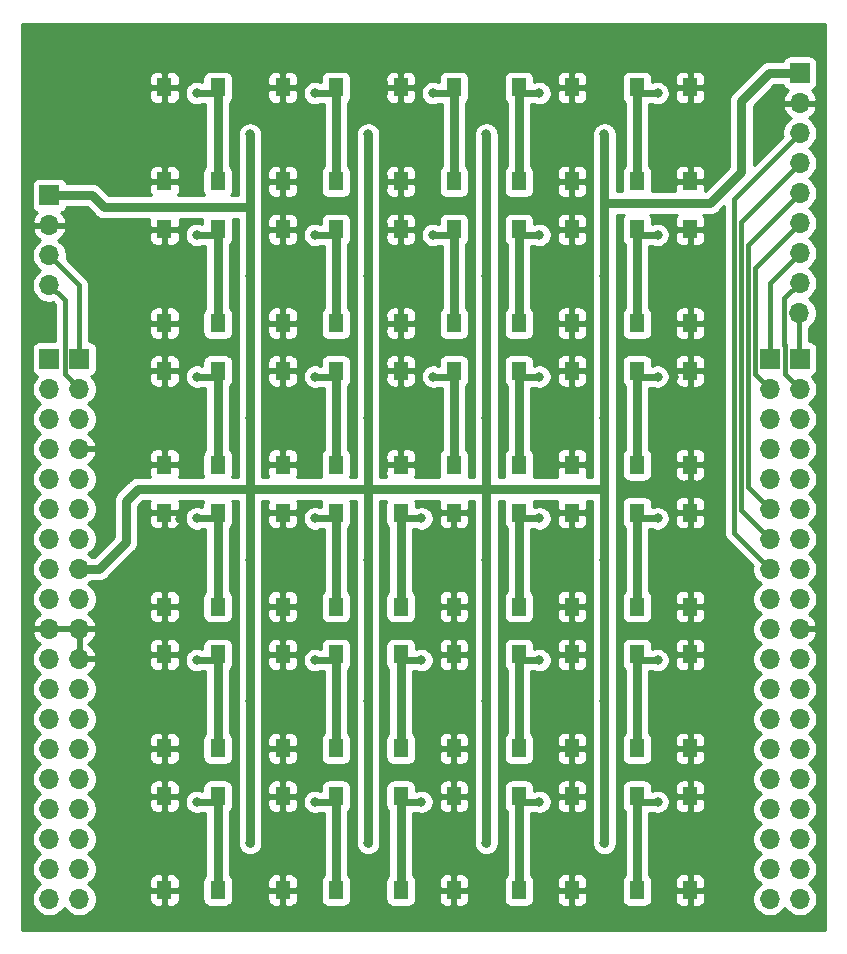
<source format=gtl>
G04 #@! TF.GenerationSoftware,KiCad,Pcbnew,5.1.6-c6e7f7d~87~ubuntu18.04.1*
G04 #@! TF.CreationDate,2021-01-10T20:40:06-05:00*
G04 #@! TF.ProjectId,dicecalc,64696365-6361-46c6-932e-6b696361645f,rev?*
G04 #@! TF.SameCoordinates,Original*
G04 #@! TF.FileFunction,Copper,L1,Top*
G04 #@! TF.FilePolarity,Positive*
%FSLAX46Y46*%
G04 Gerber Fmt 4.6, Leading zero omitted, Abs format (unit mm)*
G04 Created by KiCad (PCBNEW 5.1.6-c6e7f7d~87~ubuntu18.04.1) date 2021-01-10 20:40:06*
%MOMM*%
%LPD*%
G01*
G04 APERTURE LIST*
G04 #@! TA.AperFunction,SMDPad,CuDef*
%ADD10R,1.300000X1.550000*%
G04 #@! TD*
G04 #@! TA.AperFunction,ComponentPad*
%ADD11R,1.700000X1.700000*%
G04 #@! TD*
G04 #@! TA.AperFunction,ComponentPad*
%ADD12O,1.700000X1.700000*%
G04 #@! TD*
G04 #@! TA.AperFunction,ViaPad*
%ADD13C,0.800000*%
G04 #@! TD*
G04 #@! TA.AperFunction,Conductor*
%ADD14C,0.800000*%
G04 #@! TD*
G04 #@! TA.AperFunction,Conductor*
%ADD15C,0.600000*%
G04 #@! TD*
G04 #@! TA.AperFunction,Conductor*
%ADD16C,0.400000*%
G04 #@! TD*
G04 #@! TA.AperFunction,Conductor*
%ADD17C,0.254000*%
G04 #@! TD*
G04 APERTURE END LIST*
D10*
X116650000Y-145075000D03*
X121150000Y-145075000D03*
X121150000Y-137125000D03*
X116650000Y-137125000D03*
D11*
X66900000Y-112100000D03*
D12*
X66900000Y-114640000D03*
X66900000Y-117180000D03*
X66900000Y-119720000D03*
X66900000Y-122260000D03*
X66900000Y-124800000D03*
X66900000Y-127340000D03*
X66900000Y-129880000D03*
X66900000Y-132420000D03*
X66900000Y-134960000D03*
X66900000Y-137500000D03*
X66900000Y-140040000D03*
X66900000Y-142580000D03*
X66900000Y-145120000D03*
X66900000Y-147660000D03*
X66900000Y-150200000D03*
X66900000Y-152740000D03*
X66900000Y-155280000D03*
X66900000Y-157820000D03*
X69440000Y-157820000D03*
X69440000Y-155280000D03*
X69440000Y-152740000D03*
X69440000Y-150200000D03*
X69440000Y-147660000D03*
X69440000Y-145120000D03*
X69440000Y-142580000D03*
X69440000Y-140040000D03*
X69440000Y-137500000D03*
X69440000Y-134960000D03*
X69440000Y-132420000D03*
X69440000Y-129880000D03*
X69440000Y-127340000D03*
X69440000Y-124800000D03*
X69440000Y-122260000D03*
X69440000Y-119720000D03*
X69440000Y-117180000D03*
X69440000Y-114640000D03*
D11*
X69440000Y-112100000D03*
X127900000Y-112100000D03*
D12*
X127900000Y-114640000D03*
X127900000Y-117180000D03*
X127900000Y-119720000D03*
X127900000Y-122260000D03*
X127900000Y-124800000D03*
X127900000Y-127340000D03*
X127900000Y-129880000D03*
X127900000Y-132420000D03*
X127900000Y-134960000D03*
X127900000Y-137500000D03*
X127900000Y-140040000D03*
X127900000Y-142580000D03*
X127900000Y-145120000D03*
X127900000Y-147660000D03*
X127900000Y-150200000D03*
X127900000Y-152740000D03*
X127900000Y-155280000D03*
X127900000Y-157820000D03*
X130440000Y-157820000D03*
X130440000Y-155280000D03*
X130440000Y-152740000D03*
X130440000Y-150200000D03*
X130440000Y-147660000D03*
X130440000Y-145120000D03*
X130440000Y-142580000D03*
X130440000Y-140040000D03*
X130440000Y-137500000D03*
X130440000Y-134960000D03*
X130440000Y-132420000D03*
X130440000Y-129880000D03*
X130440000Y-127340000D03*
X130440000Y-124800000D03*
X130440000Y-122260000D03*
X130440000Y-119720000D03*
X130440000Y-117180000D03*
X130440000Y-114640000D03*
D11*
X130440000Y-112100000D03*
D10*
X91150000Y-157075000D03*
X86650000Y-157075000D03*
X86650000Y-149125000D03*
X91150000Y-149125000D03*
X91150000Y-137125000D03*
X86650000Y-137125000D03*
X86650000Y-145075000D03*
X91150000Y-145075000D03*
X96650000Y-145075000D03*
X101150000Y-145075000D03*
X101150000Y-137125000D03*
X96650000Y-137125000D03*
X106650000Y-145075000D03*
X111150000Y-145075000D03*
X111150000Y-137125000D03*
X106650000Y-137125000D03*
X91150000Y-125125000D03*
X86650000Y-125125000D03*
X86650000Y-133075000D03*
X91150000Y-133075000D03*
X96650000Y-125125000D03*
X101150000Y-125125000D03*
X101150000Y-133075000D03*
X96650000Y-133075000D03*
X106650000Y-133075000D03*
X111150000Y-133075000D03*
X111150000Y-125125000D03*
X106650000Y-125125000D03*
X91150000Y-113125000D03*
X86650000Y-113125000D03*
X86650000Y-121075000D03*
X91150000Y-121075000D03*
X101150000Y-113125000D03*
X96650000Y-113125000D03*
X96650000Y-121075000D03*
X101150000Y-121075000D03*
X106650000Y-113125000D03*
X111150000Y-113125000D03*
X111150000Y-121075000D03*
X106650000Y-121075000D03*
X116650000Y-133075000D03*
X121150000Y-133075000D03*
X121150000Y-125125000D03*
X116650000Y-125125000D03*
X116650000Y-113125000D03*
X121150000Y-113125000D03*
X121150000Y-121075000D03*
X116650000Y-121075000D03*
X116650000Y-101125000D03*
X121150000Y-101125000D03*
X121150000Y-109075000D03*
X116650000Y-109075000D03*
X106650000Y-89125000D03*
X111150000Y-89125000D03*
X111150000Y-97075000D03*
X106650000Y-97075000D03*
X81150000Y-101125000D03*
X76650000Y-101125000D03*
X76650000Y-109075000D03*
X81150000Y-109075000D03*
X91150000Y-101125000D03*
X86650000Y-101125000D03*
X86650000Y-109075000D03*
X91150000Y-109075000D03*
X101150000Y-101125000D03*
X96650000Y-101125000D03*
X96650000Y-109075000D03*
X101150000Y-109075000D03*
X106650000Y-109075000D03*
X111150000Y-109075000D03*
X111150000Y-101125000D03*
X106650000Y-101125000D03*
X81150000Y-97075000D03*
X76650000Y-97075000D03*
X76650000Y-89125000D03*
X81150000Y-89125000D03*
X91150000Y-97075000D03*
X86650000Y-97075000D03*
X86650000Y-89125000D03*
X91150000Y-89125000D03*
X101150000Y-89125000D03*
X96650000Y-89125000D03*
X96650000Y-97075000D03*
X101150000Y-97075000D03*
X116650000Y-149125000D03*
X121150000Y-149125000D03*
X121150000Y-157075000D03*
X116650000Y-157075000D03*
X116650000Y-97075000D03*
X121150000Y-97075000D03*
X121150000Y-89125000D03*
X116650000Y-89125000D03*
X96650000Y-149125000D03*
X101150000Y-149125000D03*
X101150000Y-157075000D03*
X96650000Y-157075000D03*
X106650000Y-149125000D03*
X111150000Y-149125000D03*
X111150000Y-157075000D03*
X106650000Y-157075000D03*
X81150000Y-121075000D03*
X76650000Y-121075000D03*
X76650000Y-113125000D03*
X81150000Y-113125000D03*
X81150000Y-133075000D03*
X76650000Y-133075000D03*
X76650000Y-125125000D03*
X81150000Y-125125000D03*
X81150000Y-145075000D03*
X76650000Y-145075000D03*
X76650000Y-137125000D03*
X81150000Y-137125000D03*
X81150000Y-157075000D03*
X76650000Y-157075000D03*
X76650000Y-149125000D03*
X81150000Y-149125000D03*
D11*
X130440000Y-87900000D03*
D12*
X130440000Y-90440000D03*
X130440000Y-92980000D03*
X130440000Y-95520000D03*
X130440000Y-98060000D03*
X130440000Y-100600000D03*
X130440000Y-103140000D03*
X130440000Y-105680000D03*
X130380000Y-108220000D03*
D11*
X66900000Y-98250000D03*
D12*
X66900000Y-100790000D03*
X66900000Y-103330000D03*
X66900000Y-105870000D03*
D13*
X78000000Y-125700000D03*
X78300000Y-156600000D03*
X88100000Y-157100000D03*
X99600000Y-157100000D03*
X109500000Y-157800000D03*
X108300000Y-157800000D03*
X98300000Y-157100000D03*
X89500000Y-157100000D03*
X79500000Y-156600000D03*
X71900000Y-151500000D03*
X79200000Y-145100000D03*
X78100000Y-149200000D03*
X82500000Y-143100000D03*
X89500000Y-145100000D03*
X88200000Y-145100000D03*
X88100000Y-149100000D03*
X99700000Y-149100000D03*
X98300000Y-145100000D03*
X109700000Y-149100000D03*
X109600000Y-145100000D03*
X108300000Y-145100000D03*
X99700000Y-137100000D03*
X111300000Y-139000000D03*
X76700000Y-140100000D03*
X78400000Y-133100000D03*
X82500000Y-131100000D03*
X88100000Y-137100000D03*
X99600000Y-145100000D03*
X118300000Y-145100000D03*
X119600000Y-145100000D03*
X119700000Y-137200000D03*
X86300000Y-127100000D03*
X88200000Y-133100000D03*
X89500000Y-133100000D03*
X98300000Y-133100000D03*
X99400000Y-124600000D03*
X99600000Y-133100000D03*
X121100000Y-159000000D03*
X115200000Y-155000000D03*
X122100000Y-152700000D03*
X108300000Y-133100000D03*
X109600000Y-125100000D03*
X109600000Y-133100000D03*
X119500000Y-133100000D03*
X119600000Y-125100000D03*
X118300000Y-133100000D03*
X82500000Y-119100000D03*
X79400000Y-121100000D03*
X78100000Y-113200000D03*
X88200000Y-121100000D03*
X89500000Y-121100000D03*
X88100000Y-113100000D03*
X99500000Y-121100000D03*
X98100000Y-113100000D03*
X98100000Y-121100000D03*
X108300000Y-121100000D03*
X109600000Y-121100000D03*
X109700000Y-113100000D03*
X118300000Y-121100000D03*
X121200000Y-119100000D03*
X119800000Y-113600000D03*
X76600000Y-107100000D03*
X79500000Y-109100000D03*
X78200000Y-101100000D03*
X88200000Y-109100000D03*
X88100000Y-101100000D03*
X89500000Y-109100000D03*
X98200000Y-109100000D03*
X98200000Y-101100000D03*
X99500000Y-109100000D03*
X109700000Y-101100000D03*
X109600000Y-109100000D03*
X108300000Y-109100000D03*
X118300000Y-109100000D03*
X121300000Y-107000000D03*
X119600000Y-101100000D03*
X71500000Y-142500000D03*
X82500000Y-95100000D03*
X78100000Y-89100000D03*
X88200000Y-97100000D03*
X89600000Y-97100000D03*
X88100000Y-89100000D03*
X98100000Y-89100000D03*
X98200000Y-97100000D03*
X99500000Y-97100000D03*
X109700000Y-89100000D03*
X108400000Y-97100000D03*
X111300000Y-95300000D03*
X118300000Y-97100000D03*
X121200000Y-95400000D03*
X119600000Y-89100000D03*
X92500000Y-119200000D03*
X102500000Y-119400000D03*
X105300000Y-119100000D03*
X92500000Y-94900000D03*
X102500000Y-94600000D03*
X105300000Y-94700000D03*
X102400000Y-99100000D03*
X105400000Y-99100000D03*
X92400000Y-98700000D03*
X92500000Y-110600000D03*
X102500000Y-111100000D03*
X105300000Y-111100000D03*
X115700000Y-110800000D03*
X92500000Y-126800000D03*
X95300000Y-126800000D03*
X105300000Y-126700000D03*
X115300000Y-126800000D03*
X81100000Y-134800000D03*
X92300000Y-135000000D03*
X95400000Y-135100000D03*
X105700000Y-134800000D03*
X82400000Y-146800000D03*
X92400000Y-147100000D03*
X95600000Y-147100000D03*
X105600000Y-146800000D03*
X72000000Y-120600000D03*
X72600000Y-146300000D03*
X71900000Y-115800000D03*
X71600000Y-123300000D03*
X121100000Y-128100000D03*
X121250000Y-111000000D03*
X125200000Y-139700000D03*
X123700000Y-149100000D03*
X69000000Y-101000000D03*
X66000000Y-85000000D03*
X73000000Y-96000000D03*
X78000000Y-86000000D03*
X128000000Y-92000000D03*
X132000000Y-110000000D03*
X132000000Y-85500000D03*
X66000000Y-109000000D03*
X83900000Y-93100000D03*
X83900000Y-105100000D03*
X83900000Y-117100000D03*
X83900000Y-129100000D03*
X83900000Y-141100000D03*
X83900000Y-153100000D03*
X93900000Y-93100000D03*
X93900000Y-105100000D03*
X93900000Y-117100000D03*
X93900000Y-129100000D03*
X93900000Y-141100000D03*
X93900000Y-153100000D03*
X103900000Y-153100000D03*
X103900000Y-141100000D03*
X103900000Y-129100000D03*
X103900000Y-117100000D03*
X103900000Y-105100000D03*
X103900000Y-93100000D03*
X113900000Y-153100000D03*
X113900000Y-141100000D03*
X113900000Y-129100000D03*
X113900000Y-117100000D03*
X113900000Y-105100000D03*
X113900000Y-93100000D03*
X89400000Y-149600000D03*
X89400000Y-137600000D03*
X98400000Y-137600000D03*
X108400000Y-137600000D03*
X89400000Y-125600000D03*
X98400000Y-125600000D03*
X108400000Y-125600000D03*
X89400000Y-113600000D03*
X99400000Y-113600000D03*
X108400000Y-113600000D03*
X118400000Y-137600000D03*
X118400000Y-125600000D03*
X118400000Y-113600000D03*
X118400000Y-101600000D03*
X108400000Y-89600000D03*
X79400000Y-101600000D03*
X89400000Y-101600000D03*
X99400000Y-101600000D03*
X108400000Y-101600000D03*
X79400000Y-89600000D03*
X89400000Y-89600000D03*
X99400000Y-89600000D03*
X118400000Y-149600000D03*
X118400000Y-89600000D03*
X98400000Y-149600000D03*
X108400000Y-149600000D03*
X79400000Y-113600000D03*
X79400000Y-125600000D03*
X79400000Y-137600000D03*
X79400000Y-149600000D03*
D14*
X69440000Y-129880000D02*
X71120000Y-129880000D01*
X71120000Y-129880000D02*
X73400000Y-127600000D01*
X73400000Y-127600000D02*
X73400000Y-124100000D01*
X73400000Y-124100000D02*
X74400000Y-123100000D01*
X74400000Y-123100000D02*
X83900000Y-123100000D01*
X83900000Y-95600000D02*
X83900000Y-93100000D01*
X83900000Y-123100000D02*
X93900000Y-123100000D01*
X93900000Y-141100000D02*
X93900000Y-153100000D01*
X83900000Y-141100000D02*
X83900000Y-153100000D01*
X103900000Y-123100000D02*
X113900000Y-123100000D01*
X93900000Y-123100000D02*
X103900000Y-123100000D01*
X83900000Y-123100000D02*
X83900000Y-117100000D01*
X83900000Y-117100000D02*
X83900000Y-105100000D01*
X83900000Y-123100000D02*
X83900000Y-129100000D01*
X83900000Y-129100000D02*
X83900000Y-141100000D01*
X93900000Y-105100000D02*
X93900000Y-93100000D01*
X93900000Y-123100000D02*
X93900000Y-117100000D01*
X93900000Y-117100000D02*
X93900000Y-105100000D01*
X93900000Y-123100000D02*
X93900000Y-129100000D01*
X93900000Y-129100000D02*
X93900000Y-141100000D01*
X103900000Y-141100000D02*
X103900000Y-153100000D01*
X103900000Y-123100000D02*
X103900000Y-129100000D01*
X103900000Y-129100000D02*
X103900000Y-141100000D01*
X103900000Y-123100000D02*
X103900000Y-117100000D01*
X103900000Y-117100000D02*
X103900000Y-105100000D01*
X103900000Y-105100000D02*
X103900000Y-93100000D01*
X113900000Y-141100000D02*
X113900000Y-153100000D01*
X113900000Y-123100000D02*
X113900000Y-129100000D01*
X113900000Y-129100000D02*
X113900000Y-141100000D01*
X113900000Y-123100000D02*
X113900000Y-117100000D01*
X113900000Y-117100000D02*
X113900000Y-105100000D01*
X113900000Y-105100000D02*
X113900000Y-98900000D01*
X113900000Y-98900000D02*
X113900000Y-93100000D01*
X113900000Y-98900000D02*
X122850000Y-98900000D01*
X122850000Y-98900000D02*
X125500000Y-96250000D01*
X125500000Y-96250000D02*
X125500000Y-90250000D01*
X127850000Y-87900000D02*
X130440000Y-87900000D01*
X125500000Y-90250000D02*
X127850000Y-87900000D01*
X66900000Y-98250000D02*
X70500000Y-98250000D01*
X70500000Y-98250000D02*
X71500000Y-99250000D01*
X83750000Y-99250000D02*
X83900000Y-99100000D01*
X71500000Y-99250000D02*
X83750000Y-99250000D01*
X83900000Y-105100000D02*
X83900000Y-99100000D01*
X83900000Y-99100000D02*
X83900000Y-95600000D01*
D15*
X90675000Y-149600000D02*
X91150000Y-149125000D01*
X89400000Y-149600000D02*
X90675000Y-149600000D01*
D14*
X91150000Y-157075000D02*
X91150000Y-149125000D01*
X91150000Y-145075000D02*
X91150000Y-137125000D01*
D15*
X90675000Y-137600000D02*
X91150000Y-137125000D01*
X89400000Y-137600000D02*
X90675000Y-137600000D01*
X97125000Y-137600000D02*
X96650000Y-137125000D01*
X98400000Y-137600000D02*
X97125000Y-137600000D01*
D14*
X96650000Y-145075000D02*
X96650000Y-137125000D01*
X106650000Y-137125000D02*
X106650000Y-145075000D01*
D15*
X107125000Y-137600000D02*
X106650000Y-137125000D01*
X108400000Y-137600000D02*
X107125000Y-137600000D01*
D14*
X91150000Y-133075000D02*
X91150000Y-125125000D01*
D15*
X90675000Y-125600000D02*
X91150000Y-125125000D01*
X89400000Y-125600000D02*
X90675000Y-125600000D01*
X97125000Y-125600000D02*
X96650000Y-125125000D01*
X98400000Y-125600000D02*
X97125000Y-125600000D01*
D14*
X96650000Y-133075000D02*
X96650000Y-125125000D01*
X106650000Y-125125000D02*
X106650000Y-133075000D01*
D15*
X107125000Y-125600000D02*
X106650000Y-125125000D01*
X108400000Y-125600000D02*
X107125000Y-125600000D01*
X90675000Y-113600000D02*
X91150000Y-113125000D01*
X89400000Y-113600000D02*
X90675000Y-113600000D01*
D14*
X91150000Y-121075000D02*
X91150000Y-113125000D01*
X101150000Y-121075000D02*
X101150000Y-113125000D01*
D15*
X100675000Y-113600000D02*
X101150000Y-113125000D01*
X99400000Y-113600000D02*
X100675000Y-113600000D01*
X107125000Y-113600000D02*
X106650000Y-113125000D01*
X108400000Y-113600000D02*
X107125000Y-113600000D01*
D14*
X106650000Y-121075000D02*
X106650000Y-113125000D01*
D15*
X117125000Y-137600000D02*
X116650000Y-137125000D01*
X118400000Y-137600000D02*
X117125000Y-137600000D01*
D14*
X116650000Y-145075000D02*
X116650000Y-137125000D01*
D15*
X117125000Y-125600000D02*
X116650000Y-125125000D01*
X118400000Y-125600000D02*
X117125000Y-125600000D01*
D14*
X116650000Y-133075000D02*
X116650000Y-125125000D01*
X116650000Y-113125000D02*
X116650000Y-121075000D01*
D15*
X117125000Y-113600000D02*
X116650000Y-113125000D01*
X118400000Y-113600000D02*
X117125000Y-113600000D01*
X117125000Y-101600000D02*
X116650000Y-101125000D01*
X118400000Y-101600000D02*
X117125000Y-101600000D01*
D14*
X116650000Y-109075000D02*
X116650000Y-101125000D01*
D15*
X107125000Y-89600000D02*
X106650000Y-89125000D01*
X108400000Y-89600000D02*
X107125000Y-89600000D01*
D14*
X106650000Y-97075000D02*
X106650000Y-89125000D01*
D15*
X80675000Y-101600000D02*
X81150000Y-101125000D01*
X79400000Y-101600000D02*
X80675000Y-101600000D01*
D14*
X81150000Y-109075000D02*
X81150000Y-101125000D01*
X91150000Y-101125000D02*
X91150000Y-109075000D01*
D15*
X90675000Y-101600000D02*
X91150000Y-101125000D01*
X89400000Y-101600000D02*
X90675000Y-101600000D01*
X100675000Y-101600000D02*
X101150000Y-101125000D01*
X99400000Y-101600000D02*
X100675000Y-101600000D01*
D14*
X101150000Y-109075000D02*
X101150000Y-101125000D01*
X106650000Y-109075000D02*
X106650000Y-101125000D01*
D15*
X107125000Y-101600000D02*
X106650000Y-101125000D01*
X108400000Y-101600000D02*
X107125000Y-101600000D01*
D14*
X81150000Y-97075000D02*
X81150000Y-89125000D01*
D15*
X80675000Y-89600000D02*
X81150000Y-89125000D01*
X79400000Y-89600000D02*
X80675000Y-89600000D01*
X90675000Y-89600000D02*
X91150000Y-89125000D01*
X89400000Y-89600000D02*
X90675000Y-89600000D01*
D14*
X91150000Y-97075000D02*
X91150000Y-89125000D01*
X101150000Y-89125000D02*
X101150000Y-97075000D01*
D15*
X100675000Y-89600000D02*
X101150000Y-89125000D01*
X99400000Y-89600000D02*
X100675000Y-89600000D01*
D14*
X116650000Y-149125000D02*
X116650000Y-157075000D01*
D15*
X117125000Y-149600000D02*
X116650000Y-149125000D01*
X118400000Y-149600000D02*
X117125000Y-149600000D01*
D14*
X116650000Y-89125000D02*
X116650000Y-97075000D01*
D15*
X117125000Y-89600000D02*
X116650000Y-89125000D01*
X118400000Y-89600000D02*
X117125000Y-89600000D01*
D14*
X96650000Y-149125000D02*
X96650000Y-157075000D01*
D15*
X97125000Y-149600000D02*
X96650000Y-149125000D01*
X98400000Y-149600000D02*
X97125000Y-149600000D01*
X107125000Y-149600000D02*
X106650000Y-149125000D01*
X108400000Y-149600000D02*
X107125000Y-149600000D01*
D14*
X106650000Y-157075000D02*
X106650000Y-149125000D01*
X81150000Y-121075000D02*
X81150000Y-113125000D01*
D15*
X80675000Y-113600000D02*
X81150000Y-113125000D01*
X79400000Y-113600000D02*
X80675000Y-113600000D01*
X80675000Y-125600000D02*
X81150000Y-125125000D01*
X79400000Y-125600000D02*
X80675000Y-125600000D01*
D14*
X81150000Y-133075000D02*
X81150000Y-125125000D01*
D15*
X80675000Y-137600000D02*
X81150000Y-137125000D01*
X79400000Y-137600000D02*
X80675000Y-137600000D01*
D14*
X81150000Y-137125000D02*
X81150000Y-145075000D01*
X81150000Y-149125000D02*
X81150000Y-157075000D01*
D15*
X80675000Y-149600000D02*
X81150000Y-149125000D01*
X79400000Y-149600000D02*
X80675000Y-149600000D01*
D16*
X126049989Y-102450011D02*
X130440000Y-98060000D01*
X127900000Y-124800000D02*
X126049989Y-122949989D01*
X126049989Y-122949989D02*
X126049989Y-102450011D01*
X127900000Y-127340000D02*
X125449979Y-124889979D01*
X125449979Y-100510021D02*
X130440000Y-95520000D01*
X125449979Y-124889979D02*
X125449979Y-100510021D01*
X124849969Y-98570031D02*
X130440000Y-92980000D01*
X127900000Y-129880000D02*
X124849969Y-126829969D01*
X124849969Y-126829969D02*
X124849969Y-98570031D01*
X130380000Y-112040000D02*
X130440000Y-112100000D01*
X130380000Y-108220000D02*
X130380000Y-112040000D01*
X129189999Y-110969997D02*
X129189999Y-113389999D01*
X129129999Y-110909997D02*
X129189999Y-110969997D01*
X129129999Y-106990001D02*
X129129999Y-110909997D01*
X129189999Y-113389999D02*
X130440000Y-114640000D01*
X130440000Y-105680000D02*
X129129999Y-106990001D01*
X126649999Y-104390001D02*
X130440000Y-100600000D01*
X126649999Y-113389999D02*
X126649999Y-104390001D01*
X127900000Y-114640000D02*
X126649999Y-113389999D01*
X127900000Y-105680000D02*
X130440000Y-103140000D01*
X127900000Y-112100000D02*
X127900000Y-105680000D01*
X69440000Y-105870000D02*
X66900000Y-103330000D01*
X69440000Y-112100000D02*
X69440000Y-105870000D01*
X68189999Y-113389999D02*
X68189999Y-107159999D01*
X68189999Y-107159999D02*
X66900000Y-105870000D01*
X69440000Y-114640000D02*
X68189999Y-113389999D01*
D17*
G36*
X132590001Y-85067581D02*
G01*
X132590000Y-100632418D01*
X132590001Y-100632428D01*
X132590000Y-155132418D01*
X132590001Y-155132428D01*
X132590000Y-160440000D01*
X64560000Y-160440000D01*
X64560000Y-137353740D01*
X65415000Y-137353740D01*
X65415000Y-137646260D01*
X65472068Y-137933158D01*
X65584010Y-138203411D01*
X65746525Y-138446632D01*
X65953368Y-138653475D01*
X66127760Y-138770000D01*
X65953368Y-138886525D01*
X65746525Y-139093368D01*
X65584010Y-139336589D01*
X65472068Y-139606842D01*
X65415000Y-139893740D01*
X65415000Y-140186260D01*
X65472068Y-140473158D01*
X65584010Y-140743411D01*
X65746525Y-140986632D01*
X65953368Y-141193475D01*
X66127760Y-141310000D01*
X65953368Y-141426525D01*
X65746525Y-141633368D01*
X65584010Y-141876589D01*
X65472068Y-142146842D01*
X65415000Y-142433740D01*
X65415000Y-142726260D01*
X65472068Y-143013158D01*
X65584010Y-143283411D01*
X65746525Y-143526632D01*
X65953368Y-143733475D01*
X66127760Y-143850000D01*
X65953368Y-143966525D01*
X65746525Y-144173368D01*
X65584010Y-144416589D01*
X65472068Y-144686842D01*
X65415000Y-144973740D01*
X65415000Y-145266260D01*
X65472068Y-145553158D01*
X65584010Y-145823411D01*
X65746525Y-146066632D01*
X65953368Y-146273475D01*
X66127760Y-146390000D01*
X65953368Y-146506525D01*
X65746525Y-146713368D01*
X65584010Y-146956589D01*
X65472068Y-147226842D01*
X65415000Y-147513740D01*
X65415000Y-147806260D01*
X65472068Y-148093158D01*
X65584010Y-148363411D01*
X65746525Y-148606632D01*
X65953368Y-148813475D01*
X66127760Y-148930000D01*
X65953368Y-149046525D01*
X65746525Y-149253368D01*
X65584010Y-149496589D01*
X65472068Y-149766842D01*
X65415000Y-150053740D01*
X65415000Y-150346260D01*
X65472068Y-150633158D01*
X65584010Y-150903411D01*
X65746525Y-151146632D01*
X65953368Y-151353475D01*
X66127760Y-151470000D01*
X65953368Y-151586525D01*
X65746525Y-151793368D01*
X65584010Y-152036589D01*
X65472068Y-152306842D01*
X65415000Y-152593740D01*
X65415000Y-152886260D01*
X65472068Y-153173158D01*
X65584010Y-153443411D01*
X65746525Y-153686632D01*
X65953368Y-153893475D01*
X66127760Y-154010000D01*
X65953368Y-154126525D01*
X65746525Y-154333368D01*
X65584010Y-154576589D01*
X65472068Y-154846842D01*
X65415000Y-155133740D01*
X65415000Y-155426260D01*
X65472068Y-155713158D01*
X65584010Y-155983411D01*
X65746525Y-156226632D01*
X65953368Y-156433475D01*
X66127760Y-156550000D01*
X65953368Y-156666525D01*
X65746525Y-156873368D01*
X65584010Y-157116589D01*
X65472068Y-157386842D01*
X65415000Y-157673740D01*
X65415000Y-157966260D01*
X65472068Y-158253158D01*
X65584010Y-158523411D01*
X65746525Y-158766632D01*
X65953368Y-158973475D01*
X66196589Y-159135990D01*
X66466842Y-159247932D01*
X66753740Y-159305000D01*
X67046260Y-159305000D01*
X67333158Y-159247932D01*
X67603411Y-159135990D01*
X67846632Y-158973475D01*
X68053475Y-158766632D01*
X68170000Y-158592240D01*
X68286525Y-158766632D01*
X68493368Y-158973475D01*
X68736589Y-159135990D01*
X69006842Y-159247932D01*
X69293740Y-159305000D01*
X69586260Y-159305000D01*
X69873158Y-159247932D01*
X70143411Y-159135990D01*
X70386632Y-158973475D01*
X70593475Y-158766632D01*
X70755990Y-158523411D01*
X70867932Y-158253158D01*
X70925000Y-157966260D01*
X70925000Y-157850000D01*
X75361928Y-157850000D01*
X75374188Y-157974482D01*
X75410498Y-158094180D01*
X75469463Y-158204494D01*
X75548815Y-158301185D01*
X75645506Y-158380537D01*
X75755820Y-158439502D01*
X75875518Y-158475812D01*
X76000000Y-158488072D01*
X76364250Y-158485000D01*
X76523000Y-158326250D01*
X76523000Y-157202000D01*
X76777000Y-157202000D01*
X76777000Y-158326250D01*
X76935750Y-158485000D01*
X77300000Y-158488072D01*
X77424482Y-158475812D01*
X77544180Y-158439502D01*
X77654494Y-158380537D01*
X77751185Y-158301185D01*
X77830537Y-158204494D01*
X77889502Y-158094180D01*
X77925812Y-157974482D01*
X77938072Y-157850000D01*
X77935000Y-157360750D01*
X77776250Y-157202000D01*
X76777000Y-157202000D01*
X76523000Y-157202000D01*
X75523750Y-157202000D01*
X75365000Y-157360750D01*
X75361928Y-157850000D01*
X70925000Y-157850000D01*
X70925000Y-157673740D01*
X70867932Y-157386842D01*
X70755990Y-157116589D01*
X70593475Y-156873368D01*
X70386632Y-156666525D01*
X70212240Y-156550000D01*
X70386632Y-156433475D01*
X70520107Y-156300000D01*
X75361928Y-156300000D01*
X75365000Y-156789250D01*
X75523750Y-156948000D01*
X76523000Y-156948000D01*
X76523000Y-155823750D01*
X76777000Y-155823750D01*
X76777000Y-156948000D01*
X77776250Y-156948000D01*
X77935000Y-156789250D01*
X77938072Y-156300000D01*
X77925812Y-156175518D01*
X77889502Y-156055820D01*
X77830537Y-155945506D01*
X77751185Y-155848815D01*
X77654494Y-155769463D01*
X77544180Y-155710498D01*
X77424482Y-155674188D01*
X77300000Y-155661928D01*
X76935750Y-155665000D01*
X76777000Y-155823750D01*
X76523000Y-155823750D01*
X76364250Y-155665000D01*
X76000000Y-155661928D01*
X75875518Y-155674188D01*
X75755820Y-155710498D01*
X75645506Y-155769463D01*
X75548815Y-155848815D01*
X75469463Y-155945506D01*
X75410498Y-156055820D01*
X75374188Y-156175518D01*
X75361928Y-156300000D01*
X70520107Y-156300000D01*
X70593475Y-156226632D01*
X70755990Y-155983411D01*
X70867932Y-155713158D01*
X70925000Y-155426260D01*
X70925000Y-155133740D01*
X70867932Y-154846842D01*
X70755990Y-154576589D01*
X70593475Y-154333368D01*
X70386632Y-154126525D01*
X70212240Y-154010000D01*
X70386632Y-153893475D01*
X70593475Y-153686632D01*
X70755990Y-153443411D01*
X70867932Y-153173158D01*
X70925000Y-152886260D01*
X70925000Y-152593740D01*
X70867932Y-152306842D01*
X70755990Y-152036589D01*
X70593475Y-151793368D01*
X70386632Y-151586525D01*
X70212240Y-151470000D01*
X70386632Y-151353475D01*
X70593475Y-151146632D01*
X70755990Y-150903411D01*
X70867932Y-150633158D01*
X70925000Y-150346260D01*
X70925000Y-150053740D01*
X70894419Y-149900000D01*
X75361928Y-149900000D01*
X75374188Y-150024482D01*
X75410498Y-150144180D01*
X75469463Y-150254494D01*
X75548815Y-150351185D01*
X75645506Y-150430537D01*
X75755820Y-150489502D01*
X75875518Y-150525812D01*
X76000000Y-150538072D01*
X76364250Y-150535000D01*
X76523000Y-150376250D01*
X76523000Y-149252000D01*
X76777000Y-149252000D01*
X76777000Y-150376250D01*
X76935750Y-150535000D01*
X77300000Y-150538072D01*
X77424482Y-150525812D01*
X77544180Y-150489502D01*
X77654494Y-150430537D01*
X77751185Y-150351185D01*
X77830537Y-150254494D01*
X77889502Y-150144180D01*
X77925812Y-150024482D01*
X77938072Y-149900000D01*
X77935549Y-149498061D01*
X78365000Y-149498061D01*
X78365000Y-149701939D01*
X78404774Y-149901898D01*
X78482795Y-150090256D01*
X78596063Y-150259774D01*
X78740226Y-150403937D01*
X78909744Y-150517205D01*
X79098102Y-150595226D01*
X79298061Y-150635000D01*
X79501939Y-150635000D01*
X79701898Y-150595226D01*
X79847295Y-150535000D01*
X80115000Y-150535000D01*
X80115001Y-155794498D01*
X80048815Y-155848815D01*
X79969463Y-155945506D01*
X79910498Y-156055820D01*
X79874188Y-156175518D01*
X79861928Y-156300000D01*
X79861928Y-157850000D01*
X79874188Y-157974482D01*
X79910498Y-158094180D01*
X79969463Y-158204494D01*
X80048815Y-158301185D01*
X80145506Y-158380537D01*
X80255820Y-158439502D01*
X80375518Y-158475812D01*
X80500000Y-158488072D01*
X81800000Y-158488072D01*
X81924482Y-158475812D01*
X82044180Y-158439502D01*
X82154494Y-158380537D01*
X82251185Y-158301185D01*
X82330537Y-158204494D01*
X82389502Y-158094180D01*
X82425812Y-157974482D01*
X82438072Y-157850000D01*
X85361928Y-157850000D01*
X85374188Y-157974482D01*
X85410498Y-158094180D01*
X85469463Y-158204494D01*
X85548815Y-158301185D01*
X85645506Y-158380537D01*
X85755820Y-158439502D01*
X85875518Y-158475812D01*
X86000000Y-158488072D01*
X86364250Y-158485000D01*
X86523000Y-158326250D01*
X86523000Y-157202000D01*
X86777000Y-157202000D01*
X86777000Y-158326250D01*
X86935750Y-158485000D01*
X87300000Y-158488072D01*
X87424482Y-158475812D01*
X87544180Y-158439502D01*
X87654494Y-158380537D01*
X87751185Y-158301185D01*
X87830537Y-158204494D01*
X87889502Y-158094180D01*
X87925812Y-157974482D01*
X87938072Y-157850000D01*
X87935000Y-157360750D01*
X87776250Y-157202000D01*
X86777000Y-157202000D01*
X86523000Y-157202000D01*
X85523750Y-157202000D01*
X85365000Y-157360750D01*
X85361928Y-157850000D01*
X82438072Y-157850000D01*
X82438072Y-156300000D01*
X85361928Y-156300000D01*
X85365000Y-156789250D01*
X85523750Y-156948000D01*
X86523000Y-156948000D01*
X86523000Y-155823750D01*
X86777000Y-155823750D01*
X86777000Y-156948000D01*
X87776250Y-156948000D01*
X87935000Y-156789250D01*
X87938072Y-156300000D01*
X87925812Y-156175518D01*
X87889502Y-156055820D01*
X87830537Y-155945506D01*
X87751185Y-155848815D01*
X87654494Y-155769463D01*
X87544180Y-155710498D01*
X87424482Y-155674188D01*
X87300000Y-155661928D01*
X86935750Y-155665000D01*
X86777000Y-155823750D01*
X86523000Y-155823750D01*
X86364250Y-155665000D01*
X86000000Y-155661928D01*
X85875518Y-155674188D01*
X85755820Y-155710498D01*
X85645506Y-155769463D01*
X85548815Y-155848815D01*
X85469463Y-155945506D01*
X85410498Y-156055820D01*
X85374188Y-156175518D01*
X85361928Y-156300000D01*
X82438072Y-156300000D01*
X82425812Y-156175518D01*
X82389502Y-156055820D01*
X82330537Y-155945506D01*
X82251185Y-155848815D01*
X82185000Y-155794499D01*
X82185000Y-150405501D01*
X82251185Y-150351185D01*
X82330537Y-150254494D01*
X82389502Y-150144180D01*
X82425812Y-150024482D01*
X82438072Y-149900000D01*
X82438072Y-148350000D01*
X82425812Y-148225518D01*
X82389502Y-148105820D01*
X82330537Y-147995506D01*
X82251185Y-147898815D01*
X82154494Y-147819463D01*
X82044180Y-147760498D01*
X81924482Y-147724188D01*
X81800000Y-147711928D01*
X80500000Y-147711928D01*
X80375518Y-147724188D01*
X80255820Y-147760498D01*
X80145506Y-147819463D01*
X80048815Y-147898815D01*
X79969463Y-147995506D01*
X79910498Y-148105820D01*
X79874188Y-148225518D01*
X79861928Y-148350000D01*
X79861928Y-148665000D01*
X79847295Y-148665000D01*
X79701898Y-148604774D01*
X79501939Y-148565000D01*
X79298061Y-148565000D01*
X79098102Y-148604774D01*
X78909744Y-148682795D01*
X78740226Y-148796063D01*
X78596063Y-148940226D01*
X78482795Y-149109744D01*
X78404774Y-149298102D01*
X78365000Y-149498061D01*
X77935549Y-149498061D01*
X77935000Y-149410750D01*
X77776250Y-149252000D01*
X76777000Y-149252000D01*
X76523000Y-149252000D01*
X75523750Y-149252000D01*
X75365000Y-149410750D01*
X75361928Y-149900000D01*
X70894419Y-149900000D01*
X70867932Y-149766842D01*
X70755990Y-149496589D01*
X70593475Y-149253368D01*
X70386632Y-149046525D01*
X70212240Y-148930000D01*
X70386632Y-148813475D01*
X70593475Y-148606632D01*
X70755990Y-148363411D01*
X70761544Y-148350000D01*
X75361928Y-148350000D01*
X75365000Y-148839250D01*
X75523750Y-148998000D01*
X76523000Y-148998000D01*
X76523000Y-147873750D01*
X76777000Y-147873750D01*
X76777000Y-148998000D01*
X77776250Y-148998000D01*
X77935000Y-148839250D01*
X77938072Y-148350000D01*
X77925812Y-148225518D01*
X77889502Y-148105820D01*
X77830537Y-147995506D01*
X77751185Y-147898815D01*
X77654494Y-147819463D01*
X77544180Y-147760498D01*
X77424482Y-147724188D01*
X77300000Y-147711928D01*
X76935750Y-147715000D01*
X76777000Y-147873750D01*
X76523000Y-147873750D01*
X76364250Y-147715000D01*
X76000000Y-147711928D01*
X75875518Y-147724188D01*
X75755820Y-147760498D01*
X75645506Y-147819463D01*
X75548815Y-147898815D01*
X75469463Y-147995506D01*
X75410498Y-148105820D01*
X75374188Y-148225518D01*
X75361928Y-148350000D01*
X70761544Y-148350000D01*
X70867932Y-148093158D01*
X70925000Y-147806260D01*
X70925000Y-147513740D01*
X70867932Y-147226842D01*
X70755990Y-146956589D01*
X70593475Y-146713368D01*
X70386632Y-146506525D01*
X70212240Y-146390000D01*
X70386632Y-146273475D01*
X70593475Y-146066632D01*
X70738223Y-145850000D01*
X75361928Y-145850000D01*
X75374188Y-145974482D01*
X75410498Y-146094180D01*
X75469463Y-146204494D01*
X75548815Y-146301185D01*
X75645506Y-146380537D01*
X75755820Y-146439502D01*
X75875518Y-146475812D01*
X76000000Y-146488072D01*
X76364250Y-146485000D01*
X76523000Y-146326250D01*
X76523000Y-145202000D01*
X76777000Y-145202000D01*
X76777000Y-146326250D01*
X76935750Y-146485000D01*
X77300000Y-146488072D01*
X77424482Y-146475812D01*
X77544180Y-146439502D01*
X77654494Y-146380537D01*
X77751185Y-146301185D01*
X77830537Y-146204494D01*
X77889502Y-146094180D01*
X77925812Y-145974482D01*
X77938072Y-145850000D01*
X77935000Y-145360750D01*
X77776250Y-145202000D01*
X76777000Y-145202000D01*
X76523000Y-145202000D01*
X75523750Y-145202000D01*
X75365000Y-145360750D01*
X75361928Y-145850000D01*
X70738223Y-145850000D01*
X70755990Y-145823411D01*
X70867932Y-145553158D01*
X70925000Y-145266260D01*
X70925000Y-144973740D01*
X70867932Y-144686842D01*
X70755990Y-144416589D01*
X70678088Y-144300000D01*
X75361928Y-144300000D01*
X75365000Y-144789250D01*
X75523750Y-144948000D01*
X76523000Y-144948000D01*
X76523000Y-143823750D01*
X76777000Y-143823750D01*
X76777000Y-144948000D01*
X77776250Y-144948000D01*
X77935000Y-144789250D01*
X77938072Y-144300000D01*
X77925812Y-144175518D01*
X77889502Y-144055820D01*
X77830537Y-143945506D01*
X77751185Y-143848815D01*
X77654494Y-143769463D01*
X77544180Y-143710498D01*
X77424482Y-143674188D01*
X77300000Y-143661928D01*
X76935750Y-143665000D01*
X76777000Y-143823750D01*
X76523000Y-143823750D01*
X76364250Y-143665000D01*
X76000000Y-143661928D01*
X75875518Y-143674188D01*
X75755820Y-143710498D01*
X75645506Y-143769463D01*
X75548815Y-143848815D01*
X75469463Y-143945506D01*
X75410498Y-144055820D01*
X75374188Y-144175518D01*
X75361928Y-144300000D01*
X70678088Y-144300000D01*
X70593475Y-144173368D01*
X70386632Y-143966525D01*
X70212240Y-143850000D01*
X70386632Y-143733475D01*
X70593475Y-143526632D01*
X70755990Y-143283411D01*
X70867932Y-143013158D01*
X70925000Y-142726260D01*
X70925000Y-142433740D01*
X70867932Y-142146842D01*
X70755990Y-141876589D01*
X70593475Y-141633368D01*
X70386632Y-141426525D01*
X70212240Y-141310000D01*
X70386632Y-141193475D01*
X70593475Y-140986632D01*
X70755990Y-140743411D01*
X70867932Y-140473158D01*
X70925000Y-140186260D01*
X70925000Y-139893740D01*
X70867932Y-139606842D01*
X70755990Y-139336589D01*
X70593475Y-139093368D01*
X70386632Y-138886525D01*
X70204466Y-138764805D01*
X70321355Y-138695178D01*
X70537588Y-138500269D01*
X70711641Y-138266920D01*
X70836825Y-138004099D01*
X70868400Y-137900000D01*
X75361928Y-137900000D01*
X75374188Y-138024482D01*
X75410498Y-138144180D01*
X75469463Y-138254494D01*
X75548815Y-138351185D01*
X75645506Y-138430537D01*
X75755820Y-138489502D01*
X75875518Y-138525812D01*
X76000000Y-138538072D01*
X76364250Y-138535000D01*
X76523000Y-138376250D01*
X76523000Y-137252000D01*
X76777000Y-137252000D01*
X76777000Y-138376250D01*
X76935750Y-138535000D01*
X77300000Y-138538072D01*
X77424482Y-138525812D01*
X77544180Y-138489502D01*
X77654494Y-138430537D01*
X77751185Y-138351185D01*
X77830537Y-138254494D01*
X77889502Y-138144180D01*
X77925812Y-138024482D01*
X77938072Y-137900000D01*
X77935549Y-137498061D01*
X78365000Y-137498061D01*
X78365000Y-137701939D01*
X78404774Y-137901898D01*
X78482795Y-138090256D01*
X78596063Y-138259774D01*
X78740226Y-138403937D01*
X78909744Y-138517205D01*
X79098102Y-138595226D01*
X79298061Y-138635000D01*
X79501939Y-138635000D01*
X79701898Y-138595226D01*
X79847295Y-138535000D01*
X80115000Y-138535000D01*
X80115001Y-143794498D01*
X80048815Y-143848815D01*
X79969463Y-143945506D01*
X79910498Y-144055820D01*
X79874188Y-144175518D01*
X79861928Y-144300000D01*
X79861928Y-145850000D01*
X79874188Y-145974482D01*
X79910498Y-146094180D01*
X79969463Y-146204494D01*
X80048815Y-146301185D01*
X80145506Y-146380537D01*
X80255820Y-146439502D01*
X80375518Y-146475812D01*
X80500000Y-146488072D01*
X81800000Y-146488072D01*
X81924482Y-146475812D01*
X82044180Y-146439502D01*
X82154494Y-146380537D01*
X82251185Y-146301185D01*
X82330537Y-146204494D01*
X82389502Y-146094180D01*
X82425812Y-145974482D01*
X82438072Y-145850000D01*
X82438072Y-144300000D01*
X82425812Y-144175518D01*
X82389502Y-144055820D01*
X82330537Y-143945506D01*
X82251185Y-143848815D01*
X82185000Y-143794499D01*
X82185000Y-138405501D01*
X82251185Y-138351185D01*
X82330537Y-138254494D01*
X82389502Y-138144180D01*
X82425812Y-138024482D01*
X82438072Y-137900000D01*
X82438072Y-136350000D01*
X82425812Y-136225518D01*
X82389502Y-136105820D01*
X82330537Y-135995506D01*
X82251185Y-135898815D01*
X82154494Y-135819463D01*
X82044180Y-135760498D01*
X81924482Y-135724188D01*
X81800000Y-135711928D01*
X80500000Y-135711928D01*
X80375518Y-135724188D01*
X80255820Y-135760498D01*
X80145506Y-135819463D01*
X80048815Y-135898815D01*
X79969463Y-135995506D01*
X79910498Y-136105820D01*
X79874188Y-136225518D01*
X79861928Y-136350000D01*
X79861928Y-136665000D01*
X79847295Y-136665000D01*
X79701898Y-136604774D01*
X79501939Y-136565000D01*
X79298061Y-136565000D01*
X79098102Y-136604774D01*
X78909744Y-136682795D01*
X78740226Y-136796063D01*
X78596063Y-136940226D01*
X78482795Y-137109744D01*
X78404774Y-137298102D01*
X78365000Y-137498061D01*
X77935549Y-137498061D01*
X77935000Y-137410750D01*
X77776250Y-137252000D01*
X76777000Y-137252000D01*
X76523000Y-137252000D01*
X75523750Y-137252000D01*
X75365000Y-137410750D01*
X75361928Y-137900000D01*
X70868400Y-137900000D01*
X70881476Y-137856890D01*
X70760155Y-137627000D01*
X69567000Y-137627000D01*
X69567000Y-137647000D01*
X69313000Y-137647000D01*
X69313000Y-137627000D01*
X69293000Y-137627000D01*
X69293000Y-137373000D01*
X69313000Y-137373000D01*
X69313000Y-135087000D01*
X69567000Y-135087000D01*
X69567000Y-137373000D01*
X70760155Y-137373000D01*
X70881476Y-137143110D01*
X70836825Y-136995901D01*
X70711641Y-136733080D01*
X70537588Y-136499731D01*
X70371476Y-136350000D01*
X75361928Y-136350000D01*
X75365000Y-136839250D01*
X75523750Y-136998000D01*
X76523000Y-136998000D01*
X76523000Y-135873750D01*
X76777000Y-135873750D01*
X76777000Y-136998000D01*
X77776250Y-136998000D01*
X77935000Y-136839250D01*
X77938072Y-136350000D01*
X77925812Y-136225518D01*
X77889502Y-136105820D01*
X77830537Y-135995506D01*
X77751185Y-135898815D01*
X77654494Y-135819463D01*
X77544180Y-135760498D01*
X77424482Y-135724188D01*
X77300000Y-135711928D01*
X76935750Y-135715000D01*
X76777000Y-135873750D01*
X76523000Y-135873750D01*
X76364250Y-135715000D01*
X76000000Y-135711928D01*
X75875518Y-135724188D01*
X75755820Y-135760498D01*
X75645506Y-135819463D01*
X75548815Y-135898815D01*
X75469463Y-135995506D01*
X75410498Y-136105820D01*
X75374188Y-136225518D01*
X75361928Y-136350000D01*
X70371476Y-136350000D01*
X70321355Y-136304822D01*
X70195745Y-136230000D01*
X70321355Y-136155178D01*
X70537588Y-135960269D01*
X70711641Y-135726920D01*
X70836825Y-135464099D01*
X70881476Y-135316890D01*
X70760155Y-135087000D01*
X69567000Y-135087000D01*
X69313000Y-135087000D01*
X67027000Y-135087000D01*
X67027000Y-135107000D01*
X66773000Y-135107000D01*
X66773000Y-135087000D01*
X65579845Y-135087000D01*
X65458524Y-135316890D01*
X65503175Y-135464099D01*
X65628359Y-135726920D01*
X65802412Y-135960269D01*
X66018645Y-136155178D01*
X66135534Y-136224805D01*
X65953368Y-136346525D01*
X65746525Y-136553368D01*
X65584010Y-136796589D01*
X65472068Y-137066842D01*
X65415000Y-137353740D01*
X64560000Y-137353740D01*
X64560000Y-97400000D01*
X65411928Y-97400000D01*
X65411928Y-99100000D01*
X65424188Y-99224482D01*
X65460498Y-99344180D01*
X65519463Y-99454494D01*
X65598815Y-99551185D01*
X65695506Y-99630537D01*
X65805820Y-99689502D01*
X65886466Y-99713966D01*
X65802412Y-99789731D01*
X65628359Y-100023080D01*
X65503175Y-100285901D01*
X65458524Y-100433110D01*
X65579845Y-100663000D01*
X66773000Y-100663000D01*
X66773000Y-100643000D01*
X67027000Y-100643000D01*
X67027000Y-100663000D01*
X68220155Y-100663000D01*
X68341476Y-100433110D01*
X68296825Y-100285901D01*
X68171641Y-100023080D01*
X67997588Y-99789731D01*
X67913534Y-99713966D01*
X67994180Y-99689502D01*
X68104494Y-99630537D01*
X68201185Y-99551185D01*
X68280537Y-99454494D01*
X68339502Y-99344180D01*
X68357454Y-99285000D01*
X70071290Y-99285000D01*
X70732197Y-99945908D01*
X70764604Y-99985396D01*
X70804092Y-100017803D01*
X70922202Y-100114734D01*
X71102006Y-100210841D01*
X71147415Y-100224615D01*
X71297105Y-100270024D01*
X71449162Y-100285000D01*
X71449165Y-100285000D01*
X71500000Y-100290007D01*
X71550835Y-100285000D01*
X75368330Y-100285000D01*
X75361928Y-100350000D01*
X75365000Y-100839250D01*
X75523750Y-100998000D01*
X76523000Y-100998000D01*
X76523000Y-100978000D01*
X76777000Y-100978000D01*
X76777000Y-100998000D01*
X77776250Y-100998000D01*
X77935000Y-100839250D01*
X77938072Y-100350000D01*
X77931670Y-100285000D01*
X79868330Y-100285000D01*
X79861928Y-100350000D01*
X79861928Y-100665000D01*
X79847295Y-100665000D01*
X79701898Y-100604774D01*
X79501939Y-100565000D01*
X79298061Y-100565000D01*
X79098102Y-100604774D01*
X78909744Y-100682795D01*
X78740226Y-100796063D01*
X78596063Y-100940226D01*
X78482795Y-101109744D01*
X78404774Y-101298102D01*
X78365000Y-101498061D01*
X78365000Y-101701939D01*
X78404774Y-101901898D01*
X78482795Y-102090256D01*
X78596063Y-102259774D01*
X78740226Y-102403937D01*
X78909744Y-102517205D01*
X79098102Y-102595226D01*
X79298061Y-102635000D01*
X79501939Y-102635000D01*
X79701898Y-102595226D01*
X79847295Y-102535000D01*
X80115001Y-102535000D01*
X80115000Y-107794498D01*
X80048815Y-107848815D01*
X79969463Y-107945506D01*
X79910498Y-108055820D01*
X79874188Y-108175518D01*
X79861928Y-108300000D01*
X79861928Y-109850000D01*
X79874188Y-109974482D01*
X79910498Y-110094180D01*
X79969463Y-110204494D01*
X80048815Y-110301185D01*
X80145506Y-110380537D01*
X80255820Y-110439502D01*
X80375518Y-110475812D01*
X80500000Y-110488072D01*
X81800000Y-110488072D01*
X81924482Y-110475812D01*
X82044180Y-110439502D01*
X82154494Y-110380537D01*
X82251185Y-110301185D01*
X82330537Y-110204494D01*
X82389502Y-110094180D01*
X82425812Y-109974482D01*
X82438072Y-109850000D01*
X82438072Y-108300000D01*
X82425812Y-108175518D01*
X82389502Y-108055820D01*
X82330537Y-107945506D01*
X82251185Y-107848815D01*
X82185000Y-107794499D01*
X82185000Y-102405501D01*
X82251185Y-102351185D01*
X82330537Y-102254494D01*
X82389502Y-102144180D01*
X82425812Y-102024482D01*
X82438072Y-101900000D01*
X82438072Y-100350000D01*
X82431670Y-100285000D01*
X82865001Y-100285000D01*
X82865000Y-104998061D01*
X82865000Y-105201939D01*
X82865001Y-105201944D01*
X82865000Y-116998061D01*
X82865000Y-117201939D01*
X82865001Y-117201944D01*
X82865000Y-122065000D01*
X82398354Y-122065000D01*
X82425812Y-121974482D01*
X82438072Y-121850000D01*
X82438072Y-120300000D01*
X82425812Y-120175518D01*
X82389502Y-120055820D01*
X82330537Y-119945506D01*
X82251185Y-119848815D01*
X82185000Y-119794499D01*
X82185000Y-114405501D01*
X82251185Y-114351185D01*
X82330537Y-114254494D01*
X82389502Y-114144180D01*
X82425812Y-114024482D01*
X82438072Y-113900000D01*
X82438072Y-112350000D01*
X82425812Y-112225518D01*
X82389502Y-112105820D01*
X82330537Y-111995506D01*
X82251185Y-111898815D01*
X82154494Y-111819463D01*
X82044180Y-111760498D01*
X81924482Y-111724188D01*
X81800000Y-111711928D01*
X80500000Y-111711928D01*
X80375518Y-111724188D01*
X80255820Y-111760498D01*
X80145506Y-111819463D01*
X80048815Y-111898815D01*
X79969463Y-111995506D01*
X79910498Y-112105820D01*
X79874188Y-112225518D01*
X79861928Y-112350000D01*
X79861928Y-112665000D01*
X79847295Y-112665000D01*
X79701898Y-112604774D01*
X79501939Y-112565000D01*
X79298061Y-112565000D01*
X79098102Y-112604774D01*
X78909744Y-112682795D01*
X78740226Y-112796063D01*
X78596063Y-112940226D01*
X78482795Y-113109744D01*
X78404774Y-113298102D01*
X78365000Y-113498061D01*
X78365000Y-113701939D01*
X78404774Y-113901898D01*
X78482795Y-114090256D01*
X78596063Y-114259774D01*
X78740226Y-114403937D01*
X78909744Y-114517205D01*
X79098102Y-114595226D01*
X79298061Y-114635000D01*
X79501939Y-114635000D01*
X79701898Y-114595226D01*
X79847295Y-114535000D01*
X80115001Y-114535000D01*
X80115000Y-119794498D01*
X80048815Y-119848815D01*
X79969463Y-119945506D01*
X79910498Y-120055820D01*
X79874188Y-120175518D01*
X79861928Y-120300000D01*
X79861928Y-121850000D01*
X79874188Y-121974482D01*
X79901646Y-122065000D01*
X77898354Y-122065000D01*
X77925812Y-121974482D01*
X77938072Y-121850000D01*
X77935000Y-121360750D01*
X77776250Y-121202000D01*
X76777000Y-121202000D01*
X76777000Y-121222000D01*
X76523000Y-121222000D01*
X76523000Y-121202000D01*
X75523750Y-121202000D01*
X75365000Y-121360750D01*
X75361928Y-121850000D01*
X75374188Y-121974482D01*
X75401646Y-122065000D01*
X74450835Y-122065000D01*
X74400000Y-122059993D01*
X74349165Y-122065000D01*
X74349162Y-122065000D01*
X74197105Y-122079976D01*
X74081625Y-122115007D01*
X74002006Y-122139159D01*
X73822202Y-122235266D01*
X73706098Y-122330551D01*
X73664604Y-122364604D01*
X73632197Y-122404092D01*
X72704092Y-123332198D01*
X72664605Y-123364604D01*
X72632198Y-123404092D01*
X72632197Y-123404093D01*
X72535266Y-123522203D01*
X72439160Y-123702007D01*
X72379977Y-123897105D01*
X72359994Y-124100000D01*
X72365001Y-124150838D01*
X72365000Y-127171289D01*
X70691290Y-128845000D01*
X70505107Y-128845000D01*
X70386632Y-128726525D01*
X70212240Y-128610000D01*
X70386632Y-128493475D01*
X70593475Y-128286632D01*
X70755990Y-128043411D01*
X70867932Y-127773158D01*
X70925000Y-127486260D01*
X70925000Y-127193740D01*
X70867932Y-126906842D01*
X70755990Y-126636589D01*
X70593475Y-126393368D01*
X70386632Y-126186525D01*
X70212240Y-126070000D01*
X70386632Y-125953475D01*
X70593475Y-125746632D01*
X70755990Y-125503411D01*
X70867932Y-125233158D01*
X70925000Y-124946260D01*
X70925000Y-124653740D01*
X70867932Y-124366842D01*
X70755990Y-124096589D01*
X70593475Y-123853368D01*
X70386632Y-123646525D01*
X70212240Y-123530000D01*
X70386632Y-123413475D01*
X70593475Y-123206632D01*
X70755990Y-122963411D01*
X70867932Y-122693158D01*
X70925000Y-122406260D01*
X70925000Y-122113740D01*
X70867932Y-121826842D01*
X70755990Y-121556589D01*
X70593475Y-121313368D01*
X70386632Y-121106525D01*
X70204466Y-120984805D01*
X70321355Y-120915178D01*
X70537588Y-120720269D01*
X70711641Y-120486920D01*
X70800672Y-120300000D01*
X75361928Y-120300000D01*
X75365000Y-120789250D01*
X75523750Y-120948000D01*
X76523000Y-120948000D01*
X76523000Y-119823750D01*
X76777000Y-119823750D01*
X76777000Y-120948000D01*
X77776250Y-120948000D01*
X77935000Y-120789250D01*
X77938072Y-120300000D01*
X77925812Y-120175518D01*
X77889502Y-120055820D01*
X77830537Y-119945506D01*
X77751185Y-119848815D01*
X77654494Y-119769463D01*
X77544180Y-119710498D01*
X77424482Y-119674188D01*
X77300000Y-119661928D01*
X76935750Y-119665000D01*
X76777000Y-119823750D01*
X76523000Y-119823750D01*
X76364250Y-119665000D01*
X76000000Y-119661928D01*
X75875518Y-119674188D01*
X75755820Y-119710498D01*
X75645506Y-119769463D01*
X75548815Y-119848815D01*
X75469463Y-119945506D01*
X75410498Y-120055820D01*
X75374188Y-120175518D01*
X75361928Y-120300000D01*
X70800672Y-120300000D01*
X70836825Y-120224099D01*
X70881476Y-120076890D01*
X70760155Y-119847000D01*
X69567000Y-119847000D01*
X69567000Y-119867000D01*
X69313000Y-119867000D01*
X69313000Y-119847000D01*
X69293000Y-119847000D01*
X69293000Y-119593000D01*
X69313000Y-119593000D01*
X69313000Y-119573000D01*
X69567000Y-119573000D01*
X69567000Y-119593000D01*
X70760155Y-119593000D01*
X70881476Y-119363110D01*
X70836825Y-119215901D01*
X70711641Y-118953080D01*
X70537588Y-118719731D01*
X70321355Y-118524822D01*
X70204466Y-118455195D01*
X70386632Y-118333475D01*
X70593475Y-118126632D01*
X70755990Y-117883411D01*
X70867932Y-117613158D01*
X70925000Y-117326260D01*
X70925000Y-117033740D01*
X70867932Y-116746842D01*
X70755990Y-116476589D01*
X70593475Y-116233368D01*
X70386632Y-116026525D01*
X70212240Y-115910000D01*
X70386632Y-115793475D01*
X70593475Y-115586632D01*
X70755990Y-115343411D01*
X70867932Y-115073158D01*
X70925000Y-114786260D01*
X70925000Y-114493740D01*
X70867932Y-114206842D01*
X70755990Y-113936589D01*
X70731543Y-113900000D01*
X75361928Y-113900000D01*
X75374188Y-114024482D01*
X75410498Y-114144180D01*
X75469463Y-114254494D01*
X75548815Y-114351185D01*
X75645506Y-114430537D01*
X75755820Y-114489502D01*
X75875518Y-114525812D01*
X76000000Y-114538072D01*
X76364250Y-114535000D01*
X76523000Y-114376250D01*
X76523000Y-113252000D01*
X76777000Y-113252000D01*
X76777000Y-114376250D01*
X76935750Y-114535000D01*
X77300000Y-114538072D01*
X77424482Y-114525812D01*
X77544180Y-114489502D01*
X77654494Y-114430537D01*
X77751185Y-114351185D01*
X77830537Y-114254494D01*
X77889502Y-114144180D01*
X77925812Y-114024482D01*
X77938072Y-113900000D01*
X77935000Y-113410750D01*
X77776250Y-113252000D01*
X76777000Y-113252000D01*
X76523000Y-113252000D01*
X75523750Y-113252000D01*
X75365000Y-113410750D01*
X75361928Y-113900000D01*
X70731543Y-113900000D01*
X70593475Y-113693368D01*
X70461620Y-113561513D01*
X70534180Y-113539502D01*
X70644494Y-113480537D01*
X70741185Y-113401185D01*
X70820537Y-113304494D01*
X70879502Y-113194180D01*
X70915812Y-113074482D01*
X70928072Y-112950000D01*
X70928072Y-112350000D01*
X75361928Y-112350000D01*
X75365000Y-112839250D01*
X75523750Y-112998000D01*
X76523000Y-112998000D01*
X76523000Y-111873750D01*
X76777000Y-111873750D01*
X76777000Y-112998000D01*
X77776250Y-112998000D01*
X77935000Y-112839250D01*
X77938072Y-112350000D01*
X77925812Y-112225518D01*
X77889502Y-112105820D01*
X77830537Y-111995506D01*
X77751185Y-111898815D01*
X77654494Y-111819463D01*
X77544180Y-111760498D01*
X77424482Y-111724188D01*
X77300000Y-111711928D01*
X76935750Y-111715000D01*
X76777000Y-111873750D01*
X76523000Y-111873750D01*
X76364250Y-111715000D01*
X76000000Y-111711928D01*
X75875518Y-111724188D01*
X75755820Y-111760498D01*
X75645506Y-111819463D01*
X75548815Y-111898815D01*
X75469463Y-111995506D01*
X75410498Y-112105820D01*
X75374188Y-112225518D01*
X75361928Y-112350000D01*
X70928072Y-112350000D01*
X70928072Y-111250000D01*
X70915812Y-111125518D01*
X70879502Y-111005820D01*
X70820537Y-110895506D01*
X70741185Y-110798815D01*
X70644494Y-110719463D01*
X70534180Y-110660498D01*
X70414482Y-110624188D01*
X70290000Y-110611928D01*
X70275000Y-110611928D01*
X70275000Y-109850000D01*
X75361928Y-109850000D01*
X75374188Y-109974482D01*
X75410498Y-110094180D01*
X75469463Y-110204494D01*
X75548815Y-110301185D01*
X75645506Y-110380537D01*
X75755820Y-110439502D01*
X75875518Y-110475812D01*
X76000000Y-110488072D01*
X76364250Y-110485000D01*
X76523000Y-110326250D01*
X76523000Y-109202000D01*
X76777000Y-109202000D01*
X76777000Y-110326250D01*
X76935750Y-110485000D01*
X77300000Y-110488072D01*
X77424482Y-110475812D01*
X77544180Y-110439502D01*
X77654494Y-110380537D01*
X77751185Y-110301185D01*
X77830537Y-110204494D01*
X77889502Y-110094180D01*
X77925812Y-109974482D01*
X77938072Y-109850000D01*
X77935000Y-109360750D01*
X77776250Y-109202000D01*
X76777000Y-109202000D01*
X76523000Y-109202000D01*
X75523750Y-109202000D01*
X75365000Y-109360750D01*
X75361928Y-109850000D01*
X70275000Y-109850000D01*
X70275000Y-108300000D01*
X75361928Y-108300000D01*
X75365000Y-108789250D01*
X75523750Y-108948000D01*
X76523000Y-108948000D01*
X76523000Y-107823750D01*
X76777000Y-107823750D01*
X76777000Y-108948000D01*
X77776250Y-108948000D01*
X77935000Y-108789250D01*
X77938072Y-108300000D01*
X77925812Y-108175518D01*
X77889502Y-108055820D01*
X77830537Y-107945506D01*
X77751185Y-107848815D01*
X77654494Y-107769463D01*
X77544180Y-107710498D01*
X77424482Y-107674188D01*
X77300000Y-107661928D01*
X76935750Y-107665000D01*
X76777000Y-107823750D01*
X76523000Y-107823750D01*
X76364250Y-107665000D01*
X76000000Y-107661928D01*
X75875518Y-107674188D01*
X75755820Y-107710498D01*
X75645506Y-107769463D01*
X75548815Y-107848815D01*
X75469463Y-107945506D01*
X75410498Y-108055820D01*
X75374188Y-108175518D01*
X75361928Y-108300000D01*
X70275000Y-108300000D01*
X70275000Y-105911007D01*
X70279039Y-105869999D01*
X70275000Y-105828991D01*
X70275000Y-105828981D01*
X70262918Y-105706311D01*
X70215172Y-105548913D01*
X70137636Y-105403854D01*
X70033291Y-105276709D01*
X70001427Y-105250559D01*
X68358807Y-103607940D01*
X68385000Y-103476260D01*
X68385000Y-103183740D01*
X68327932Y-102896842D01*
X68215990Y-102626589D01*
X68053475Y-102383368D01*
X67846632Y-102176525D01*
X67664466Y-102054805D01*
X67781355Y-101985178D01*
X67875851Y-101900000D01*
X75361928Y-101900000D01*
X75374188Y-102024482D01*
X75410498Y-102144180D01*
X75469463Y-102254494D01*
X75548815Y-102351185D01*
X75645506Y-102430537D01*
X75755820Y-102489502D01*
X75875518Y-102525812D01*
X76000000Y-102538072D01*
X76364250Y-102535000D01*
X76523000Y-102376250D01*
X76523000Y-101252000D01*
X76777000Y-101252000D01*
X76777000Y-102376250D01*
X76935750Y-102535000D01*
X77300000Y-102538072D01*
X77424482Y-102525812D01*
X77544180Y-102489502D01*
X77654494Y-102430537D01*
X77751185Y-102351185D01*
X77830537Y-102254494D01*
X77889502Y-102144180D01*
X77925812Y-102024482D01*
X77938072Y-101900000D01*
X77935000Y-101410750D01*
X77776250Y-101252000D01*
X76777000Y-101252000D01*
X76523000Y-101252000D01*
X75523750Y-101252000D01*
X75365000Y-101410750D01*
X75361928Y-101900000D01*
X67875851Y-101900000D01*
X67997588Y-101790269D01*
X68171641Y-101556920D01*
X68296825Y-101294099D01*
X68341476Y-101146890D01*
X68220155Y-100917000D01*
X67027000Y-100917000D01*
X67027000Y-100937000D01*
X66773000Y-100937000D01*
X66773000Y-100917000D01*
X65579845Y-100917000D01*
X65458524Y-101146890D01*
X65503175Y-101294099D01*
X65628359Y-101556920D01*
X65802412Y-101790269D01*
X66018645Y-101985178D01*
X66135534Y-102054805D01*
X65953368Y-102176525D01*
X65746525Y-102383368D01*
X65584010Y-102626589D01*
X65472068Y-102896842D01*
X65415000Y-103183740D01*
X65415000Y-103476260D01*
X65472068Y-103763158D01*
X65584010Y-104033411D01*
X65746525Y-104276632D01*
X65953368Y-104483475D01*
X66127760Y-104600000D01*
X65953368Y-104716525D01*
X65746525Y-104923368D01*
X65584010Y-105166589D01*
X65472068Y-105436842D01*
X65415000Y-105723740D01*
X65415000Y-106016260D01*
X65472068Y-106303158D01*
X65584010Y-106573411D01*
X65746525Y-106816632D01*
X65953368Y-107023475D01*
X66196589Y-107185990D01*
X66466842Y-107297932D01*
X66753740Y-107355000D01*
X67046260Y-107355000D01*
X67177939Y-107328807D01*
X67355000Y-107505868D01*
X67354999Y-110611928D01*
X66050000Y-110611928D01*
X65925518Y-110624188D01*
X65805820Y-110660498D01*
X65695506Y-110719463D01*
X65598815Y-110798815D01*
X65519463Y-110895506D01*
X65460498Y-111005820D01*
X65424188Y-111125518D01*
X65411928Y-111250000D01*
X65411928Y-112950000D01*
X65424188Y-113074482D01*
X65460498Y-113194180D01*
X65519463Y-113304494D01*
X65598815Y-113401185D01*
X65695506Y-113480537D01*
X65805820Y-113539502D01*
X65878380Y-113561513D01*
X65746525Y-113693368D01*
X65584010Y-113936589D01*
X65472068Y-114206842D01*
X65415000Y-114493740D01*
X65415000Y-114786260D01*
X65472068Y-115073158D01*
X65584010Y-115343411D01*
X65746525Y-115586632D01*
X65953368Y-115793475D01*
X66127760Y-115910000D01*
X65953368Y-116026525D01*
X65746525Y-116233368D01*
X65584010Y-116476589D01*
X65472068Y-116746842D01*
X65415000Y-117033740D01*
X65415000Y-117326260D01*
X65472068Y-117613158D01*
X65584010Y-117883411D01*
X65746525Y-118126632D01*
X65953368Y-118333475D01*
X66127760Y-118450000D01*
X65953368Y-118566525D01*
X65746525Y-118773368D01*
X65584010Y-119016589D01*
X65472068Y-119286842D01*
X65415000Y-119573740D01*
X65415000Y-119866260D01*
X65472068Y-120153158D01*
X65584010Y-120423411D01*
X65746525Y-120666632D01*
X65953368Y-120873475D01*
X66127760Y-120990000D01*
X65953368Y-121106525D01*
X65746525Y-121313368D01*
X65584010Y-121556589D01*
X65472068Y-121826842D01*
X65415000Y-122113740D01*
X65415000Y-122406260D01*
X65472068Y-122693158D01*
X65584010Y-122963411D01*
X65746525Y-123206632D01*
X65953368Y-123413475D01*
X66127760Y-123530000D01*
X65953368Y-123646525D01*
X65746525Y-123853368D01*
X65584010Y-124096589D01*
X65472068Y-124366842D01*
X65415000Y-124653740D01*
X65415000Y-124946260D01*
X65472068Y-125233158D01*
X65584010Y-125503411D01*
X65746525Y-125746632D01*
X65953368Y-125953475D01*
X66127760Y-126070000D01*
X65953368Y-126186525D01*
X65746525Y-126393368D01*
X65584010Y-126636589D01*
X65472068Y-126906842D01*
X65415000Y-127193740D01*
X65415000Y-127486260D01*
X65472068Y-127773158D01*
X65584010Y-128043411D01*
X65746525Y-128286632D01*
X65953368Y-128493475D01*
X66127760Y-128610000D01*
X65953368Y-128726525D01*
X65746525Y-128933368D01*
X65584010Y-129176589D01*
X65472068Y-129446842D01*
X65415000Y-129733740D01*
X65415000Y-130026260D01*
X65472068Y-130313158D01*
X65584010Y-130583411D01*
X65746525Y-130826632D01*
X65953368Y-131033475D01*
X66127760Y-131150000D01*
X65953368Y-131266525D01*
X65746525Y-131473368D01*
X65584010Y-131716589D01*
X65472068Y-131986842D01*
X65415000Y-132273740D01*
X65415000Y-132566260D01*
X65472068Y-132853158D01*
X65584010Y-133123411D01*
X65746525Y-133366632D01*
X65953368Y-133573475D01*
X66135534Y-133695195D01*
X66018645Y-133764822D01*
X65802412Y-133959731D01*
X65628359Y-134193080D01*
X65503175Y-134455901D01*
X65458524Y-134603110D01*
X65579845Y-134833000D01*
X66773000Y-134833000D01*
X66773000Y-134813000D01*
X67027000Y-134813000D01*
X67027000Y-134833000D01*
X69313000Y-134833000D01*
X69313000Y-134813000D01*
X69567000Y-134813000D01*
X69567000Y-134833000D01*
X70760155Y-134833000D01*
X70881476Y-134603110D01*
X70836825Y-134455901D01*
X70711641Y-134193080D01*
X70537588Y-133959731D01*
X70415852Y-133850000D01*
X75361928Y-133850000D01*
X75374188Y-133974482D01*
X75410498Y-134094180D01*
X75469463Y-134204494D01*
X75548815Y-134301185D01*
X75645506Y-134380537D01*
X75755820Y-134439502D01*
X75875518Y-134475812D01*
X76000000Y-134488072D01*
X76364250Y-134485000D01*
X76523000Y-134326250D01*
X76523000Y-133202000D01*
X76777000Y-133202000D01*
X76777000Y-134326250D01*
X76935750Y-134485000D01*
X77300000Y-134488072D01*
X77424482Y-134475812D01*
X77544180Y-134439502D01*
X77654494Y-134380537D01*
X77751185Y-134301185D01*
X77830537Y-134204494D01*
X77889502Y-134094180D01*
X77925812Y-133974482D01*
X77938072Y-133850000D01*
X77935000Y-133360750D01*
X77776250Y-133202000D01*
X76777000Y-133202000D01*
X76523000Y-133202000D01*
X75523750Y-133202000D01*
X75365000Y-133360750D01*
X75361928Y-133850000D01*
X70415852Y-133850000D01*
X70321355Y-133764822D01*
X70204466Y-133695195D01*
X70386632Y-133573475D01*
X70593475Y-133366632D01*
X70755990Y-133123411D01*
X70867932Y-132853158D01*
X70925000Y-132566260D01*
X70925000Y-132300000D01*
X75361928Y-132300000D01*
X75365000Y-132789250D01*
X75523750Y-132948000D01*
X76523000Y-132948000D01*
X76523000Y-131823750D01*
X76777000Y-131823750D01*
X76777000Y-132948000D01*
X77776250Y-132948000D01*
X77935000Y-132789250D01*
X77938072Y-132300000D01*
X77925812Y-132175518D01*
X77889502Y-132055820D01*
X77830537Y-131945506D01*
X77751185Y-131848815D01*
X77654494Y-131769463D01*
X77544180Y-131710498D01*
X77424482Y-131674188D01*
X77300000Y-131661928D01*
X76935750Y-131665000D01*
X76777000Y-131823750D01*
X76523000Y-131823750D01*
X76364250Y-131665000D01*
X76000000Y-131661928D01*
X75875518Y-131674188D01*
X75755820Y-131710498D01*
X75645506Y-131769463D01*
X75548815Y-131848815D01*
X75469463Y-131945506D01*
X75410498Y-132055820D01*
X75374188Y-132175518D01*
X75361928Y-132300000D01*
X70925000Y-132300000D01*
X70925000Y-132273740D01*
X70867932Y-131986842D01*
X70755990Y-131716589D01*
X70593475Y-131473368D01*
X70386632Y-131266525D01*
X70212240Y-131150000D01*
X70386632Y-131033475D01*
X70505107Y-130915000D01*
X71069172Y-130915000D01*
X71120000Y-130920006D01*
X71170828Y-130915000D01*
X71170838Y-130915000D01*
X71322895Y-130900024D01*
X71517993Y-130840841D01*
X71697797Y-130744734D01*
X71855396Y-130615396D01*
X71887807Y-130575903D01*
X74095908Y-128367803D01*
X74135396Y-128335396D01*
X74175416Y-128286632D01*
X74264734Y-128177798D01*
X74327701Y-128059993D01*
X74360841Y-127997993D01*
X74420024Y-127802895D01*
X74435000Y-127650838D01*
X74435000Y-127650836D01*
X74440007Y-127600000D01*
X74435000Y-127549165D01*
X74435000Y-125900000D01*
X75361928Y-125900000D01*
X75374188Y-126024482D01*
X75410498Y-126144180D01*
X75469463Y-126254494D01*
X75548815Y-126351185D01*
X75645506Y-126430537D01*
X75755820Y-126489502D01*
X75875518Y-126525812D01*
X76000000Y-126538072D01*
X76364250Y-126535000D01*
X76523000Y-126376250D01*
X76523000Y-125252000D01*
X76777000Y-125252000D01*
X76777000Y-126376250D01*
X76935750Y-126535000D01*
X77300000Y-126538072D01*
X77424482Y-126525812D01*
X77544180Y-126489502D01*
X77654494Y-126430537D01*
X77751185Y-126351185D01*
X77830537Y-126254494D01*
X77889502Y-126144180D01*
X77925812Y-126024482D01*
X77938072Y-125900000D01*
X77935000Y-125410750D01*
X77776250Y-125252000D01*
X76777000Y-125252000D01*
X76523000Y-125252000D01*
X75523750Y-125252000D01*
X75365000Y-125410750D01*
X75361928Y-125900000D01*
X74435000Y-125900000D01*
X74435000Y-124528710D01*
X74828711Y-124135000D01*
X75401646Y-124135000D01*
X75374188Y-124225518D01*
X75361928Y-124350000D01*
X75365000Y-124839250D01*
X75523750Y-124998000D01*
X76523000Y-124998000D01*
X76523000Y-124978000D01*
X76777000Y-124978000D01*
X76777000Y-124998000D01*
X77776250Y-124998000D01*
X77935000Y-124839250D01*
X77938072Y-124350000D01*
X77925812Y-124225518D01*
X77898354Y-124135000D01*
X79901646Y-124135000D01*
X79874188Y-124225518D01*
X79861928Y-124350000D01*
X79861928Y-124665000D01*
X79847295Y-124665000D01*
X79701898Y-124604774D01*
X79501939Y-124565000D01*
X79298061Y-124565000D01*
X79098102Y-124604774D01*
X78909744Y-124682795D01*
X78740226Y-124796063D01*
X78596063Y-124940226D01*
X78482795Y-125109744D01*
X78404774Y-125298102D01*
X78365000Y-125498061D01*
X78365000Y-125701939D01*
X78404774Y-125901898D01*
X78482795Y-126090256D01*
X78596063Y-126259774D01*
X78740226Y-126403937D01*
X78909744Y-126517205D01*
X79098102Y-126595226D01*
X79298061Y-126635000D01*
X79501939Y-126635000D01*
X79701898Y-126595226D01*
X79847295Y-126535000D01*
X80115001Y-126535000D01*
X80115000Y-131794498D01*
X80048815Y-131848815D01*
X79969463Y-131945506D01*
X79910498Y-132055820D01*
X79874188Y-132175518D01*
X79861928Y-132300000D01*
X79861928Y-133850000D01*
X79874188Y-133974482D01*
X79910498Y-134094180D01*
X79969463Y-134204494D01*
X80048815Y-134301185D01*
X80145506Y-134380537D01*
X80255820Y-134439502D01*
X80375518Y-134475812D01*
X80500000Y-134488072D01*
X81800000Y-134488072D01*
X81924482Y-134475812D01*
X82044180Y-134439502D01*
X82154494Y-134380537D01*
X82251185Y-134301185D01*
X82330537Y-134204494D01*
X82389502Y-134094180D01*
X82425812Y-133974482D01*
X82438072Y-133850000D01*
X82438072Y-132300000D01*
X82425812Y-132175518D01*
X82389502Y-132055820D01*
X82330537Y-131945506D01*
X82251185Y-131848815D01*
X82185000Y-131794499D01*
X82185000Y-126405501D01*
X82251185Y-126351185D01*
X82330537Y-126254494D01*
X82389502Y-126144180D01*
X82425812Y-126024482D01*
X82438072Y-125900000D01*
X82438072Y-124350000D01*
X82425812Y-124225518D01*
X82398354Y-124135000D01*
X82865000Y-124135000D01*
X82865001Y-128998056D01*
X82865000Y-128998061D01*
X82865000Y-129049163D01*
X82865001Y-140998056D01*
X82865000Y-140998061D01*
X82865000Y-141049163D01*
X82865001Y-152998056D01*
X82865000Y-152998061D01*
X82865000Y-153201939D01*
X82874971Y-153252067D01*
X82879977Y-153302895D01*
X82894803Y-153351768D01*
X82904774Y-153401898D01*
X82924335Y-153449122D01*
X82939160Y-153497993D01*
X82963235Y-153543034D01*
X82982795Y-153590256D01*
X83011191Y-153632753D01*
X83035267Y-153677797D01*
X83067668Y-153717278D01*
X83096063Y-153759774D01*
X83132203Y-153795914D01*
X83164605Y-153835396D01*
X83204087Y-153867798D01*
X83240226Y-153903937D01*
X83282721Y-153932331D01*
X83322204Y-153964734D01*
X83367250Y-153988812D01*
X83409744Y-154017205D01*
X83456962Y-154036763D01*
X83502008Y-154060841D01*
X83550884Y-154075668D01*
X83598102Y-154095226D01*
X83648226Y-154105196D01*
X83697106Y-154120024D01*
X83747942Y-154125031D01*
X83798061Y-154135000D01*
X83849162Y-154135000D01*
X83900000Y-154140007D01*
X83950838Y-154135000D01*
X84001939Y-154135000D01*
X84052057Y-154125031D01*
X84102895Y-154120024D01*
X84151777Y-154105196D01*
X84201898Y-154095226D01*
X84249113Y-154075669D01*
X84297993Y-154060841D01*
X84343042Y-154036762D01*
X84390256Y-154017205D01*
X84432746Y-153988814D01*
X84477797Y-153964734D01*
X84517284Y-153932328D01*
X84559774Y-153903937D01*
X84595908Y-153867803D01*
X84635396Y-153835396D01*
X84667803Y-153795908D01*
X84703937Y-153759774D01*
X84732328Y-153717284D01*
X84764734Y-153677797D01*
X84788814Y-153632746D01*
X84817205Y-153590256D01*
X84836762Y-153543042D01*
X84860841Y-153497993D01*
X84875669Y-153449113D01*
X84895226Y-153401898D01*
X84905196Y-153351777D01*
X84920024Y-153302895D01*
X84925031Y-153252057D01*
X84935000Y-153201939D01*
X84935000Y-149900000D01*
X85361928Y-149900000D01*
X85374188Y-150024482D01*
X85410498Y-150144180D01*
X85469463Y-150254494D01*
X85548815Y-150351185D01*
X85645506Y-150430537D01*
X85755820Y-150489502D01*
X85875518Y-150525812D01*
X86000000Y-150538072D01*
X86364250Y-150535000D01*
X86523000Y-150376250D01*
X86523000Y-149252000D01*
X86777000Y-149252000D01*
X86777000Y-150376250D01*
X86935750Y-150535000D01*
X87300000Y-150538072D01*
X87424482Y-150525812D01*
X87544180Y-150489502D01*
X87654494Y-150430537D01*
X87751185Y-150351185D01*
X87830537Y-150254494D01*
X87889502Y-150144180D01*
X87925812Y-150024482D01*
X87938072Y-149900000D01*
X87935549Y-149498061D01*
X88365000Y-149498061D01*
X88365000Y-149701939D01*
X88404774Y-149901898D01*
X88482795Y-150090256D01*
X88596063Y-150259774D01*
X88740226Y-150403937D01*
X88909744Y-150517205D01*
X89098102Y-150595226D01*
X89298061Y-150635000D01*
X89501939Y-150635000D01*
X89701898Y-150595226D01*
X89847295Y-150535000D01*
X90115001Y-150535000D01*
X90115000Y-155794498D01*
X90048815Y-155848815D01*
X89969463Y-155945506D01*
X89910498Y-156055820D01*
X89874188Y-156175518D01*
X89861928Y-156300000D01*
X89861928Y-157850000D01*
X89874188Y-157974482D01*
X89910498Y-158094180D01*
X89969463Y-158204494D01*
X90048815Y-158301185D01*
X90145506Y-158380537D01*
X90255820Y-158439502D01*
X90375518Y-158475812D01*
X90500000Y-158488072D01*
X91800000Y-158488072D01*
X91924482Y-158475812D01*
X92044180Y-158439502D01*
X92154494Y-158380537D01*
X92251185Y-158301185D01*
X92330537Y-158204494D01*
X92389502Y-158094180D01*
X92425812Y-157974482D01*
X92438072Y-157850000D01*
X92438072Y-156300000D01*
X92425812Y-156175518D01*
X92389502Y-156055820D01*
X92330537Y-155945506D01*
X92251185Y-155848815D01*
X92185000Y-155794499D01*
X92185000Y-150405501D01*
X92251185Y-150351185D01*
X92330537Y-150254494D01*
X92389502Y-150144180D01*
X92425812Y-150024482D01*
X92438072Y-149900000D01*
X92438072Y-148350000D01*
X92425812Y-148225518D01*
X92389502Y-148105820D01*
X92330537Y-147995506D01*
X92251185Y-147898815D01*
X92154494Y-147819463D01*
X92044180Y-147760498D01*
X91924482Y-147724188D01*
X91800000Y-147711928D01*
X90500000Y-147711928D01*
X90375518Y-147724188D01*
X90255820Y-147760498D01*
X90145506Y-147819463D01*
X90048815Y-147898815D01*
X89969463Y-147995506D01*
X89910498Y-148105820D01*
X89874188Y-148225518D01*
X89861928Y-148350000D01*
X89861928Y-148665000D01*
X89847295Y-148665000D01*
X89701898Y-148604774D01*
X89501939Y-148565000D01*
X89298061Y-148565000D01*
X89098102Y-148604774D01*
X88909744Y-148682795D01*
X88740226Y-148796063D01*
X88596063Y-148940226D01*
X88482795Y-149109744D01*
X88404774Y-149298102D01*
X88365000Y-149498061D01*
X87935549Y-149498061D01*
X87935000Y-149410750D01*
X87776250Y-149252000D01*
X86777000Y-149252000D01*
X86523000Y-149252000D01*
X85523750Y-149252000D01*
X85365000Y-149410750D01*
X85361928Y-149900000D01*
X84935000Y-149900000D01*
X84935000Y-148350000D01*
X85361928Y-148350000D01*
X85365000Y-148839250D01*
X85523750Y-148998000D01*
X86523000Y-148998000D01*
X86523000Y-147873750D01*
X86777000Y-147873750D01*
X86777000Y-148998000D01*
X87776250Y-148998000D01*
X87935000Y-148839250D01*
X87938072Y-148350000D01*
X87925812Y-148225518D01*
X87889502Y-148105820D01*
X87830537Y-147995506D01*
X87751185Y-147898815D01*
X87654494Y-147819463D01*
X87544180Y-147760498D01*
X87424482Y-147724188D01*
X87300000Y-147711928D01*
X86935750Y-147715000D01*
X86777000Y-147873750D01*
X86523000Y-147873750D01*
X86364250Y-147715000D01*
X86000000Y-147711928D01*
X85875518Y-147724188D01*
X85755820Y-147760498D01*
X85645506Y-147819463D01*
X85548815Y-147898815D01*
X85469463Y-147995506D01*
X85410498Y-148105820D01*
X85374188Y-148225518D01*
X85361928Y-148350000D01*
X84935000Y-148350000D01*
X84935000Y-145850000D01*
X85361928Y-145850000D01*
X85374188Y-145974482D01*
X85410498Y-146094180D01*
X85469463Y-146204494D01*
X85548815Y-146301185D01*
X85645506Y-146380537D01*
X85755820Y-146439502D01*
X85875518Y-146475812D01*
X86000000Y-146488072D01*
X86364250Y-146485000D01*
X86523000Y-146326250D01*
X86523000Y-145202000D01*
X86777000Y-145202000D01*
X86777000Y-146326250D01*
X86935750Y-146485000D01*
X87300000Y-146488072D01*
X87424482Y-146475812D01*
X87544180Y-146439502D01*
X87654494Y-146380537D01*
X87751185Y-146301185D01*
X87830537Y-146204494D01*
X87889502Y-146094180D01*
X87925812Y-145974482D01*
X87938072Y-145850000D01*
X87935000Y-145360750D01*
X87776250Y-145202000D01*
X86777000Y-145202000D01*
X86523000Y-145202000D01*
X85523750Y-145202000D01*
X85365000Y-145360750D01*
X85361928Y-145850000D01*
X84935000Y-145850000D01*
X84935000Y-144300000D01*
X85361928Y-144300000D01*
X85365000Y-144789250D01*
X85523750Y-144948000D01*
X86523000Y-144948000D01*
X86523000Y-143823750D01*
X86777000Y-143823750D01*
X86777000Y-144948000D01*
X87776250Y-144948000D01*
X87935000Y-144789250D01*
X87938072Y-144300000D01*
X87925812Y-144175518D01*
X87889502Y-144055820D01*
X87830537Y-143945506D01*
X87751185Y-143848815D01*
X87654494Y-143769463D01*
X87544180Y-143710498D01*
X87424482Y-143674188D01*
X87300000Y-143661928D01*
X86935750Y-143665000D01*
X86777000Y-143823750D01*
X86523000Y-143823750D01*
X86364250Y-143665000D01*
X86000000Y-143661928D01*
X85875518Y-143674188D01*
X85755820Y-143710498D01*
X85645506Y-143769463D01*
X85548815Y-143848815D01*
X85469463Y-143945506D01*
X85410498Y-144055820D01*
X85374188Y-144175518D01*
X85361928Y-144300000D01*
X84935000Y-144300000D01*
X84935000Y-137900000D01*
X85361928Y-137900000D01*
X85374188Y-138024482D01*
X85410498Y-138144180D01*
X85469463Y-138254494D01*
X85548815Y-138351185D01*
X85645506Y-138430537D01*
X85755820Y-138489502D01*
X85875518Y-138525812D01*
X86000000Y-138538072D01*
X86364250Y-138535000D01*
X86523000Y-138376250D01*
X86523000Y-137252000D01*
X86777000Y-137252000D01*
X86777000Y-138376250D01*
X86935750Y-138535000D01*
X87300000Y-138538072D01*
X87424482Y-138525812D01*
X87544180Y-138489502D01*
X87654494Y-138430537D01*
X87751185Y-138351185D01*
X87830537Y-138254494D01*
X87889502Y-138144180D01*
X87925812Y-138024482D01*
X87938072Y-137900000D01*
X87935549Y-137498061D01*
X88365000Y-137498061D01*
X88365000Y-137701939D01*
X88404774Y-137901898D01*
X88482795Y-138090256D01*
X88596063Y-138259774D01*
X88740226Y-138403937D01*
X88909744Y-138517205D01*
X89098102Y-138595226D01*
X89298061Y-138635000D01*
X89501939Y-138635000D01*
X89701898Y-138595226D01*
X89847295Y-138535000D01*
X90115001Y-138535000D01*
X90115000Y-143794498D01*
X90048815Y-143848815D01*
X89969463Y-143945506D01*
X89910498Y-144055820D01*
X89874188Y-144175518D01*
X89861928Y-144300000D01*
X89861928Y-145850000D01*
X89874188Y-145974482D01*
X89910498Y-146094180D01*
X89969463Y-146204494D01*
X90048815Y-146301185D01*
X90145506Y-146380537D01*
X90255820Y-146439502D01*
X90375518Y-146475812D01*
X90500000Y-146488072D01*
X91800000Y-146488072D01*
X91924482Y-146475812D01*
X92044180Y-146439502D01*
X92154494Y-146380537D01*
X92251185Y-146301185D01*
X92330537Y-146204494D01*
X92389502Y-146094180D01*
X92425812Y-145974482D01*
X92438072Y-145850000D01*
X92438072Y-144300000D01*
X92425812Y-144175518D01*
X92389502Y-144055820D01*
X92330537Y-143945506D01*
X92251185Y-143848815D01*
X92185000Y-143794499D01*
X92185000Y-138405501D01*
X92251185Y-138351185D01*
X92330537Y-138254494D01*
X92389502Y-138144180D01*
X92425812Y-138024482D01*
X92438072Y-137900000D01*
X92438072Y-136350000D01*
X92425812Y-136225518D01*
X92389502Y-136105820D01*
X92330537Y-135995506D01*
X92251185Y-135898815D01*
X92154494Y-135819463D01*
X92044180Y-135760498D01*
X91924482Y-135724188D01*
X91800000Y-135711928D01*
X90500000Y-135711928D01*
X90375518Y-135724188D01*
X90255820Y-135760498D01*
X90145506Y-135819463D01*
X90048815Y-135898815D01*
X89969463Y-135995506D01*
X89910498Y-136105820D01*
X89874188Y-136225518D01*
X89861928Y-136350000D01*
X89861928Y-136665000D01*
X89847295Y-136665000D01*
X89701898Y-136604774D01*
X89501939Y-136565000D01*
X89298061Y-136565000D01*
X89098102Y-136604774D01*
X88909744Y-136682795D01*
X88740226Y-136796063D01*
X88596063Y-136940226D01*
X88482795Y-137109744D01*
X88404774Y-137298102D01*
X88365000Y-137498061D01*
X87935549Y-137498061D01*
X87935000Y-137410750D01*
X87776250Y-137252000D01*
X86777000Y-137252000D01*
X86523000Y-137252000D01*
X85523750Y-137252000D01*
X85365000Y-137410750D01*
X85361928Y-137900000D01*
X84935000Y-137900000D01*
X84935000Y-136350000D01*
X85361928Y-136350000D01*
X85365000Y-136839250D01*
X85523750Y-136998000D01*
X86523000Y-136998000D01*
X86523000Y-135873750D01*
X86777000Y-135873750D01*
X86777000Y-136998000D01*
X87776250Y-136998000D01*
X87935000Y-136839250D01*
X87938072Y-136350000D01*
X87925812Y-136225518D01*
X87889502Y-136105820D01*
X87830537Y-135995506D01*
X87751185Y-135898815D01*
X87654494Y-135819463D01*
X87544180Y-135760498D01*
X87424482Y-135724188D01*
X87300000Y-135711928D01*
X86935750Y-135715000D01*
X86777000Y-135873750D01*
X86523000Y-135873750D01*
X86364250Y-135715000D01*
X86000000Y-135711928D01*
X85875518Y-135724188D01*
X85755820Y-135760498D01*
X85645506Y-135819463D01*
X85548815Y-135898815D01*
X85469463Y-135995506D01*
X85410498Y-136105820D01*
X85374188Y-136225518D01*
X85361928Y-136350000D01*
X84935000Y-136350000D01*
X84935000Y-133850000D01*
X85361928Y-133850000D01*
X85374188Y-133974482D01*
X85410498Y-134094180D01*
X85469463Y-134204494D01*
X85548815Y-134301185D01*
X85645506Y-134380537D01*
X85755820Y-134439502D01*
X85875518Y-134475812D01*
X86000000Y-134488072D01*
X86364250Y-134485000D01*
X86523000Y-134326250D01*
X86523000Y-133202000D01*
X86777000Y-133202000D01*
X86777000Y-134326250D01*
X86935750Y-134485000D01*
X87300000Y-134488072D01*
X87424482Y-134475812D01*
X87544180Y-134439502D01*
X87654494Y-134380537D01*
X87751185Y-134301185D01*
X87830537Y-134204494D01*
X87889502Y-134094180D01*
X87925812Y-133974482D01*
X87938072Y-133850000D01*
X87935000Y-133360750D01*
X87776250Y-133202000D01*
X86777000Y-133202000D01*
X86523000Y-133202000D01*
X85523750Y-133202000D01*
X85365000Y-133360750D01*
X85361928Y-133850000D01*
X84935000Y-133850000D01*
X84935000Y-132300000D01*
X85361928Y-132300000D01*
X85365000Y-132789250D01*
X85523750Y-132948000D01*
X86523000Y-132948000D01*
X86523000Y-131823750D01*
X86777000Y-131823750D01*
X86777000Y-132948000D01*
X87776250Y-132948000D01*
X87935000Y-132789250D01*
X87938072Y-132300000D01*
X87925812Y-132175518D01*
X87889502Y-132055820D01*
X87830537Y-131945506D01*
X87751185Y-131848815D01*
X87654494Y-131769463D01*
X87544180Y-131710498D01*
X87424482Y-131674188D01*
X87300000Y-131661928D01*
X86935750Y-131665000D01*
X86777000Y-131823750D01*
X86523000Y-131823750D01*
X86364250Y-131665000D01*
X86000000Y-131661928D01*
X85875518Y-131674188D01*
X85755820Y-131710498D01*
X85645506Y-131769463D01*
X85548815Y-131848815D01*
X85469463Y-131945506D01*
X85410498Y-132055820D01*
X85374188Y-132175518D01*
X85361928Y-132300000D01*
X84935000Y-132300000D01*
X84935000Y-125900000D01*
X85361928Y-125900000D01*
X85374188Y-126024482D01*
X85410498Y-126144180D01*
X85469463Y-126254494D01*
X85548815Y-126351185D01*
X85645506Y-126430537D01*
X85755820Y-126489502D01*
X85875518Y-126525812D01*
X86000000Y-126538072D01*
X86364250Y-126535000D01*
X86523000Y-126376250D01*
X86523000Y-125252000D01*
X86777000Y-125252000D01*
X86777000Y-126376250D01*
X86935750Y-126535000D01*
X87300000Y-126538072D01*
X87424482Y-126525812D01*
X87544180Y-126489502D01*
X87654494Y-126430537D01*
X87751185Y-126351185D01*
X87830537Y-126254494D01*
X87889502Y-126144180D01*
X87925812Y-126024482D01*
X87938072Y-125900000D01*
X87935000Y-125410750D01*
X87776250Y-125252000D01*
X86777000Y-125252000D01*
X86523000Y-125252000D01*
X85523750Y-125252000D01*
X85365000Y-125410750D01*
X85361928Y-125900000D01*
X84935000Y-125900000D01*
X84935000Y-124135000D01*
X85401646Y-124135000D01*
X85374188Y-124225518D01*
X85361928Y-124350000D01*
X85365000Y-124839250D01*
X85523750Y-124998000D01*
X86523000Y-124998000D01*
X86523000Y-124978000D01*
X86777000Y-124978000D01*
X86777000Y-124998000D01*
X87776250Y-124998000D01*
X87935000Y-124839250D01*
X87938072Y-124350000D01*
X87925812Y-124225518D01*
X87898354Y-124135000D01*
X89901646Y-124135000D01*
X89874188Y-124225518D01*
X89861928Y-124350000D01*
X89861928Y-124665000D01*
X89847295Y-124665000D01*
X89701898Y-124604774D01*
X89501939Y-124565000D01*
X89298061Y-124565000D01*
X89098102Y-124604774D01*
X88909744Y-124682795D01*
X88740226Y-124796063D01*
X88596063Y-124940226D01*
X88482795Y-125109744D01*
X88404774Y-125298102D01*
X88365000Y-125498061D01*
X88365000Y-125701939D01*
X88404774Y-125901898D01*
X88482795Y-126090256D01*
X88596063Y-126259774D01*
X88740226Y-126403937D01*
X88909744Y-126517205D01*
X89098102Y-126595226D01*
X89298061Y-126635000D01*
X89501939Y-126635000D01*
X89701898Y-126595226D01*
X89847295Y-126535000D01*
X90115001Y-126535000D01*
X90115000Y-131794498D01*
X90048815Y-131848815D01*
X89969463Y-131945506D01*
X89910498Y-132055820D01*
X89874188Y-132175518D01*
X89861928Y-132300000D01*
X89861928Y-133850000D01*
X89874188Y-133974482D01*
X89910498Y-134094180D01*
X89969463Y-134204494D01*
X90048815Y-134301185D01*
X90145506Y-134380537D01*
X90255820Y-134439502D01*
X90375518Y-134475812D01*
X90500000Y-134488072D01*
X91800000Y-134488072D01*
X91924482Y-134475812D01*
X92044180Y-134439502D01*
X92154494Y-134380537D01*
X92251185Y-134301185D01*
X92330537Y-134204494D01*
X92389502Y-134094180D01*
X92425812Y-133974482D01*
X92438072Y-133850000D01*
X92438072Y-132300000D01*
X92425812Y-132175518D01*
X92389502Y-132055820D01*
X92330537Y-131945506D01*
X92251185Y-131848815D01*
X92185000Y-131794499D01*
X92185000Y-126405501D01*
X92251185Y-126351185D01*
X92330537Y-126254494D01*
X92389502Y-126144180D01*
X92425812Y-126024482D01*
X92438072Y-125900000D01*
X92438072Y-124350000D01*
X92425812Y-124225518D01*
X92398354Y-124135000D01*
X92865000Y-124135000D01*
X92865001Y-128998056D01*
X92865000Y-128998061D01*
X92865000Y-129049163D01*
X92865001Y-140998056D01*
X92865000Y-140998061D01*
X92865000Y-141049163D01*
X92865001Y-152998056D01*
X92865000Y-152998061D01*
X92865000Y-153201939D01*
X92874971Y-153252067D01*
X92879977Y-153302895D01*
X92894803Y-153351768D01*
X92904774Y-153401898D01*
X92924335Y-153449122D01*
X92939160Y-153497993D01*
X92963235Y-153543034D01*
X92982795Y-153590256D01*
X93011191Y-153632753D01*
X93035267Y-153677797D01*
X93067668Y-153717278D01*
X93096063Y-153759774D01*
X93132203Y-153795914D01*
X93164605Y-153835396D01*
X93204087Y-153867798D01*
X93240226Y-153903937D01*
X93282721Y-153932331D01*
X93322204Y-153964734D01*
X93367250Y-153988812D01*
X93409744Y-154017205D01*
X93456962Y-154036763D01*
X93502008Y-154060841D01*
X93550884Y-154075668D01*
X93598102Y-154095226D01*
X93648226Y-154105196D01*
X93697106Y-154120024D01*
X93747942Y-154125031D01*
X93798061Y-154135000D01*
X93849162Y-154135000D01*
X93900000Y-154140007D01*
X93950838Y-154135000D01*
X94001939Y-154135000D01*
X94052057Y-154125031D01*
X94102895Y-154120024D01*
X94151777Y-154105196D01*
X94201898Y-154095226D01*
X94249113Y-154075669D01*
X94297993Y-154060841D01*
X94343042Y-154036762D01*
X94390256Y-154017205D01*
X94432746Y-153988814D01*
X94477797Y-153964734D01*
X94517284Y-153932328D01*
X94559774Y-153903937D01*
X94595908Y-153867803D01*
X94635396Y-153835396D01*
X94667803Y-153795908D01*
X94703937Y-153759774D01*
X94732328Y-153717284D01*
X94764734Y-153677797D01*
X94788814Y-153632746D01*
X94817205Y-153590256D01*
X94836762Y-153543042D01*
X94860841Y-153497993D01*
X94875669Y-153449113D01*
X94895226Y-153401898D01*
X94905196Y-153351777D01*
X94920024Y-153302895D01*
X94925031Y-153252057D01*
X94935000Y-153201939D01*
X94935000Y-148350000D01*
X95361928Y-148350000D01*
X95361928Y-149900000D01*
X95374188Y-150024482D01*
X95410498Y-150144180D01*
X95469463Y-150254494D01*
X95548815Y-150351185D01*
X95615000Y-150405502D01*
X95615001Y-155794498D01*
X95548815Y-155848815D01*
X95469463Y-155945506D01*
X95410498Y-156055820D01*
X95374188Y-156175518D01*
X95361928Y-156300000D01*
X95361928Y-157850000D01*
X95374188Y-157974482D01*
X95410498Y-158094180D01*
X95469463Y-158204494D01*
X95548815Y-158301185D01*
X95645506Y-158380537D01*
X95755820Y-158439502D01*
X95875518Y-158475812D01*
X96000000Y-158488072D01*
X97300000Y-158488072D01*
X97424482Y-158475812D01*
X97544180Y-158439502D01*
X97654494Y-158380537D01*
X97751185Y-158301185D01*
X97830537Y-158204494D01*
X97889502Y-158094180D01*
X97925812Y-157974482D01*
X97938072Y-157850000D01*
X99861928Y-157850000D01*
X99874188Y-157974482D01*
X99910498Y-158094180D01*
X99969463Y-158204494D01*
X100048815Y-158301185D01*
X100145506Y-158380537D01*
X100255820Y-158439502D01*
X100375518Y-158475812D01*
X100500000Y-158488072D01*
X100864250Y-158485000D01*
X101023000Y-158326250D01*
X101023000Y-157202000D01*
X101277000Y-157202000D01*
X101277000Y-158326250D01*
X101435750Y-158485000D01*
X101800000Y-158488072D01*
X101924482Y-158475812D01*
X102044180Y-158439502D01*
X102154494Y-158380537D01*
X102251185Y-158301185D01*
X102330537Y-158204494D01*
X102389502Y-158094180D01*
X102425812Y-157974482D01*
X102438072Y-157850000D01*
X102435000Y-157360750D01*
X102276250Y-157202000D01*
X101277000Y-157202000D01*
X101023000Y-157202000D01*
X100023750Y-157202000D01*
X99865000Y-157360750D01*
X99861928Y-157850000D01*
X97938072Y-157850000D01*
X97938072Y-156300000D01*
X99861928Y-156300000D01*
X99865000Y-156789250D01*
X100023750Y-156948000D01*
X101023000Y-156948000D01*
X101023000Y-155823750D01*
X101277000Y-155823750D01*
X101277000Y-156948000D01*
X102276250Y-156948000D01*
X102435000Y-156789250D01*
X102438072Y-156300000D01*
X102425812Y-156175518D01*
X102389502Y-156055820D01*
X102330537Y-155945506D01*
X102251185Y-155848815D01*
X102154494Y-155769463D01*
X102044180Y-155710498D01*
X101924482Y-155674188D01*
X101800000Y-155661928D01*
X101435750Y-155665000D01*
X101277000Y-155823750D01*
X101023000Y-155823750D01*
X100864250Y-155665000D01*
X100500000Y-155661928D01*
X100375518Y-155674188D01*
X100255820Y-155710498D01*
X100145506Y-155769463D01*
X100048815Y-155848815D01*
X99969463Y-155945506D01*
X99910498Y-156055820D01*
X99874188Y-156175518D01*
X99861928Y-156300000D01*
X97938072Y-156300000D01*
X97925812Y-156175518D01*
X97889502Y-156055820D01*
X97830537Y-155945506D01*
X97751185Y-155848815D01*
X97685000Y-155794499D01*
X97685000Y-150535000D01*
X97952705Y-150535000D01*
X98098102Y-150595226D01*
X98298061Y-150635000D01*
X98501939Y-150635000D01*
X98701898Y-150595226D01*
X98890256Y-150517205D01*
X99059774Y-150403937D01*
X99203937Y-150259774D01*
X99317205Y-150090256D01*
X99395226Y-149901898D01*
X99395603Y-149900000D01*
X99861928Y-149900000D01*
X99874188Y-150024482D01*
X99910498Y-150144180D01*
X99969463Y-150254494D01*
X100048815Y-150351185D01*
X100145506Y-150430537D01*
X100255820Y-150489502D01*
X100375518Y-150525812D01*
X100500000Y-150538072D01*
X100864250Y-150535000D01*
X101023000Y-150376250D01*
X101023000Y-149252000D01*
X101277000Y-149252000D01*
X101277000Y-150376250D01*
X101435750Y-150535000D01*
X101800000Y-150538072D01*
X101924482Y-150525812D01*
X102044180Y-150489502D01*
X102154494Y-150430537D01*
X102251185Y-150351185D01*
X102330537Y-150254494D01*
X102389502Y-150144180D01*
X102425812Y-150024482D01*
X102438072Y-149900000D01*
X102435000Y-149410750D01*
X102276250Y-149252000D01*
X101277000Y-149252000D01*
X101023000Y-149252000D01*
X100023750Y-149252000D01*
X99865000Y-149410750D01*
X99861928Y-149900000D01*
X99395603Y-149900000D01*
X99435000Y-149701939D01*
X99435000Y-149498061D01*
X99395226Y-149298102D01*
X99317205Y-149109744D01*
X99203937Y-148940226D01*
X99059774Y-148796063D01*
X98890256Y-148682795D01*
X98701898Y-148604774D01*
X98501939Y-148565000D01*
X98298061Y-148565000D01*
X98098102Y-148604774D01*
X97952705Y-148665000D01*
X97938072Y-148665000D01*
X97938072Y-148350000D01*
X99861928Y-148350000D01*
X99865000Y-148839250D01*
X100023750Y-148998000D01*
X101023000Y-148998000D01*
X101023000Y-147873750D01*
X101277000Y-147873750D01*
X101277000Y-148998000D01*
X102276250Y-148998000D01*
X102435000Y-148839250D01*
X102438072Y-148350000D01*
X102425812Y-148225518D01*
X102389502Y-148105820D01*
X102330537Y-147995506D01*
X102251185Y-147898815D01*
X102154494Y-147819463D01*
X102044180Y-147760498D01*
X101924482Y-147724188D01*
X101800000Y-147711928D01*
X101435750Y-147715000D01*
X101277000Y-147873750D01*
X101023000Y-147873750D01*
X100864250Y-147715000D01*
X100500000Y-147711928D01*
X100375518Y-147724188D01*
X100255820Y-147760498D01*
X100145506Y-147819463D01*
X100048815Y-147898815D01*
X99969463Y-147995506D01*
X99910498Y-148105820D01*
X99874188Y-148225518D01*
X99861928Y-148350000D01*
X97938072Y-148350000D01*
X97925812Y-148225518D01*
X97889502Y-148105820D01*
X97830537Y-147995506D01*
X97751185Y-147898815D01*
X97654494Y-147819463D01*
X97544180Y-147760498D01*
X97424482Y-147724188D01*
X97300000Y-147711928D01*
X96000000Y-147711928D01*
X95875518Y-147724188D01*
X95755820Y-147760498D01*
X95645506Y-147819463D01*
X95548815Y-147898815D01*
X95469463Y-147995506D01*
X95410498Y-148105820D01*
X95374188Y-148225518D01*
X95361928Y-148350000D01*
X94935000Y-148350000D01*
X94935000Y-136350000D01*
X95361928Y-136350000D01*
X95361928Y-137900000D01*
X95374188Y-138024482D01*
X95410498Y-138144180D01*
X95469463Y-138254494D01*
X95548815Y-138351185D01*
X95615001Y-138405502D01*
X95615000Y-143794498D01*
X95548815Y-143848815D01*
X95469463Y-143945506D01*
X95410498Y-144055820D01*
X95374188Y-144175518D01*
X95361928Y-144300000D01*
X95361928Y-145850000D01*
X95374188Y-145974482D01*
X95410498Y-146094180D01*
X95469463Y-146204494D01*
X95548815Y-146301185D01*
X95645506Y-146380537D01*
X95755820Y-146439502D01*
X95875518Y-146475812D01*
X96000000Y-146488072D01*
X97300000Y-146488072D01*
X97424482Y-146475812D01*
X97544180Y-146439502D01*
X97654494Y-146380537D01*
X97751185Y-146301185D01*
X97830537Y-146204494D01*
X97889502Y-146094180D01*
X97925812Y-145974482D01*
X97938072Y-145850000D01*
X99861928Y-145850000D01*
X99874188Y-145974482D01*
X99910498Y-146094180D01*
X99969463Y-146204494D01*
X100048815Y-146301185D01*
X100145506Y-146380537D01*
X100255820Y-146439502D01*
X100375518Y-146475812D01*
X100500000Y-146488072D01*
X100864250Y-146485000D01*
X101023000Y-146326250D01*
X101023000Y-145202000D01*
X101277000Y-145202000D01*
X101277000Y-146326250D01*
X101435750Y-146485000D01*
X101800000Y-146488072D01*
X101924482Y-146475812D01*
X102044180Y-146439502D01*
X102154494Y-146380537D01*
X102251185Y-146301185D01*
X102330537Y-146204494D01*
X102389502Y-146094180D01*
X102425812Y-145974482D01*
X102438072Y-145850000D01*
X102435000Y-145360750D01*
X102276250Y-145202000D01*
X101277000Y-145202000D01*
X101023000Y-145202000D01*
X100023750Y-145202000D01*
X99865000Y-145360750D01*
X99861928Y-145850000D01*
X97938072Y-145850000D01*
X97938072Y-144300000D01*
X99861928Y-144300000D01*
X99865000Y-144789250D01*
X100023750Y-144948000D01*
X101023000Y-144948000D01*
X101023000Y-143823750D01*
X101277000Y-143823750D01*
X101277000Y-144948000D01*
X102276250Y-144948000D01*
X102435000Y-144789250D01*
X102438072Y-144300000D01*
X102425812Y-144175518D01*
X102389502Y-144055820D01*
X102330537Y-143945506D01*
X102251185Y-143848815D01*
X102154494Y-143769463D01*
X102044180Y-143710498D01*
X101924482Y-143674188D01*
X101800000Y-143661928D01*
X101435750Y-143665000D01*
X101277000Y-143823750D01*
X101023000Y-143823750D01*
X100864250Y-143665000D01*
X100500000Y-143661928D01*
X100375518Y-143674188D01*
X100255820Y-143710498D01*
X100145506Y-143769463D01*
X100048815Y-143848815D01*
X99969463Y-143945506D01*
X99910498Y-144055820D01*
X99874188Y-144175518D01*
X99861928Y-144300000D01*
X97938072Y-144300000D01*
X97925812Y-144175518D01*
X97889502Y-144055820D01*
X97830537Y-143945506D01*
X97751185Y-143848815D01*
X97685000Y-143794499D01*
X97685000Y-138535000D01*
X97952705Y-138535000D01*
X98098102Y-138595226D01*
X98298061Y-138635000D01*
X98501939Y-138635000D01*
X98701898Y-138595226D01*
X98890256Y-138517205D01*
X99059774Y-138403937D01*
X99203937Y-138259774D01*
X99317205Y-138090256D01*
X99395226Y-137901898D01*
X99395603Y-137900000D01*
X99861928Y-137900000D01*
X99874188Y-138024482D01*
X99910498Y-138144180D01*
X99969463Y-138254494D01*
X100048815Y-138351185D01*
X100145506Y-138430537D01*
X100255820Y-138489502D01*
X100375518Y-138525812D01*
X100500000Y-138538072D01*
X100864250Y-138535000D01*
X101023000Y-138376250D01*
X101023000Y-137252000D01*
X101277000Y-137252000D01*
X101277000Y-138376250D01*
X101435750Y-138535000D01*
X101800000Y-138538072D01*
X101924482Y-138525812D01*
X102044180Y-138489502D01*
X102154494Y-138430537D01*
X102251185Y-138351185D01*
X102330537Y-138254494D01*
X102389502Y-138144180D01*
X102425812Y-138024482D01*
X102438072Y-137900000D01*
X102435000Y-137410750D01*
X102276250Y-137252000D01*
X101277000Y-137252000D01*
X101023000Y-137252000D01*
X100023750Y-137252000D01*
X99865000Y-137410750D01*
X99861928Y-137900000D01*
X99395603Y-137900000D01*
X99435000Y-137701939D01*
X99435000Y-137498061D01*
X99395226Y-137298102D01*
X99317205Y-137109744D01*
X99203937Y-136940226D01*
X99059774Y-136796063D01*
X98890256Y-136682795D01*
X98701898Y-136604774D01*
X98501939Y-136565000D01*
X98298061Y-136565000D01*
X98098102Y-136604774D01*
X97952705Y-136665000D01*
X97938072Y-136665000D01*
X97938072Y-136350000D01*
X99861928Y-136350000D01*
X99865000Y-136839250D01*
X100023750Y-136998000D01*
X101023000Y-136998000D01*
X101023000Y-135873750D01*
X101277000Y-135873750D01*
X101277000Y-136998000D01*
X102276250Y-136998000D01*
X102435000Y-136839250D01*
X102438072Y-136350000D01*
X102425812Y-136225518D01*
X102389502Y-136105820D01*
X102330537Y-135995506D01*
X102251185Y-135898815D01*
X102154494Y-135819463D01*
X102044180Y-135760498D01*
X101924482Y-135724188D01*
X101800000Y-135711928D01*
X101435750Y-135715000D01*
X101277000Y-135873750D01*
X101023000Y-135873750D01*
X100864250Y-135715000D01*
X100500000Y-135711928D01*
X100375518Y-135724188D01*
X100255820Y-135760498D01*
X100145506Y-135819463D01*
X100048815Y-135898815D01*
X99969463Y-135995506D01*
X99910498Y-136105820D01*
X99874188Y-136225518D01*
X99861928Y-136350000D01*
X97938072Y-136350000D01*
X97925812Y-136225518D01*
X97889502Y-136105820D01*
X97830537Y-135995506D01*
X97751185Y-135898815D01*
X97654494Y-135819463D01*
X97544180Y-135760498D01*
X97424482Y-135724188D01*
X97300000Y-135711928D01*
X96000000Y-135711928D01*
X95875518Y-135724188D01*
X95755820Y-135760498D01*
X95645506Y-135819463D01*
X95548815Y-135898815D01*
X95469463Y-135995506D01*
X95410498Y-136105820D01*
X95374188Y-136225518D01*
X95361928Y-136350000D01*
X94935000Y-136350000D01*
X94935000Y-124135000D01*
X95401646Y-124135000D01*
X95374188Y-124225518D01*
X95361928Y-124350000D01*
X95361928Y-125900000D01*
X95374188Y-126024482D01*
X95410498Y-126144180D01*
X95469463Y-126254494D01*
X95548815Y-126351185D01*
X95615001Y-126405502D01*
X95615000Y-131794498D01*
X95548815Y-131848815D01*
X95469463Y-131945506D01*
X95410498Y-132055820D01*
X95374188Y-132175518D01*
X95361928Y-132300000D01*
X95361928Y-133850000D01*
X95374188Y-133974482D01*
X95410498Y-134094180D01*
X95469463Y-134204494D01*
X95548815Y-134301185D01*
X95645506Y-134380537D01*
X95755820Y-134439502D01*
X95875518Y-134475812D01*
X96000000Y-134488072D01*
X97300000Y-134488072D01*
X97424482Y-134475812D01*
X97544180Y-134439502D01*
X97654494Y-134380537D01*
X97751185Y-134301185D01*
X97830537Y-134204494D01*
X97889502Y-134094180D01*
X97925812Y-133974482D01*
X97938072Y-133850000D01*
X99861928Y-133850000D01*
X99874188Y-133974482D01*
X99910498Y-134094180D01*
X99969463Y-134204494D01*
X100048815Y-134301185D01*
X100145506Y-134380537D01*
X100255820Y-134439502D01*
X100375518Y-134475812D01*
X100500000Y-134488072D01*
X100864250Y-134485000D01*
X101023000Y-134326250D01*
X101023000Y-133202000D01*
X101277000Y-133202000D01*
X101277000Y-134326250D01*
X101435750Y-134485000D01*
X101800000Y-134488072D01*
X101924482Y-134475812D01*
X102044180Y-134439502D01*
X102154494Y-134380537D01*
X102251185Y-134301185D01*
X102330537Y-134204494D01*
X102389502Y-134094180D01*
X102425812Y-133974482D01*
X102438072Y-133850000D01*
X102435000Y-133360750D01*
X102276250Y-133202000D01*
X101277000Y-133202000D01*
X101023000Y-133202000D01*
X100023750Y-133202000D01*
X99865000Y-133360750D01*
X99861928Y-133850000D01*
X97938072Y-133850000D01*
X97938072Y-132300000D01*
X99861928Y-132300000D01*
X99865000Y-132789250D01*
X100023750Y-132948000D01*
X101023000Y-132948000D01*
X101023000Y-131823750D01*
X101277000Y-131823750D01*
X101277000Y-132948000D01*
X102276250Y-132948000D01*
X102435000Y-132789250D01*
X102438072Y-132300000D01*
X102425812Y-132175518D01*
X102389502Y-132055820D01*
X102330537Y-131945506D01*
X102251185Y-131848815D01*
X102154494Y-131769463D01*
X102044180Y-131710498D01*
X101924482Y-131674188D01*
X101800000Y-131661928D01*
X101435750Y-131665000D01*
X101277000Y-131823750D01*
X101023000Y-131823750D01*
X100864250Y-131665000D01*
X100500000Y-131661928D01*
X100375518Y-131674188D01*
X100255820Y-131710498D01*
X100145506Y-131769463D01*
X100048815Y-131848815D01*
X99969463Y-131945506D01*
X99910498Y-132055820D01*
X99874188Y-132175518D01*
X99861928Y-132300000D01*
X97938072Y-132300000D01*
X97925812Y-132175518D01*
X97889502Y-132055820D01*
X97830537Y-131945506D01*
X97751185Y-131848815D01*
X97685000Y-131794499D01*
X97685000Y-126535000D01*
X97952705Y-126535000D01*
X98098102Y-126595226D01*
X98298061Y-126635000D01*
X98501939Y-126635000D01*
X98701898Y-126595226D01*
X98890256Y-126517205D01*
X99059774Y-126403937D01*
X99203937Y-126259774D01*
X99317205Y-126090256D01*
X99395226Y-125901898D01*
X99395603Y-125900000D01*
X99861928Y-125900000D01*
X99874188Y-126024482D01*
X99910498Y-126144180D01*
X99969463Y-126254494D01*
X100048815Y-126351185D01*
X100145506Y-126430537D01*
X100255820Y-126489502D01*
X100375518Y-126525812D01*
X100500000Y-126538072D01*
X100864250Y-126535000D01*
X101023000Y-126376250D01*
X101023000Y-125252000D01*
X101277000Y-125252000D01*
X101277000Y-126376250D01*
X101435750Y-126535000D01*
X101800000Y-126538072D01*
X101924482Y-126525812D01*
X102044180Y-126489502D01*
X102154494Y-126430537D01*
X102251185Y-126351185D01*
X102330537Y-126254494D01*
X102389502Y-126144180D01*
X102425812Y-126024482D01*
X102438072Y-125900000D01*
X102435000Y-125410750D01*
X102276250Y-125252000D01*
X101277000Y-125252000D01*
X101023000Y-125252000D01*
X100023750Y-125252000D01*
X99865000Y-125410750D01*
X99861928Y-125900000D01*
X99395603Y-125900000D01*
X99435000Y-125701939D01*
X99435000Y-125498061D01*
X99395226Y-125298102D01*
X99317205Y-125109744D01*
X99203937Y-124940226D01*
X99059774Y-124796063D01*
X98890256Y-124682795D01*
X98701898Y-124604774D01*
X98501939Y-124565000D01*
X98298061Y-124565000D01*
X98098102Y-124604774D01*
X97952705Y-124665000D01*
X97938072Y-124665000D01*
X97938072Y-124350000D01*
X97925812Y-124225518D01*
X97898354Y-124135000D01*
X99901646Y-124135000D01*
X99874188Y-124225518D01*
X99861928Y-124350000D01*
X99865000Y-124839250D01*
X100023750Y-124998000D01*
X101023000Y-124998000D01*
X101023000Y-124978000D01*
X101277000Y-124978000D01*
X101277000Y-124998000D01*
X102276250Y-124998000D01*
X102435000Y-124839250D01*
X102438072Y-124350000D01*
X102425812Y-124225518D01*
X102398354Y-124135000D01*
X102865000Y-124135000D01*
X102865001Y-128998056D01*
X102865000Y-128998061D01*
X102865000Y-129049163D01*
X102865001Y-140998056D01*
X102865000Y-140998061D01*
X102865000Y-141049163D01*
X102865001Y-152998056D01*
X102865000Y-152998061D01*
X102865000Y-153201939D01*
X102874971Y-153252067D01*
X102879977Y-153302895D01*
X102894803Y-153351768D01*
X102904774Y-153401898D01*
X102924335Y-153449122D01*
X102939160Y-153497993D01*
X102963235Y-153543034D01*
X102982795Y-153590256D01*
X103011191Y-153632753D01*
X103035267Y-153677797D01*
X103067668Y-153717278D01*
X103096063Y-153759774D01*
X103132203Y-153795914D01*
X103164605Y-153835396D01*
X103204087Y-153867798D01*
X103240226Y-153903937D01*
X103282721Y-153932331D01*
X103322204Y-153964734D01*
X103367250Y-153988812D01*
X103409744Y-154017205D01*
X103456962Y-154036763D01*
X103502008Y-154060841D01*
X103550884Y-154075668D01*
X103598102Y-154095226D01*
X103648226Y-154105196D01*
X103697106Y-154120024D01*
X103747942Y-154125031D01*
X103798061Y-154135000D01*
X103849162Y-154135000D01*
X103900000Y-154140007D01*
X103950838Y-154135000D01*
X104001939Y-154135000D01*
X104052057Y-154125031D01*
X104102895Y-154120024D01*
X104151777Y-154105196D01*
X104201898Y-154095226D01*
X104249113Y-154075669D01*
X104297993Y-154060841D01*
X104343042Y-154036762D01*
X104390256Y-154017205D01*
X104432746Y-153988814D01*
X104477797Y-153964734D01*
X104517284Y-153932328D01*
X104559774Y-153903937D01*
X104595908Y-153867803D01*
X104635396Y-153835396D01*
X104667803Y-153795908D01*
X104703937Y-153759774D01*
X104732328Y-153717284D01*
X104764734Y-153677797D01*
X104788814Y-153632746D01*
X104817205Y-153590256D01*
X104836762Y-153543042D01*
X104860841Y-153497993D01*
X104875669Y-153449113D01*
X104895226Y-153401898D01*
X104905196Y-153351777D01*
X104920024Y-153302895D01*
X104925031Y-153252057D01*
X104935000Y-153201939D01*
X104935000Y-148350000D01*
X105361928Y-148350000D01*
X105361928Y-149900000D01*
X105374188Y-150024482D01*
X105410498Y-150144180D01*
X105469463Y-150254494D01*
X105548815Y-150351185D01*
X105615001Y-150405502D01*
X105615000Y-155794498D01*
X105548815Y-155848815D01*
X105469463Y-155945506D01*
X105410498Y-156055820D01*
X105374188Y-156175518D01*
X105361928Y-156300000D01*
X105361928Y-157850000D01*
X105374188Y-157974482D01*
X105410498Y-158094180D01*
X105469463Y-158204494D01*
X105548815Y-158301185D01*
X105645506Y-158380537D01*
X105755820Y-158439502D01*
X105875518Y-158475812D01*
X106000000Y-158488072D01*
X107300000Y-158488072D01*
X107424482Y-158475812D01*
X107544180Y-158439502D01*
X107654494Y-158380537D01*
X107751185Y-158301185D01*
X107830537Y-158204494D01*
X107889502Y-158094180D01*
X107925812Y-157974482D01*
X107938072Y-157850000D01*
X109861928Y-157850000D01*
X109874188Y-157974482D01*
X109910498Y-158094180D01*
X109969463Y-158204494D01*
X110048815Y-158301185D01*
X110145506Y-158380537D01*
X110255820Y-158439502D01*
X110375518Y-158475812D01*
X110500000Y-158488072D01*
X110864250Y-158485000D01*
X111023000Y-158326250D01*
X111023000Y-157202000D01*
X111277000Y-157202000D01*
X111277000Y-158326250D01*
X111435750Y-158485000D01*
X111800000Y-158488072D01*
X111924482Y-158475812D01*
X112044180Y-158439502D01*
X112154494Y-158380537D01*
X112251185Y-158301185D01*
X112330537Y-158204494D01*
X112389502Y-158094180D01*
X112425812Y-157974482D01*
X112438072Y-157850000D01*
X112435000Y-157360750D01*
X112276250Y-157202000D01*
X111277000Y-157202000D01*
X111023000Y-157202000D01*
X110023750Y-157202000D01*
X109865000Y-157360750D01*
X109861928Y-157850000D01*
X107938072Y-157850000D01*
X107938072Y-156300000D01*
X109861928Y-156300000D01*
X109865000Y-156789250D01*
X110023750Y-156948000D01*
X111023000Y-156948000D01*
X111023000Y-155823750D01*
X111277000Y-155823750D01*
X111277000Y-156948000D01*
X112276250Y-156948000D01*
X112435000Y-156789250D01*
X112438072Y-156300000D01*
X112425812Y-156175518D01*
X112389502Y-156055820D01*
X112330537Y-155945506D01*
X112251185Y-155848815D01*
X112154494Y-155769463D01*
X112044180Y-155710498D01*
X111924482Y-155674188D01*
X111800000Y-155661928D01*
X111435750Y-155665000D01*
X111277000Y-155823750D01*
X111023000Y-155823750D01*
X110864250Y-155665000D01*
X110500000Y-155661928D01*
X110375518Y-155674188D01*
X110255820Y-155710498D01*
X110145506Y-155769463D01*
X110048815Y-155848815D01*
X109969463Y-155945506D01*
X109910498Y-156055820D01*
X109874188Y-156175518D01*
X109861928Y-156300000D01*
X107938072Y-156300000D01*
X107925812Y-156175518D01*
X107889502Y-156055820D01*
X107830537Y-155945506D01*
X107751185Y-155848815D01*
X107685000Y-155794499D01*
X107685000Y-150535000D01*
X107952705Y-150535000D01*
X108098102Y-150595226D01*
X108298061Y-150635000D01*
X108501939Y-150635000D01*
X108701898Y-150595226D01*
X108890256Y-150517205D01*
X109059774Y-150403937D01*
X109203937Y-150259774D01*
X109317205Y-150090256D01*
X109395226Y-149901898D01*
X109395603Y-149900000D01*
X109861928Y-149900000D01*
X109874188Y-150024482D01*
X109910498Y-150144180D01*
X109969463Y-150254494D01*
X110048815Y-150351185D01*
X110145506Y-150430537D01*
X110255820Y-150489502D01*
X110375518Y-150525812D01*
X110500000Y-150538072D01*
X110864250Y-150535000D01*
X111023000Y-150376250D01*
X111023000Y-149252000D01*
X111277000Y-149252000D01*
X111277000Y-150376250D01*
X111435750Y-150535000D01*
X111800000Y-150538072D01*
X111924482Y-150525812D01*
X112044180Y-150489502D01*
X112154494Y-150430537D01*
X112251185Y-150351185D01*
X112330537Y-150254494D01*
X112389502Y-150144180D01*
X112425812Y-150024482D01*
X112438072Y-149900000D01*
X112435000Y-149410750D01*
X112276250Y-149252000D01*
X111277000Y-149252000D01*
X111023000Y-149252000D01*
X110023750Y-149252000D01*
X109865000Y-149410750D01*
X109861928Y-149900000D01*
X109395603Y-149900000D01*
X109435000Y-149701939D01*
X109435000Y-149498061D01*
X109395226Y-149298102D01*
X109317205Y-149109744D01*
X109203937Y-148940226D01*
X109059774Y-148796063D01*
X108890256Y-148682795D01*
X108701898Y-148604774D01*
X108501939Y-148565000D01*
X108298061Y-148565000D01*
X108098102Y-148604774D01*
X107952705Y-148665000D01*
X107938072Y-148665000D01*
X107938072Y-148350000D01*
X109861928Y-148350000D01*
X109865000Y-148839250D01*
X110023750Y-148998000D01*
X111023000Y-148998000D01*
X111023000Y-147873750D01*
X111277000Y-147873750D01*
X111277000Y-148998000D01*
X112276250Y-148998000D01*
X112435000Y-148839250D01*
X112438072Y-148350000D01*
X112425812Y-148225518D01*
X112389502Y-148105820D01*
X112330537Y-147995506D01*
X112251185Y-147898815D01*
X112154494Y-147819463D01*
X112044180Y-147760498D01*
X111924482Y-147724188D01*
X111800000Y-147711928D01*
X111435750Y-147715000D01*
X111277000Y-147873750D01*
X111023000Y-147873750D01*
X110864250Y-147715000D01*
X110500000Y-147711928D01*
X110375518Y-147724188D01*
X110255820Y-147760498D01*
X110145506Y-147819463D01*
X110048815Y-147898815D01*
X109969463Y-147995506D01*
X109910498Y-148105820D01*
X109874188Y-148225518D01*
X109861928Y-148350000D01*
X107938072Y-148350000D01*
X107925812Y-148225518D01*
X107889502Y-148105820D01*
X107830537Y-147995506D01*
X107751185Y-147898815D01*
X107654494Y-147819463D01*
X107544180Y-147760498D01*
X107424482Y-147724188D01*
X107300000Y-147711928D01*
X106000000Y-147711928D01*
X105875518Y-147724188D01*
X105755820Y-147760498D01*
X105645506Y-147819463D01*
X105548815Y-147898815D01*
X105469463Y-147995506D01*
X105410498Y-148105820D01*
X105374188Y-148225518D01*
X105361928Y-148350000D01*
X104935000Y-148350000D01*
X104935000Y-136350000D01*
X105361928Y-136350000D01*
X105361928Y-137900000D01*
X105374188Y-138024482D01*
X105410498Y-138144180D01*
X105469463Y-138254494D01*
X105548815Y-138351185D01*
X105615000Y-138405502D01*
X105615001Y-143794498D01*
X105548815Y-143848815D01*
X105469463Y-143945506D01*
X105410498Y-144055820D01*
X105374188Y-144175518D01*
X105361928Y-144300000D01*
X105361928Y-145850000D01*
X105374188Y-145974482D01*
X105410498Y-146094180D01*
X105469463Y-146204494D01*
X105548815Y-146301185D01*
X105645506Y-146380537D01*
X105755820Y-146439502D01*
X105875518Y-146475812D01*
X106000000Y-146488072D01*
X107300000Y-146488072D01*
X107424482Y-146475812D01*
X107544180Y-146439502D01*
X107654494Y-146380537D01*
X107751185Y-146301185D01*
X107830537Y-146204494D01*
X107889502Y-146094180D01*
X107925812Y-145974482D01*
X107938072Y-145850000D01*
X109861928Y-145850000D01*
X109874188Y-145974482D01*
X109910498Y-146094180D01*
X109969463Y-146204494D01*
X110048815Y-146301185D01*
X110145506Y-146380537D01*
X110255820Y-146439502D01*
X110375518Y-146475812D01*
X110500000Y-146488072D01*
X110864250Y-146485000D01*
X111023000Y-146326250D01*
X111023000Y-145202000D01*
X111277000Y-145202000D01*
X111277000Y-146326250D01*
X111435750Y-146485000D01*
X111800000Y-146488072D01*
X111924482Y-146475812D01*
X112044180Y-146439502D01*
X112154494Y-146380537D01*
X112251185Y-146301185D01*
X112330537Y-146204494D01*
X112389502Y-146094180D01*
X112425812Y-145974482D01*
X112438072Y-145850000D01*
X112435000Y-145360750D01*
X112276250Y-145202000D01*
X111277000Y-145202000D01*
X111023000Y-145202000D01*
X110023750Y-145202000D01*
X109865000Y-145360750D01*
X109861928Y-145850000D01*
X107938072Y-145850000D01*
X107938072Y-144300000D01*
X109861928Y-144300000D01*
X109865000Y-144789250D01*
X110023750Y-144948000D01*
X111023000Y-144948000D01*
X111023000Y-143823750D01*
X111277000Y-143823750D01*
X111277000Y-144948000D01*
X112276250Y-144948000D01*
X112435000Y-144789250D01*
X112438072Y-144300000D01*
X112425812Y-144175518D01*
X112389502Y-144055820D01*
X112330537Y-143945506D01*
X112251185Y-143848815D01*
X112154494Y-143769463D01*
X112044180Y-143710498D01*
X111924482Y-143674188D01*
X111800000Y-143661928D01*
X111435750Y-143665000D01*
X111277000Y-143823750D01*
X111023000Y-143823750D01*
X110864250Y-143665000D01*
X110500000Y-143661928D01*
X110375518Y-143674188D01*
X110255820Y-143710498D01*
X110145506Y-143769463D01*
X110048815Y-143848815D01*
X109969463Y-143945506D01*
X109910498Y-144055820D01*
X109874188Y-144175518D01*
X109861928Y-144300000D01*
X107938072Y-144300000D01*
X107925812Y-144175518D01*
X107889502Y-144055820D01*
X107830537Y-143945506D01*
X107751185Y-143848815D01*
X107685000Y-143794499D01*
X107685000Y-138535000D01*
X107952705Y-138535000D01*
X108098102Y-138595226D01*
X108298061Y-138635000D01*
X108501939Y-138635000D01*
X108701898Y-138595226D01*
X108890256Y-138517205D01*
X109059774Y-138403937D01*
X109203937Y-138259774D01*
X109317205Y-138090256D01*
X109395226Y-137901898D01*
X109395603Y-137900000D01*
X109861928Y-137900000D01*
X109874188Y-138024482D01*
X109910498Y-138144180D01*
X109969463Y-138254494D01*
X110048815Y-138351185D01*
X110145506Y-138430537D01*
X110255820Y-138489502D01*
X110375518Y-138525812D01*
X110500000Y-138538072D01*
X110864250Y-138535000D01*
X111023000Y-138376250D01*
X111023000Y-137252000D01*
X111277000Y-137252000D01*
X111277000Y-138376250D01*
X111435750Y-138535000D01*
X111800000Y-138538072D01*
X111924482Y-138525812D01*
X112044180Y-138489502D01*
X112154494Y-138430537D01*
X112251185Y-138351185D01*
X112330537Y-138254494D01*
X112389502Y-138144180D01*
X112425812Y-138024482D01*
X112438072Y-137900000D01*
X112435000Y-137410750D01*
X112276250Y-137252000D01*
X111277000Y-137252000D01*
X111023000Y-137252000D01*
X110023750Y-137252000D01*
X109865000Y-137410750D01*
X109861928Y-137900000D01*
X109395603Y-137900000D01*
X109435000Y-137701939D01*
X109435000Y-137498061D01*
X109395226Y-137298102D01*
X109317205Y-137109744D01*
X109203937Y-136940226D01*
X109059774Y-136796063D01*
X108890256Y-136682795D01*
X108701898Y-136604774D01*
X108501939Y-136565000D01*
X108298061Y-136565000D01*
X108098102Y-136604774D01*
X107952705Y-136665000D01*
X107938072Y-136665000D01*
X107938072Y-136350000D01*
X109861928Y-136350000D01*
X109865000Y-136839250D01*
X110023750Y-136998000D01*
X111023000Y-136998000D01*
X111023000Y-135873750D01*
X111277000Y-135873750D01*
X111277000Y-136998000D01*
X112276250Y-136998000D01*
X112435000Y-136839250D01*
X112438072Y-136350000D01*
X112425812Y-136225518D01*
X112389502Y-136105820D01*
X112330537Y-135995506D01*
X112251185Y-135898815D01*
X112154494Y-135819463D01*
X112044180Y-135760498D01*
X111924482Y-135724188D01*
X111800000Y-135711928D01*
X111435750Y-135715000D01*
X111277000Y-135873750D01*
X111023000Y-135873750D01*
X110864250Y-135715000D01*
X110500000Y-135711928D01*
X110375518Y-135724188D01*
X110255820Y-135760498D01*
X110145506Y-135819463D01*
X110048815Y-135898815D01*
X109969463Y-135995506D01*
X109910498Y-136105820D01*
X109874188Y-136225518D01*
X109861928Y-136350000D01*
X107938072Y-136350000D01*
X107925812Y-136225518D01*
X107889502Y-136105820D01*
X107830537Y-135995506D01*
X107751185Y-135898815D01*
X107654494Y-135819463D01*
X107544180Y-135760498D01*
X107424482Y-135724188D01*
X107300000Y-135711928D01*
X106000000Y-135711928D01*
X105875518Y-135724188D01*
X105755820Y-135760498D01*
X105645506Y-135819463D01*
X105548815Y-135898815D01*
X105469463Y-135995506D01*
X105410498Y-136105820D01*
X105374188Y-136225518D01*
X105361928Y-136350000D01*
X104935000Y-136350000D01*
X104935000Y-124135000D01*
X105401646Y-124135000D01*
X105374188Y-124225518D01*
X105361928Y-124350000D01*
X105361928Y-125900000D01*
X105374188Y-126024482D01*
X105410498Y-126144180D01*
X105469463Y-126254494D01*
X105548815Y-126351185D01*
X105615000Y-126405502D01*
X105615001Y-131794498D01*
X105548815Y-131848815D01*
X105469463Y-131945506D01*
X105410498Y-132055820D01*
X105374188Y-132175518D01*
X105361928Y-132300000D01*
X105361928Y-133850000D01*
X105374188Y-133974482D01*
X105410498Y-134094180D01*
X105469463Y-134204494D01*
X105548815Y-134301185D01*
X105645506Y-134380537D01*
X105755820Y-134439502D01*
X105875518Y-134475812D01*
X106000000Y-134488072D01*
X107300000Y-134488072D01*
X107424482Y-134475812D01*
X107544180Y-134439502D01*
X107654494Y-134380537D01*
X107751185Y-134301185D01*
X107830537Y-134204494D01*
X107889502Y-134094180D01*
X107925812Y-133974482D01*
X107938072Y-133850000D01*
X109861928Y-133850000D01*
X109874188Y-133974482D01*
X109910498Y-134094180D01*
X109969463Y-134204494D01*
X110048815Y-134301185D01*
X110145506Y-134380537D01*
X110255820Y-134439502D01*
X110375518Y-134475812D01*
X110500000Y-134488072D01*
X110864250Y-134485000D01*
X111023000Y-134326250D01*
X111023000Y-133202000D01*
X111277000Y-133202000D01*
X111277000Y-134326250D01*
X111435750Y-134485000D01*
X111800000Y-134488072D01*
X111924482Y-134475812D01*
X112044180Y-134439502D01*
X112154494Y-134380537D01*
X112251185Y-134301185D01*
X112330537Y-134204494D01*
X112389502Y-134094180D01*
X112425812Y-133974482D01*
X112438072Y-133850000D01*
X112435000Y-133360750D01*
X112276250Y-133202000D01*
X111277000Y-133202000D01*
X111023000Y-133202000D01*
X110023750Y-133202000D01*
X109865000Y-133360750D01*
X109861928Y-133850000D01*
X107938072Y-133850000D01*
X107938072Y-132300000D01*
X109861928Y-132300000D01*
X109865000Y-132789250D01*
X110023750Y-132948000D01*
X111023000Y-132948000D01*
X111023000Y-131823750D01*
X111277000Y-131823750D01*
X111277000Y-132948000D01*
X112276250Y-132948000D01*
X112435000Y-132789250D01*
X112438072Y-132300000D01*
X112425812Y-132175518D01*
X112389502Y-132055820D01*
X112330537Y-131945506D01*
X112251185Y-131848815D01*
X112154494Y-131769463D01*
X112044180Y-131710498D01*
X111924482Y-131674188D01*
X111800000Y-131661928D01*
X111435750Y-131665000D01*
X111277000Y-131823750D01*
X111023000Y-131823750D01*
X110864250Y-131665000D01*
X110500000Y-131661928D01*
X110375518Y-131674188D01*
X110255820Y-131710498D01*
X110145506Y-131769463D01*
X110048815Y-131848815D01*
X109969463Y-131945506D01*
X109910498Y-132055820D01*
X109874188Y-132175518D01*
X109861928Y-132300000D01*
X107938072Y-132300000D01*
X107925812Y-132175518D01*
X107889502Y-132055820D01*
X107830537Y-131945506D01*
X107751185Y-131848815D01*
X107685000Y-131794499D01*
X107685000Y-126535000D01*
X107952705Y-126535000D01*
X108098102Y-126595226D01*
X108298061Y-126635000D01*
X108501939Y-126635000D01*
X108701898Y-126595226D01*
X108890256Y-126517205D01*
X109059774Y-126403937D01*
X109203937Y-126259774D01*
X109317205Y-126090256D01*
X109395226Y-125901898D01*
X109395603Y-125900000D01*
X109861928Y-125900000D01*
X109874188Y-126024482D01*
X109910498Y-126144180D01*
X109969463Y-126254494D01*
X110048815Y-126351185D01*
X110145506Y-126430537D01*
X110255820Y-126489502D01*
X110375518Y-126525812D01*
X110500000Y-126538072D01*
X110864250Y-126535000D01*
X111023000Y-126376250D01*
X111023000Y-125252000D01*
X111277000Y-125252000D01*
X111277000Y-126376250D01*
X111435750Y-126535000D01*
X111800000Y-126538072D01*
X111924482Y-126525812D01*
X112044180Y-126489502D01*
X112154494Y-126430537D01*
X112251185Y-126351185D01*
X112330537Y-126254494D01*
X112389502Y-126144180D01*
X112425812Y-126024482D01*
X112438072Y-125900000D01*
X112435000Y-125410750D01*
X112276250Y-125252000D01*
X111277000Y-125252000D01*
X111023000Y-125252000D01*
X110023750Y-125252000D01*
X109865000Y-125410750D01*
X109861928Y-125900000D01*
X109395603Y-125900000D01*
X109435000Y-125701939D01*
X109435000Y-125498061D01*
X109395226Y-125298102D01*
X109317205Y-125109744D01*
X109203937Y-124940226D01*
X109059774Y-124796063D01*
X108890256Y-124682795D01*
X108701898Y-124604774D01*
X108501939Y-124565000D01*
X108298061Y-124565000D01*
X108098102Y-124604774D01*
X107952705Y-124665000D01*
X107938072Y-124665000D01*
X107938072Y-124350000D01*
X107925812Y-124225518D01*
X107898354Y-124135000D01*
X109901646Y-124135000D01*
X109874188Y-124225518D01*
X109861928Y-124350000D01*
X109865000Y-124839250D01*
X110023750Y-124998000D01*
X111023000Y-124998000D01*
X111023000Y-124978000D01*
X111277000Y-124978000D01*
X111277000Y-124998000D01*
X112276250Y-124998000D01*
X112435000Y-124839250D01*
X112438072Y-124350000D01*
X112425812Y-124225518D01*
X112398354Y-124135000D01*
X112865000Y-124135000D01*
X112865001Y-128998056D01*
X112865000Y-128998061D01*
X112865000Y-129049163D01*
X112865001Y-140998056D01*
X112865000Y-140998061D01*
X112865000Y-141049163D01*
X112865001Y-152998056D01*
X112865000Y-152998061D01*
X112865000Y-153201939D01*
X112874971Y-153252067D01*
X112879977Y-153302895D01*
X112894803Y-153351768D01*
X112904774Y-153401898D01*
X112924335Y-153449122D01*
X112939160Y-153497993D01*
X112963235Y-153543034D01*
X112982795Y-153590256D01*
X113011191Y-153632753D01*
X113035267Y-153677797D01*
X113067668Y-153717278D01*
X113096063Y-153759774D01*
X113132203Y-153795914D01*
X113164605Y-153835396D01*
X113204087Y-153867798D01*
X113240226Y-153903937D01*
X113282721Y-153932331D01*
X113322204Y-153964734D01*
X113367250Y-153988812D01*
X113409744Y-154017205D01*
X113456962Y-154036763D01*
X113502008Y-154060841D01*
X113550884Y-154075668D01*
X113598102Y-154095226D01*
X113648226Y-154105196D01*
X113697106Y-154120024D01*
X113747942Y-154125031D01*
X113798061Y-154135000D01*
X113849162Y-154135000D01*
X113900000Y-154140007D01*
X113950838Y-154135000D01*
X114001939Y-154135000D01*
X114052057Y-154125031D01*
X114102895Y-154120024D01*
X114151777Y-154105196D01*
X114201898Y-154095226D01*
X114249113Y-154075669D01*
X114297993Y-154060841D01*
X114343042Y-154036762D01*
X114390256Y-154017205D01*
X114432746Y-153988814D01*
X114477797Y-153964734D01*
X114517284Y-153932328D01*
X114559774Y-153903937D01*
X114595908Y-153867803D01*
X114635396Y-153835396D01*
X114667803Y-153795908D01*
X114703937Y-153759774D01*
X114732328Y-153717284D01*
X114764734Y-153677797D01*
X114788814Y-153632746D01*
X114817205Y-153590256D01*
X114836762Y-153543042D01*
X114860841Y-153497993D01*
X114875669Y-153449113D01*
X114895226Y-153401898D01*
X114905196Y-153351777D01*
X114920024Y-153302895D01*
X114925031Y-153252057D01*
X114935000Y-153201939D01*
X114935000Y-148350000D01*
X115361928Y-148350000D01*
X115361928Y-149900000D01*
X115374188Y-150024482D01*
X115410498Y-150144180D01*
X115469463Y-150254494D01*
X115548815Y-150351185D01*
X115615000Y-150405502D01*
X115615001Y-155794498D01*
X115548815Y-155848815D01*
X115469463Y-155945506D01*
X115410498Y-156055820D01*
X115374188Y-156175518D01*
X115361928Y-156300000D01*
X115361928Y-157850000D01*
X115374188Y-157974482D01*
X115410498Y-158094180D01*
X115469463Y-158204494D01*
X115548815Y-158301185D01*
X115645506Y-158380537D01*
X115755820Y-158439502D01*
X115875518Y-158475812D01*
X116000000Y-158488072D01*
X117300000Y-158488072D01*
X117424482Y-158475812D01*
X117544180Y-158439502D01*
X117654494Y-158380537D01*
X117751185Y-158301185D01*
X117830537Y-158204494D01*
X117889502Y-158094180D01*
X117925812Y-157974482D01*
X117938072Y-157850000D01*
X119861928Y-157850000D01*
X119874188Y-157974482D01*
X119910498Y-158094180D01*
X119969463Y-158204494D01*
X120048815Y-158301185D01*
X120145506Y-158380537D01*
X120255820Y-158439502D01*
X120375518Y-158475812D01*
X120500000Y-158488072D01*
X120864250Y-158485000D01*
X121023000Y-158326250D01*
X121023000Y-157202000D01*
X121277000Y-157202000D01*
X121277000Y-158326250D01*
X121435750Y-158485000D01*
X121800000Y-158488072D01*
X121924482Y-158475812D01*
X122044180Y-158439502D01*
X122154494Y-158380537D01*
X122251185Y-158301185D01*
X122330537Y-158204494D01*
X122389502Y-158094180D01*
X122425812Y-157974482D01*
X122438072Y-157850000D01*
X122435000Y-157360750D01*
X122276250Y-157202000D01*
X121277000Y-157202000D01*
X121023000Y-157202000D01*
X120023750Y-157202000D01*
X119865000Y-157360750D01*
X119861928Y-157850000D01*
X117938072Y-157850000D01*
X117938072Y-156300000D01*
X119861928Y-156300000D01*
X119865000Y-156789250D01*
X120023750Y-156948000D01*
X121023000Y-156948000D01*
X121023000Y-155823750D01*
X121277000Y-155823750D01*
X121277000Y-156948000D01*
X122276250Y-156948000D01*
X122435000Y-156789250D01*
X122438072Y-156300000D01*
X122425812Y-156175518D01*
X122389502Y-156055820D01*
X122330537Y-155945506D01*
X122251185Y-155848815D01*
X122154494Y-155769463D01*
X122044180Y-155710498D01*
X121924482Y-155674188D01*
X121800000Y-155661928D01*
X121435750Y-155665000D01*
X121277000Y-155823750D01*
X121023000Y-155823750D01*
X120864250Y-155665000D01*
X120500000Y-155661928D01*
X120375518Y-155674188D01*
X120255820Y-155710498D01*
X120145506Y-155769463D01*
X120048815Y-155848815D01*
X119969463Y-155945506D01*
X119910498Y-156055820D01*
X119874188Y-156175518D01*
X119861928Y-156300000D01*
X117938072Y-156300000D01*
X117925812Y-156175518D01*
X117889502Y-156055820D01*
X117830537Y-155945506D01*
X117751185Y-155848815D01*
X117685000Y-155794499D01*
X117685000Y-150535000D01*
X117952705Y-150535000D01*
X118098102Y-150595226D01*
X118298061Y-150635000D01*
X118501939Y-150635000D01*
X118701898Y-150595226D01*
X118890256Y-150517205D01*
X119059774Y-150403937D01*
X119203937Y-150259774D01*
X119317205Y-150090256D01*
X119395226Y-149901898D01*
X119395603Y-149900000D01*
X119861928Y-149900000D01*
X119874188Y-150024482D01*
X119910498Y-150144180D01*
X119969463Y-150254494D01*
X120048815Y-150351185D01*
X120145506Y-150430537D01*
X120255820Y-150489502D01*
X120375518Y-150525812D01*
X120500000Y-150538072D01*
X120864250Y-150535000D01*
X121023000Y-150376250D01*
X121023000Y-149252000D01*
X121277000Y-149252000D01*
X121277000Y-150376250D01*
X121435750Y-150535000D01*
X121800000Y-150538072D01*
X121924482Y-150525812D01*
X122044180Y-150489502D01*
X122154494Y-150430537D01*
X122251185Y-150351185D01*
X122330537Y-150254494D01*
X122389502Y-150144180D01*
X122425812Y-150024482D01*
X122438072Y-149900000D01*
X122435000Y-149410750D01*
X122276250Y-149252000D01*
X121277000Y-149252000D01*
X121023000Y-149252000D01*
X120023750Y-149252000D01*
X119865000Y-149410750D01*
X119861928Y-149900000D01*
X119395603Y-149900000D01*
X119435000Y-149701939D01*
X119435000Y-149498061D01*
X119395226Y-149298102D01*
X119317205Y-149109744D01*
X119203937Y-148940226D01*
X119059774Y-148796063D01*
X118890256Y-148682795D01*
X118701898Y-148604774D01*
X118501939Y-148565000D01*
X118298061Y-148565000D01*
X118098102Y-148604774D01*
X117952705Y-148665000D01*
X117938072Y-148665000D01*
X117938072Y-148350000D01*
X119861928Y-148350000D01*
X119865000Y-148839250D01*
X120023750Y-148998000D01*
X121023000Y-148998000D01*
X121023000Y-147873750D01*
X121277000Y-147873750D01*
X121277000Y-148998000D01*
X122276250Y-148998000D01*
X122435000Y-148839250D01*
X122438072Y-148350000D01*
X122425812Y-148225518D01*
X122389502Y-148105820D01*
X122330537Y-147995506D01*
X122251185Y-147898815D01*
X122154494Y-147819463D01*
X122044180Y-147760498D01*
X121924482Y-147724188D01*
X121800000Y-147711928D01*
X121435750Y-147715000D01*
X121277000Y-147873750D01*
X121023000Y-147873750D01*
X120864250Y-147715000D01*
X120500000Y-147711928D01*
X120375518Y-147724188D01*
X120255820Y-147760498D01*
X120145506Y-147819463D01*
X120048815Y-147898815D01*
X119969463Y-147995506D01*
X119910498Y-148105820D01*
X119874188Y-148225518D01*
X119861928Y-148350000D01*
X117938072Y-148350000D01*
X117925812Y-148225518D01*
X117889502Y-148105820D01*
X117830537Y-147995506D01*
X117751185Y-147898815D01*
X117654494Y-147819463D01*
X117544180Y-147760498D01*
X117424482Y-147724188D01*
X117300000Y-147711928D01*
X116000000Y-147711928D01*
X115875518Y-147724188D01*
X115755820Y-147760498D01*
X115645506Y-147819463D01*
X115548815Y-147898815D01*
X115469463Y-147995506D01*
X115410498Y-148105820D01*
X115374188Y-148225518D01*
X115361928Y-148350000D01*
X114935000Y-148350000D01*
X114935000Y-136350000D01*
X115361928Y-136350000D01*
X115361928Y-137900000D01*
X115374188Y-138024482D01*
X115410498Y-138144180D01*
X115469463Y-138254494D01*
X115548815Y-138351185D01*
X115615001Y-138405502D01*
X115615000Y-143794498D01*
X115548815Y-143848815D01*
X115469463Y-143945506D01*
X115410498Y-144055820D01*
X115374188Y-144175518D01*
X115361928Y-144300000D01*
X115361928Y-145850000D01*
X115374188Y-145974482D01*
X115410498Y-146094180D01*
X115469463Y-146204494D01*
X115548815Y-146301185D01*
X115645506Y-146380537D01*
X115755820Y-146439502D01*
X115875518Y-146475812D01*
X116000000Y-146488072D01*
X117300000Y-146488072D01*
X117424482Y-146475812D01*
X117544180Y-146439502D01*
X117654494Y-146380537D01*
X117751185Y-146301185D01*
X117830537Y-146204494D01*
X117889502Y-146094180D01*
X117925812Y-145974482D01*
X117938072Y-145850000D01*
X119861928Y-145850000D01*
X119874188Y-145974482D01*
X119910498Y-146094180D01*
X119969463Y-146204494D01*
X120048815Y-146301185D01*
X120145506Y-146380537D01*
X120255820Y-146439502D01*
X120375518Y-146475812D01*
X120500000Y-146488072D01*
X120864250Y-146485000D01*
X121023000Y-146326250D01*
X121023000Y-145202000D01*
X121277000Y-145202000D01*
X121277000Y-146326250D01*
X121435750Y-146485000D01*
X121800000Y-146488072D01*
X121924482Y-146475812D01*
X122044180Y-146439502D01*
X122154494Y-146380537D01*
X122251185Y-146301185D01*
X122330537Y-146204494D01*
X122389502Y-146094180D01*
X122425812Y-145974482D01*
X122438072Y-145850000D01*
X122435000Y-145360750D01*
X122276250Y-145202000D01*
X121277000Y-145202000D01*
X121023000Y-145202000D01*
X120023750Y-145202000D01*
X119865000Y-145360750D01*
X119861928Y-145850000D01*
X117938072Y-145850000D01*
X117938072Y-144300000D01*
X119861928Y-144300000D01*
X119865000Y-144789250D01*
X120023750Y-144948000D01*
X121023000Y-144948000D01*
X121023000Y-143823750D01*
X121277000Y-143823750D01*
X121277000Y-144948000D01*
X122276250Y-144948000D01*
X122435000Y-144789250D01*
X122438072Y-144300000D01*
X122425812Y-144175518D01*
X122389502Y-144055820D01*
X122330537Y-143945506D01*
X122251185Y-143848815D01*
X122154494Y-143769463D01*
X122044180Y-143710498D01*
X121924482Y-143674188D01*
X121800000Y-143661928D01*
X121435750Y-143665000D01*
X121277000Y-143823750D01*
X121023000Y-143823750D01*
X120864250Y-143665000D01*
X120500000Y-143661928D01*
X120375518Y-143674188D01*
X120255820Y-143710498D01*
X120145506Y-143769463D01*
X120048815Y-143848815D01*
X119969463Y-143945506D01*
X119910498Y-144055820D01*
X119874188Y-144175518D01*
X119861928Y-144300000D01*
X117938072Y-144300000D01*
X117925812Y-144175518D01*
X117889502Y-144055820D01*
X117830537Y-143945506D01*
X117751185Y-143848815D01*
X117685000Y-143794499D01*
X117685000Y-138535000D01*
X117952705Y-138535000D01*
X118098102Y-138595226D01*
X118298061Y-138635000D01*
X118501939Y-138635000D01*
X118701898Y-138595226D01*
X118890256Y-138517205D01*
X119059774Y-138403937D01*
X119203937Y-138259774D01*
X119317205Y-138090256D01*
X119395226Y-137901898D01*
X119395603Y-137900000D01*
X119861928Y-137900000D01*
X119874188Y-138024482D01*
X119910498Y-138144180D01*
X119969463Y-138254494D01*
X120048815Y-138351185D01*
X120145506Y-138430537D01*
X120255820Y-138489502D01*
X120375518Y-138525812D01*
X120500000Y-138538072D01*
X120864250Y-138535000D01*
X121023000Y-138376250D01*
X121023000Y-137252000D01*
X121277000Y-137252000D01*
X121277000Y-138376250D01*
X121435750Y-138535000D01*
X121800000Y-138538072D01*
X121924482Y-138525812D01*
X122044180Y-138489502D01*
X122154494Y-138430537D01*
X122251185Y-138351185D01*
X122330537Y-138254494D01*
X122389502Y-138144180D01*
X122425812Y-138024482D01*
X122438072Y-137900000D01*
X122435000Y-137410750D01*
X122276250Y-137252000D01*
X121277000Y-137252000D01*
X121023000Y-137252000D01*
X120023750Y-137252000D01*
X119865000Y-137410750D01*
X119861928Y-137900000D01*
X119395603Y-137900000D01*
X119435000Y-137701939D01*
X119435000Y-137498061D01*
X119395226Y-137298102D01*
X119317205Y-137109744D01*
X119203937Y-136940226D01*
X119059774Y-136796063D01*
X118890256Y-136682795D01*
X118701898Y-136604774D01*
X118501939Y-136565000D01*
X118298061Y-136565000D01*
X118098102Y-136604774D01*
X117952705Y-136665000D01*
X117938072Y-136665000D01*
X117938072Y-136350000D01*
X119861928Y-136350000D01*
X119865000Y-136839250D01*
X120023750Y-136998000D01*
X121023000Y-136998000D01*
X121023000Y-135873750D01*
X121277000Y-135873750D01*
X121277000Y-136998000D01*
X122276250Y-136998000D01*
X122435000Y-136839250D01*
X122438072Y-136350000D01*
X122425812Y-136225518D01*
X122389502Y-136105820D01*
X122330537Y-135995506D01*
X122251185Y-135898815D01*
X122154494Y-135819463D01*
X122044180Y-135760498D01*
X121924482Y-135724188D01*
X121800000Y-135711928D01*
X121435750Y-135715000D01*
X121277000Y-135873750D01*
X121023000Y-135873750D01*
X120864250Y-135715000D01*
X120500000Y-135711928D01*
X120375518Y-135724188D01*
X120255820Y-135760498D01*
X120145506Y-135819463D01*
X120048815Y-135898815D01*
X119969463Y-135995506D01*
X119910498Y-136105820D01*
X119874188Y-136225518D01*
X119861928Y-136350000D01*
X117938072Y-136350000D01*
X117925812Y-136225518D01*
X117889502Y-136105820D01*
X117830537Y-135995506D01*
X117751185Y-135898815D01*
X117654494Y-135819463D01*
X117544180Y-135760498D01*
X117424482Y-135724188D01*
X117300000Y-135711928D01*
X116000000Y-135711928D01*
X115875518Y-135724188D01*
X115755820Y-135760498D01*
X115645506Y-135819463D01*
X115548815Y-135898815D01*
X115469463Y-135995506D01*
X115410498Y-136105820D01*
X115374188Y-136225518D01*
X115361928Y-136350000D01*
X114935000Y-136350000D01*
X114935000Y-124350000D01*
X115361928Y-124350000D01*
X115361928Y-125900000D01*
X115374188Y-126024482D01*
X115410498Y-126144180D01*
X115469463Y-126254494D01*
X115548815Y-126351185D01*
X115615001Y-126405502D01*
X115615000Y-131794498D01*
X115548815Y-131848815D01*
X115469463Y-131945506D01*
X115410498Y-132055820D01*
X115374188Y-132175518D01*
X115361928Y-132300000D01*
X115361928Y-133850000D01*
X115374188Y-133974482D01*
X115410498Y-134094180D01*
X115469463Y-134204494D01*
X115548815Y-134301185D01*
X115645506Y-134380537D01*
X115755820Y-134439502D01*
X115875518Y-134475812D01*
X116000000Y-134488072D01*
X117300000Y-134488072D01*
X117424482Y-134475812D01*
X117544180Y-134439502D01*
X117654494Y-134380537D01*
X117751185Y-134301185D01*
X117830537Y-134204494D01*
X117889502Y-134094180D01*
X117925812Y-133974482D01*
X117938072Y-133850000D01*
X119861928Y-133850000D01*
X119874188Y-133974482D01*
X119910498Y-134094180D01*
X119969463Y-134204494D01*
X120048815Y-134301185D01*
X120145506Y-134380537D01*
X120255820Y-134439502D01*
X120375518Y-134475812D01*
X120500000Y-134488072D01*
X120864250Y-134485000D01*
X121023000Y-134326250D01*
X121023000Y-133202000D01*
X121277000Y-133202000D01*
X121277000Y-134326250D01*
X121435750Y-134485000D01*
X121800000Y-134488072D01*
X121924482Y-134475812D01*
X122044180Y-134439502D01*
X122154494Y-134380537D01*
X122251185Y-134301185D01*
X122330537Y-134204494D01*
X122389502Y-134094180D01*
X122425812Y-133974482D01*
X122438072Y-133850000D01*
X122435000Y-133360750D01*
X122276250Y-133202000D01*
X121277000Y-133202000D01*
X121023000Y-133202000D01*
X120023750Y-133202000D01*
X119865000Y-133360750D01*
X119861928Y-133850000D01*
X117938072Y-133850000D01*
X117938072Y-132300000D01*
X119861928Y-132300000D01*
X119865000Y-132789250D01*
X120023750Y-132948000D01*
X121023000Y-132948000D01*
X121023000Y-131823750D01*
X121277000Y-131823750D01*
X121277000Y-132948000D01*
X122276250Y-132948000D01*
X122435000Y-132789250D01*
X122438072Y-132300000D01*
X122425812Y-132175518D01*
X122389502Y-132055820D01*
X122330537Y-131945506D01*
X122251185Y-131848815D01*
X122154494Y-131769463D01*
X122044180Y-131710498D01*
X121924482Y-131674188D01*
X121800000Y-131661928D01*
X121435750Y-131665000D01*
X121277000Y-131823750D01*
X121023000Y-131823750D01*
X120864250Y-131665000D01*
X120500000Y-131661928D01*
X120375518Y-131674188D01*
X120255820Y-131710498D01*
X120145506Y-131769463D01*
X120048815Y-131848815D01*
X119969463Y-131945506D01*
X119910498Y-132055820D01*
X119874188Y-132175518D01*
X119861928Y-132300000D01*
X117938072Y-132300000D01*
X117925812Y-132175518D01*
X117889502Y-132055820D01*
X117830537Y-131945506D01*
X117751185Y-131848815D01*
X117685000Y-131794499D01*
X117685000Y-126535000D01*
X117952705Y-126535000D01*
X118098102Y-126595226D01*
X118298061Y-126635000D01*
X118501939Y-126635000D01*
X118701898Y-126595226D01*
X118890256Y-126517205D01*
X119059774Y-126403937D01*
X119203937Y-126259774D01*
X119317205Y-126090256D01*
X119395226Y-125901898D01*
X119395603Y-125900000D01*
X119861928Y-125900000D01*
X119874188Y-126024482D01*
X119910498Y-126144180D01*
X119969463Y-126254494D01*
X120048815Y-126351185D01*
X120145506Y-126430537D01*
X120255820Y-126489502D01*
X120375518Y-126525812D01*
X120500000Y-126538072D01*
X120864250Y-126535000D01*
X121023000Y-126376250D01*
X121023000Y-125252000D01*
X121277000Y-125252000D01*
X121277000Y-126376250D01*
X121435750Y-126535000D01*
X121800000Y-126538072D01*
X121924482Y-126525812D01*
X122044180Y-126489502D01*
X122154494Y-126430537D01*
X122251185Y-126351185D01*
X122330537Y-126254494D01*
X122389502Y-126144180D01*
X122425812Y-126024482D01*
X122438072Y-125900000D01*
X122435000Y-125410750D01*
X122276250Y-125252000D01*
X121277000Y-125252000D01*
X121023000Y-125252000D01*
X120023750Y-125252000D01*
X119865000Y-125410750D01*
X119861928Y-125900000D01*
X119395603Y-125900000D01*
X119435000Y-125701939D01*
X119435000Y-125498061D01*
X119395226Y-125298102D01*
X119317205Y-125109744D01*
X119203937Y-124940226D01*
X119059774Y-124796063D01*
X118890256Y-124682795D01*
X118701898Y-124604774D01*
X118501939Y-124565000D01*
X118298061Y-124565000D01*
X118098102Y-124604774D01*
X117952705Y-124665000D01*
X117938072Y-124665000D01*
X117938072Y-124350000D01*
X119861928Y-124350000D01*
X119865000Y-124839250D01*
X120023750Y-124998000D01*
X121023000Y-124998000D01*
X121023000Y-123873750D01*
X121277000Y-123873750D01*
X121277000Y-124998000D01*
X122276250Y-124998000D01*
X122435000Y-124839250D01*
X122438072Y-124350000D01*
X122425812Y-124225518D01*
X122389502Y-124105820D01*
X122330537Y-123995506D01*
X122251185Y-123898815D01*
X122154494Y-123819463D01*
X122044180Y-123760498D01*
X121924482Y-123724188D01*
X121800000Y-123711928D01*
X121435750Y-123715000D01*
X121277000Y-123873750D01*
X121023000Y-123873750D01*
X120864250Y-123715000D01*
X120500000Y-123711928D01*
X120375518Y-123724188D01*
X120255820Y-123760498D01*
X120145506Y-123819463D01*
X120048815Y-123898815D01*
X119969463Y-123995506D01*
X119910498Y-124105820D01*
X119874188Y-124225518D01*
X119861928Y-124350000D01*
X117938072Y-124350000D01*
X117925812Y-124225518D01*
X117889502Y-124105820D01*
X117830537Y-123995506D01*
X117751185Y-123898815D01*
X117654494Y-123819463D01*
X117544180Y-123760498D01*
X117424482Y-123724188D01*
X117300000Y-123711928D01*
X116000000Y-123711928D01*
X115875518Y-123724188D01*
X115755820Y-123760498D01*
X115645506Y-123819463D01*
X115548815Y-123898815D01*
X115469463Y-123995506D01*
X115410498Y-124105820D01*
X115374188Y-124225518D01*
X115361928Y-124350000D01*
X114935000Y-124350000D01*
X114935000Y-123150837D01*
X114940007Y-123100000D01*
X114935000Y-123049162D01*
X114935000Y-112350000D01*
X115361928Y-112350000D01*
X115361928Y-113900000D01*
X115374188Y-114024482D01*
X115410498Y-114144180D01*
X115469463Y-114254494D01*
X115548815Y-114351185D01*
X115615000Y-114405502D01*
X115615001Y-119794498D01*
X115548815Y-119848815D01*
X115469463Y-119945506D01*
X115410498Y-120055820D01*
X115374188Y-120175518D01*
X115361928Y-120300000D01*
X115361928Y-121850000D01*
X115374188Y-121974482D01*
X115410498Y-122094180D01*
X115469463Y-122204494D01*
X115548815Y-122301185D01*
X115645506Y-122380537D01*
X115755820Y-122439502D01*
X115875518Y-122475812D01*
X116000000Y-122488072D01*
X117300000Y-122488072D01*
X117424482Y-122475812D01*
X117544180Y-122439502D01*
X117654494Y-122380537D01*
X117751185Y-122301185D01*
X117830537Y-122204494D01*
X117889502Y-122094180D01*
X117925812Y-121974482D01*
X117938072Y-121850000D01*
X119861928Y-121850000D01*
X119874188Y-121974482D01*
X119910498Y-122094180D01*
X119969463Y-122204494D01*
X120048815Y-122301185D01*
X120145506Y-122380537D01*
X120255820Y-122439502D01*
X120375518Y-122475812D01*
X120500000Y-122488072D01*
X120864250Y-122485000D01*
X121023000Y-122326250D01*
X121023000Y-121202000D01*
X121277000Y-121202000D01*
X121277000Y-122326250D01*
X121435750Y-122485000D01*
X121800000Y-122488072D01*
X121924482Y-122475812D01*
X122044180Y-122439502D01*
X122154494Y-122380537D01*
X122251185Y-122301185D01*
X122330537Y-122204494D01*
X122389502Y-122094180D01*
X122425812Y-121974482D01*
X122438072Y-121850000D01*
X122435000Y-121360750D01*
X122276250Y-121202000D01*
X121277000Y-121202000D01*
X121023000Y-121202000D01*
X120023750Y-121202000D01*
X119865000Y-121360750D01*
X119861928Y-121850000D01*
X117938072Y-121850000D01*
X117938072Y-120300000D01*
X119861928Y-120300000D01*
X119865000Y-120789250D01*
X120023750Y-120948000D01*
X121023000Y-120948000D01*
X121023000Y-119823750D01*
X121277000Y-119823750D01*
X121277000Y-120948000D01*
X122276250Y-120948000D01*
X122435000Y-120789250D01*
X122438072Y-120300000D01*
X122425812Y-120175518D01*
X122389502Y-120055820D01*
X122330537Y-119945506D01*
X122251185Y-119848815D01*
X122154494Y-119769463D01*
X122044180Y-119710498D01*
X121924482Y-119674188D01*
X121800000Y-119661928D01*
X121435750Y-119665000D01*
X121277000Y-119823750D01*
X121023000Y-119823750D01*
X120864250Y-119665000D01*
X120500000Y-119661928D01*
X120375518Y-119674188D01*
X120255820Y-119710498D01*
X120145506Y-119769463D01*
X120048815Y-119848815D01*
X119969463Y-119945506D01*
X119910498Y-120055820D01*
X119874188Y-120175518D01*
X119861928Y-120300000D01*
X117938072Y-120300000D01*
X117925812Y-120175518D01*
X117889502Y-120055820D01*
X117830537Y-119945506D01*
X117751185Y-119848815D01*
X117685000Y-119794499D01*
X117685000Y-114535000D01*
X117952705Y-114535000D01*
X118098102Y-114595226D01*
X118298061Y-114635000D01*
X118501939Y-114635000D01*
X118701898Y-114595226D01*
X118890256Y-114517205D01*
X119059774Y-114403937D01*
X119203937Y-114259774D01*
X119317205Y-114090256D01*
X119395226Y-113901898D01*
X119395603Y-113900000D01*
X119861928Y-113900000D01*
X119874188Y-114024482D01*
X119910498Y-114144180D01*
X119969463Y-114254494D01*
X120048815Y-114351185D01*
X120145506Y-114430537D01*
X120255820Y-114489502D01*
X120375518Y-114525812D01*
X120500000Y-114538072D01*
X120864250Y-114535000D01*
X121023000Y-114376250D01*
X121023000Y-113252000D01*
X121277000Y-113252000D01*
X121277000Y-114376250D01*
X121435750Y-114535000D01*
X121800000Y-114538072D01*
X121924482Y-114525812D01*
X122044180Y-114489502D01*
X122154494Y-114430537D01*
X122251185Y-114351185D01*
X122330537Y-114254494D01*
X122389502Y-114144180D01*
X122425812Y-114024482D01*
X122438072Y-113900000D01*
X122435000Y-113410750D01*
X122276250Y-113252000D01*
X121277000Y-113252000D01*
X121023000Y-113252000D01*
X120023750Y-113252000D01*
X119865000Y-113410750D01*
X119861928Y-113900000D01*
X119395603Y-113900000D01*
X119435000Y-113701939D01*
X119435000Y-113498061D01*
X119395226Y-113298102D01*
X119317205Y-113109744D01*
X119203937Y-112940226D01*
X119059774Y-112796063D01*
X118890256Y-112682795D01*
X118701898Y-112604774D01*
X118501939Y-112565000D01*
X118298061Y-112565000D01*
X118098102Y-112604774D01*
X117952705Y-112665000D01*
X117938072Y-112665000D01*
X117938072Y-112350000D01*
X119861928Y-112350000D01*
X119865000Y-112839250D01*
X120023750Y-112998000D01*
X121023000Y-112998000D01*
X121023000Y-111873750D01*
X121277000Y-111873750D01*
X121277000Y-112998000D01*
X122276250Y-112998000D01*
X122435000Y-112839250D01*
X122438072Y-112350000D01*
X122425812Y-112225518D01*
X122389502Y-112105820D01*
X122330537Y-111995506D01*
X122251185Y-111898815D01*
X122154494Y-111819463D01*
X122044180Y-111760498D01*
X121924482Y-111724188D01*
X121800000Y-111711928D01*
X121435750Y-111715000D01*
X121277000Y-111873750D01*
X121023000Y-111873750D01*
X120864250Y-111715000D01*
X120500000Y-111711928D01*
X120375518Y-111724188D01*
X120255820Y-111760498D01*
X120145506Y-111819463D01*
X120048815Y-111898815D01*
X119969463Y-111995506D01*
X119910498Y-112105820D01*
X119874188Y-112225518D01*
X119861928Y-112350000D01*
X117938072Y-112350000D01*
X117925812Y-112225518D01*
X117889502Y-112105820D01*
X117830537Y-111995506D01*
X117751185Y-111898815D01*
X117654494Y-111819463D01*
X117544180Y-111760498D01*
X117424482Y-111724188D01*
X117300000Y-111711928D01*
X116000000Y-111711928D01*
X115875518Y-111724188D01*
X115755820Y-111760498D01*
X115645506Y-111819463D01*
X115548815Y-111898815D01*
X115469463Y-111995506D01*
X115410498Y-112105820D01*
X115374188Y-112225518D01*
X115361928Y-112350000D01*
X114935000Y-112350000D01*
X114935000Y-99935000D01*
X115519119Y-99935000D01*
X115469463Y-99995506D01*
X115410498Y-100105820D01*
X115374188Y-100225518D01*
X115361928Y-100350000D01*
X115361928Y-101900000D01*
X115374188Y-102024482D01*
X115410498Y-102144180D01*
X115469463Y-102254494D01*
X115548815Y-102351185D01*
X115615001Y-102405502D01*
X115615000Y-107794498D01*
X115548815Y-107848815D01*
X115469463Y-107945506D01*
X115410498Y-108055820D01*
X115374188Y-108175518D01*
X115361928Y-108300000D01*
X115361928Y-109850000D01*
X115374188Y-109974482D01*
X115410498Y-110094180D01*
X115469463Y-110204494D01*
X115548815Y-110301185D01*
X115645506Y-110380537D01*
X115755820Y-110439502D01*
X115875518Y-110475812D01*
X116000000Y-110488072D01*
X117300000Y-110488072D01*
X117424482Y-110475812D01*
X117544180Y-110439502D01*
X117654494Y-110380537D01*
X117751185Y-110301185D01*
X117830537Y-110204494D01*
X117889502Y-110094180D01*
X117925812Y-109974482D01*
X117938072Y-109850000D01*
X119861928Y-109850000D01*
X119874188Y-109974482D01*
X119910498Y-110094180D01*
X119969463Y-110204494D01*
X120048815Y-110301185D01*
X120145506Y-110380537D01*
X120255820Y-110439502D01*
X120375518Y-110475812D01*
X120500000Y-110488072D01*
X120864250Y-110485000D01*
X121023000Y-110326250D01*
X121023000Y-109202000D01*
X121277000Y-109202000D01*
X121277000Y-110326250D01*
X121435750Y-110485000D01*
X121800000Y-110488072D01*
X121924482Y-110475812D01*
X122044180Y-110439502D01*
X122154494Y-110380537D01*
X122251185Y-110301185D01*
X122330537Y-110204494D01*
X122389502Y-110094180D01*
X122425812Y-109974482D01*
X122438072Y-109850000D01*
X122435000Y-109360750D01*
X122276250Y-109202000D01*
X121277000Y-109202000D01*
X121023000Y-109202000D01*
X120023750Y-109202000D01*
X119865000Y-109360750D01*
X119861928Y-109850000D01*
X117938072Y-109850000D01*
X117938072Y-108300000D01*
X119861928Y-108300000D01*
X119865000Y-108789250D01*
X120023750Y-108948000D01*
X121023000Y-108948000D01*
X121023000Y-107823750D01*
X121277000Y-107823750D01*
X121277000Y-108948000D01*
X122276250Y-108948000D01*
X122435000Y-108789250D01*
X122438072Y-108300000D01*
X122425812Y-108175518D01*
X122389502Y-108055820D01*
X122330537Y-107945506D01*
X122251185Y-107848815D01*
X122154494Y-107769463D01*
X122044180Y-107710498D01*
X121924482Y-107674188D01*
X121800000Y-107661928D01*
X121435750Y-107665000D01*
X121277000Y-107823750D01*
X121023000Y-107823750D01*
X120864250Y-107665000D01*
X120500000Y-107661928D01*
X120375518Y-107674188D01*
X120255820Y-107710498D01*
X120145506Y-107769463D01*
X120048815Y-107848815D01*
X119969463Y-107945506D01*
X119910498Y-108055820D01*
X119874188Y-108175518D01*
X119861928Y-108300000D01*
X117938072Y-108300000D01*
X117925812Y-108175518D01*
X117889502Y-108055820D01*
X117830537Y-107945506D01*
X117751185Y-107848815D01*
X117685000Y-107794499D01*
X117685000Y-102535000D01*
X117952705Y-102535000D01*
X118098102Y-102595226D01*
X118298061Y-102635000D01*
X118501939Y-102635000D01*
X118701898Y-102595226D01*
X118890256Y-102517205D01*
X119059774Y-102403937D01*
X119203937Y-102259774D01*
X119317205Y-102090256D01*
X119395226Y-101901898D01*
X119395603Y-101900000D01*
X119861928Y-101900000D01*
X119874188Y-102024482D01*
X119910498Y-102144180D01*
X119969463Y-102254494D01*
X120048815Y-102351185D01*
X120145506Y-102430537D01*
X120255820Y-102489502D01*
X120375518Y-102525812D01*
X120500000Y-102538072D01*
X120864250Y-102535000D01*
X121023000Y-102376250D01*
X121023000Y-101252000D01*
X121277000Y-101252000D01*
X121277000Y-102376250D01*
X121435750Y-102535000D01*
X121800000Y-102538072D01*
X121924482Y-102525812D01*
X122044180Y-102489502D01*
X122154494Y-102430537D01*
X122251185Y-102351185D01*
X122330537Y-102254494D01*
X122389502Y-102144180D01*
X122425812Y-102024482D01*
X122438072Y-101900000D01*
X122435000Y-101410750D01*
X122276250Y-101252000D01*
X121277000Y-101252000D01*
X121023000Y-101252000D01*
X120023750Y-101252000D01*
X119865000Y-101410750D01*
X119861928Y-101900000D01*
X119395603Y-101900000D01*
X119435000Y-101701939D01*
X119435000Y-101498061D01*
X119395226Y-101298102D01*
X119317205Y-101109744D01*
X119203937Y-100940226D01*
X119059774Y-100796063D01*
X118890256Y-100682795D01*
X118701898Y-100604774D01*
X118501939Y-100565000D01*
X118298061Y-100565000D01*
X118098102Y-100604774D01*
X117952705Y-100665000D01*
X117938072Y-100665000D01*
X117938072Y-100350000D01*
X117925812Y-100225518D01*
X117889502Y-100105820D01*
X117830537Y-99995506D01*
X117780881Y-99935000D01*
X120019119Y-99935000D01*
X119969463Y-99995506D01*
X119910498Y-100105820D01*
X119874188Y-100225518D01*
X119861928Y-100350000D01*
X119865000Y-100839250D01*
X120023750Y-100998000D01*
X121023000Y-100998000D01*
X121023000Y-100978000D01*
X121277000Y-100978000D01*
X121277000Y-100998000D01*
X122276250Y-100998000D01*
X122435000Y-100839250D01*
X122438072Y-100350000D01*
X122425812Y-100225518D01*
X122389502Y-100105820D01*
X122330537Y-99995506D01*
X122280881Y-99935000D01*
X122799172Y-99935000D01*
X122850000Y-99940006D01*
X122900828Y-99935000D01*
X122900838Y-99935000D01*
X123052895Y-99920024D01*
X123247993Y-99860841D01*
X123427797Y-99764734D01*
X123585396Y-99635396D01*
X123617807Y-99595903D01*
X124014970Y-99198740D01*
X124014969Y-126788951D01*
X124010929Y-126829969D01*
X124014969Y-126870987D01*
X124027051Y-126993657D01*
X124074797Y-127151055D01*
X124152333Y-127296114D01*
X124256678Y-127423260D01*
X124288548Y-127449415D01*
X126441193Y-129602061D01*
X126415000Y-129733740D01*
X126415000Y-130026260D01*
X126472068Y-130313158D01*
X126584010Y-130583411D01*
X126746525Y-130826632D01*
X126953368Y-131033475D01*
X127127760Y-131150000D01*
X126953368Y-131266525D01*
X126746525Y-131473368D01*
X126584010Y-131716589D01*
X126472068Y-131986842D01*
X126415000Y-132273740D01*
X126415000Y-132566260D01*
X126472068Y-132853158D01*
X126584010Y-133123411D01*
X126746525Y-133366632D01*
X126953368Y-133573475D01*
X127127760Y-133690000D01*
X126953368Y-133806525D01*
X126746525Y-134013368D01*
X126584010Y-134256589D01*
X126472068Y-134526842D01*
X126415000Y-134813740D01*
X126415000Y-135106260D01*
X126472068Y-135393158D01*
X126584010Y-135663411D01*
X126746525Y-135906632D01*
X126953368Y-136113475D01*
X127127760Y-136230000D01*
X126953368Y-136346525D01*
X126746525Y-136553368D01*
X126584010Y-136796589D01*
X126472068Y-137066842D01*
X126415000Y-137353740D01*
X126415000Y-137646260D01*
X126472068Y-137933158D01*
X126584010Y-138203411D01*
X126746525Y-138446632D01*
X126953368Y-138653475D01*
X127127760Y-138770000D01*
X126953368Y-138886525D01*
X126746525Y-139093368D01*
X126584010Y-139336589D01*
X126472068Y-139606842D01*
X126415000Y-139893740D01*
X126415000Y-140186260D01*
X126472068Y-140473158D01*
X126584010Y-140743411D01*
X126746525Y-140986632D01*
X126953368Y-141193475D01*
X127127760Y-141310000D01*
X126953368Y-141426525D01*
X126746525Y-141633368D01*
X126584010Y-141876589D01*
X126472068Y-142146842D01*
X126415000Y-142433740D01*
X126415000Y-142726260D01*
X126472068Y-143013158D01*
X126584010Y-143283411D01*
X126746525Y-143526632D01*
X126953368Y-143733475D01*
X127127760Y-143850000D01*
X126953368Y-143966525D01*
X126746525Y-144173368D01*
X126584010Y-144416589D01*
X126472068Y-144686842D01*
X126415000Y-144973740D01*
X126415000Y-145266260D01*
X126472068Y-145553158D01*
X126584010Y-145823411D01*
X126746525Y-146066632D01*
X126953368Y-146273475D01*
X127127760Y-146390000D01*
X126953368Y-146506525D01*
X126746525Y-146713368D01*
X126584010Y-146956589D01*
X126472068Y-147226842D01*
X126415000Y-147513740D01*
X126415000Y-147806260D01*
X126472068Y-148093158D01*
X126584010Y-148363411D01*
X126746525Y-148606632D01*
X126953368Y-148813475D01*
X127127760Y-148930000D01*
X126953368Y-149046525D01*
X126746525Y-149253368D01*
X126584010Y-149496589D01*
X126472068Y-149766842D01*
X126415000Y-150053740D01*
X126415000Y-150346260D01*
X126472068Y-150633158D01*
X126584010Y-150903411D01*
X126746525Y-151146632D01*
X126953368Y-151353475D01*
X127127760Y-151470000D01*
X126953368Y-151586525D01*
X126746525Y-151793368D01*
X126584010Y-152036589D01*
X126472068Y-152306842D01*
X126415000Y-152593740D01*
X126415000Y-152886260D01*
X126472068Y-153173158D01*
X126584010Y-153443411D01*
X126746525Y-153686632D01*
X126953368Y-153893475D01*
X127127760Y-154010000D01*
X126953368Y-154126525D01*
X126746525Y-154333368D01*
X126584010Y-154576589D01*
X126472068Y-154846842D01*
X126415000Y-155133740D01*
X126415000Y-155426260D01*
X126472068Y-155713158D01*
X126584010Y-155983411D01*
X126746525Y-156226632D01*
X126953368Y-156433475D01*
X127127760Y-156550000D01*
X126953368Y-156666525D01*
X126746525Y-156873368D01*
X126584010Y-157116589D01*
X126472068Y-157386842D01*
X126415000Y-157673740D01*
X126415000Y-157966260D01*
X126472068Y-158253158D01*
X126584010Y-158523411D01*
X126746525Y-158766632D01*
X126953368Y-158973475D01*
X127196589Y-159135990D01*
X127466842Y-159247932D01*
X127753740Y-159305000D01*
X128046260Y-159305000D01*
X128333158Y-159247932D01*
X128603411Y-159135990D01*
X128846632Y-158973475D01*
X129053475Y-158766632D01*
X129170000Y-158592240D01*
X129286525Y-158766632D01*
X129493368Y-158973475D01*
X129736589Y-159135990D01*
X130006842Y-159247932D01*
X130293740Y-159305000D01*
X130586260Y-159305000D01*
X130873158Y-159247932D01*
X131143411Y-159135990D01*
X131386632Y-158973475D01*
X131593475Y-158766632D01*
X131755990Y-158523411D01*
X131867932Y-158253158D01*
X131925000Y-157966260D01*
X131925000Y-157673740D01*
X131867932Y-157386842D01*
X131755990Y-157116589D01*
X131593475Y-156873368D01*
X131386632Y-156666525D01*
X131212240Y-156550000D01*
X131386632Y-156433475D01*
X131593475Y-156226632D01*
X131755990Y-155983411D01*
X131867932Y-155713158D01*
X131925000Y-155426260D01*
X131925000Y-155133740D01*
X131867932Y-154846842D01*
X131755990Y-154576589D01*
X131593475Y-154333368D01*
X131386632Y-154126525D01*
X131212240Y-154010000D01*
X131386632Y-153893475D01*
X131593475Y-153686632D01*
X131755990Y-153443411D01*
X131867932Y-153173158D01*
X131925000Y-152886260D01*
X131925000Y-152593740D01*
X131867932Y-152306842D01*
X131755990Y-152036589D01*
X131593475Y-151793368D01*
X131386632Y-151586525D01*
X131212240Y-151470000D01*
X131386632Y-151353475D01*
X131593475Y-151146632D01*
X131755990Y-150903411D01*
X131867932Y-150633158D01*
X131925000Y-150346260D01*
X131925000Y-150053740D01*
X131867932Y-149766842D01*
X131755990Y-149496589D01*
X131593475Y-149253368D01*
X131386632Y-149046525D01*
X131212240Y-148930000D01*
X131386632Y-148813475D01*
X131593475Y-148606632D01*
X131755990Y-148363411D01*
X131867932Y-148093158D01*
X131925000Y-147806260D01*
X131925000Y-147513740D01*
X131867932Y-147226842D01*
X131755990Y-146956589D01*
X131593475Y-146713368D01*
X131386632Y-146506525D01*
X131212240Y-146390000D01*
X131386632Y-146273475D01*
X131593475Y-146066632D01*
X131755990Y-145823411D01*
X131867932Y-145553158D01*
X131925000Y-145266260D01*
X131925000Y-144973740D01*
X131867932Y-144686842D01*
X131755990Y-144416589D01*
X131593475Y-144173368D01*
X131386632Y-143966525D01*
X131212240Y-143850000D01*
X131386632Y-143733475D01*
X131593475Y-143526632D01*
X131755990Y-143283411D01*
X131867932Y-143013158D01*
X131925000Y-142726260D01*
X131925000Y-142433740D01*
X131867932Y-142146842D01*
X131755990Y-141876589D01*
X131593475Y-141633368D01*
X131386632Y-141426525D01*
X131212240Y-141310000D01*
X131386632Y-141193475D01*
X131593475Y-140986632D01*
X131755990Y-140743411D01*
X131867932Y-140473158D01*
X131925000Y-140186260D01*
X131925000Y-139893740D01*
X131867932Y-139606842D01*
X131755990Y-139336589D01*
X131593475Y-139093368D01*
X131386632Y-138886525D01*
X131212240Y-138770000D01*
X131386632Y-138653475D01*
X131593475Y-138446632D01*
X131755990Y-138203411D01*
X131867932Y-137933158D01*
X131925000Y-137646260D01*
X131925000Y-137353740D01*
X131867932Y-137066842D01*
X131755990Y-136796589D01*
X131593475Y-136553368D01*
X131386632Y-136346525D01*
X131204466Y-136224805D01*
X131321355Y-136155178D01*
X131537588Y-135960269D01*
X131711641Y-135726920D01*
X131836825Y-135464099D01*
X131881476Y-135316890D01*
X131760155Y-135087000D01*
X130567000Y-135087000D01*
X130567000Y-135107000D01*
X130313000Y-135107000D01*
X130313000Y-135087000D01*
X130293000Y-135087000D01*
X130293000Y-134833000D01*
X130313000Y-134833000D01*
X130313000Y-134813000D01*
X130567000Y-134813000D01*
X130567000Y-134833000D01*
X131760155Y-134833000D01*
X131881476Y-134603110D01*
X131836825Y-134455901D01*
X131711641Y-134193080D01*
X131537588Y-133959731D01*
X131321355Y-133764822D01*
X131204466Y-133695195D01*
X131386632Y-133573475D01*
X131593475Y-133366632D01*
X131755990Y-133123411D01*
X131867932Y-132853158D01*
X131925000Y-132566260D01*
X131925000Y-132273740D01*
X131867932Y-131986842D01*
X131755990Y-131716589D01*
X131593475Y-131473368D01*
X131386632Y-131266525D01*
X131212240Y-131150000D01*
X131386632Y-131033475D01*
X131593475Y-130826632D01*
X131755990Y-130583411D01*
X131867932Y-130313158D01*
X131925000Y-130026260D01*
X131925000Y-129733740D01*
X131867932Y-129446842D01*
X131755990Y-129176589D01*
X131593475Y-128933368D01*
X131386632Y-128726525D01*
X131212240Y-128610000D01*
X131386632Y-128493475D01*
X131593475Y-128286632D01*
X131755990Y-128043411D01*
X131867932Y-127773158D01*
X131925000Y-127486260D01*
X131925000Y-127193740D01*
X131867932Y-126906842D01*
X131755990Y-126636589D01*
X131593475Y-126393368D01*
X131386632Y-126186525D01*
X131212240Y-126070000D01*
X131386632Y-125953475D01*
X131593475Y-125746632D01*
X131755990Y-125503411D01*
X131867932Y-125233158D01*
X131925000Y-124946260D01*
X131925000Y-124653740D01*
X131867932Y-124366842D01*
X131755990Y-124096589D01*
X131593475Y-123853368D01*
X131386632Y-123646525D01*
X131212240Y-123530000D01*
X131386632Y-123413475D01*
X131593475Y-123206632D01*
X131755990Y-122963411D01*
X131867932Y-122693158D01*
X131925000Y-122406260D01*
X131925000Y-122113740D01*
X131867932Y-121826842D01*
X131755990Y-121556589D01*
X131593475Y-121313368D01*
X131386632Y-121106525D01*
X131212240Y-120990000D01*
X131386632Y-120873475D01*
X131593475Y-120666632D01*
X131755990Y-120423411D01*
X131867932Y-120153158D01*
X131925000Y-119866260D01*
X131925000Y-119573740D01*
X131867932Y-119286842D01*
X131755990Y-119016589D01*
X131593475Y-118773368D01*
X131386632Y-118566525D01*
X131212240Y-118450000D01*
X131386632Y-118333475D01*
X131593475Y-118126632D01*
X131755990Y-117883411D01*
X131867932Y-117613158D01*
X131925000Y-117326260D01*
X131925000Y-117033740D01*
X131867932Y-116746842D01*
X131755990Y-116476589D01*
X131593475Y-116233368D01*
X131386632Y-116026525D01*
X131212240Y-115910000D01*
X131386632Y-115793475D01*
X131593475Y-115586632D01*
X131755990Y-115343411D01*
X131867932Y-115073158D01*
X131925000Y-114786260D01*
X131925000Y-114493740D01*
X131867932Y-114206842D01*
X131755990Y-113936589D01*
X131593475Y-113693368D01*
X131461620Y-113561513D01*
X131534180Y-113539502D01*
X131644494Y-113480537D01*
X131741185Y-113401185D01*
X131820537Y-113304494D01*
X131879502Y-113194180D01*
X131915812Y-113074482D01*
X131928072Y-112950000D01*
X131928072Y-111250000D01*
X131915812Y-111125518D01*
X131879502Y-111005820D01*
X131820537Y-110895506D01*
X131741185Y-110798815D01*
X131644494Y-110719463D01*
X131534180Y-110660498D01*
X131414482Y-110624188D01*
X131290000Y-110611928D01*
X131215000Y-110611928D01*
X131215000Y-109448065D01*
X131326632Y-109373475D01*
X131533475Y-109166632D01*
X131695990Y-108923411D01*
X131807932Y-108653158D01*
X131865000Y-108366260D01*
X131865000Y-108073740D01*
X131807932Y-107786842D01*
X131695990Y-107516589D01*
X131533475Y-107273368D01*
X131326632Y-107066525D01*
X131182240Y-106970045D01*
X131386632Y-106833475D01*
X131593475Y-106626632D01*
X131755990Y-106383411D01*
X131867932Y-106113158D01*
X131925000Y-105826260D01*
X131925000Y-105533740D01*
X131867932Y-105246842D01*
X131755990Y-104976589D01*
X131593475Y-104733368D01*
X131386632Y-104526525D01*
X131212240Y-104410000D01*
X131386632Y-104293475D01*
X131593475Y-104086632D01*
X131755990Y-103843411D01*
X131867932Y-103573158D01*
X131925000Y-103286260D01*
X131925000Y-102993740D01*
X131867932Y-102706842D01*
X131755990Y-102436589D01*
X131593475Y-102193368D01*
X131386632Y-101986525D01*
X131212240Y-101870000D01*
X131386632Y-101753475D01*
X131593475Y-101546632D01*
X131755990Y-101303411D01*
X131867932Y-101033158D01*
X131925000Y-100746260D01*
X131925000Y-100453740D01*
X131867932Y-100166842D01*
X131755990Y-99896589D01*
X131593475Y-99653368D01*
X131386632Y-99446525D01*
X131212240Y-99330000D01*
X131386632Y-99213475D01*
X131593475Y-99006632D01*
X131755990Y-98763411D01*
X131867932Y-98493158D01*
X131925000Y-98206260D01*
X131925000Y-97913740D01*
X131867932Y-97626842D01*
X131755990Y-97356589D01*
X131593475Y-97113368D01*
X131386632Y-96906525D01*
X131212240Y-96790000D01*
X131386632Y-96673475D01*
X131593475Y-96466632D01*
X131755990Y-96223411D01*
X131867932Y-95953158D01*
X131925000Y-95666260D01*
X131925000Y-95373740D01*
X131867932Y-95086842D01*
X131755990Y-94816589D01*
X131593475Y-94573368D01*
X131386632Y-94366525D01*
X131212240Y-94250000D01*
X131386632Y-94133475D01*
X131593475Y-93926632D01*
X131755990Y-93683411D01*
X131867932Y-93413158D01*
X131925000Y-93126260D01*
X131925000Y-92833740D01*
X131867932Y-92546842D01*
X131755990Y-92276589D01*
X131593475Y-92033368D01*
X131386632Y-91826525D01*
X131204466Y-91704805D01*
X131321355Y-91635178D01*
X131537588Y-91440269D01*
X131711641Y-91206920D01*
X131836825Y-90944099D01*
X131881476Y-90796890D01*
X131760155Y-90567000D01*
X130567000Y-90567000D01*
X130567000Y-90587000D01*
X130313000Y-90587000D01*
X130313000Y-90567000D01*
X129119845Y-90567000D01*
X128998524Y-90796890D01*
X129043175Y-90944099D01*
X129168359Y-91206920D01*
X129342412Y-91440269D01*
X129558645Y-91635178D01*
X129675534Y-91704805D01*
X129493368Y-91826525D01*
X129286525Y-92033368D01*
X129124010Y-92276589D01*
X129012068Y-92546842D01*
X128955000Y-92833740D01*
X128955000Y-93126260D01*
X128981193Y-93257939D01*
X126535000Y-95704132D01*
X126535000Y-90678710D01*
X128278711Y-88935000D01*
X128982546Y-88935000D01*
X129000498Y-88994180D01*
X129059463Y-89104494D01*
X129138815Y-89201185D01*
X129235506Y-89280537D01*
X129345820Y-89339502D01*
X129426466Y-89363966D01*
X129342412Y-89439731D01*
X129168359Y-89673080D01*
X129043175Y-89935901D01*
X128998524Y-90083110D01*
X129119845Y-90313000D01*
X130313000Y-90313000D01*
X130313000Y-90293000D01*
X130567000Y-90293000D01*
X130567000Y-90313000D01*
X131760155Y-90313000D01*
X131881476Y-90083110D01*
X131836825Y-89935901D01*
X131711641Y-89673080D01*
X131537588Y-89439731D01*
X131453534Y-89363966D01*
X131534180Y-89339502D01*
X131644494Y-89280537D01*
X131741185Y-89201185D01*
X131820537Y-89104494D01*
X131879502Y-88994180D01*
X131915812Y-88874482D01*
X131928072Y-88750000D01*
X131928072Y-87050000D01*
X131915812Y-86925518D01*
X131879502Y-86805820D01*
X131820537Y-86695506D01*
X131741185Y-86598815D01*
X131644494Y-86519463D01*
X131534180Y-86460498D01*
X131414482Y-86424188D01*
X131290000Y-86411928D01*
X129590000Y-86411928D01*
X129465518Y-86424188D01*
X129345820Y-86460498D01*
X129235506Y-86519463D01*
X129138815Y-86598815D01*
X129059463Y-86695506D01*
X129000498Y-86805820D01*
X128982546Y-86865000D01*
X127900835Y-86865000D01*
X127850000Y-86859993D01*
X127799164Y-86865000D01*
X127799162Y-86865000D01*
X127647105Y-86879976D01*
X127452007Y-86939159D01*
X127368309Y-86983896D01*
X127272202Y-87035266D01*
X127154092Y-87132197D01*
X127114604Y-87164604D01*
X127082197Y-87204092D01*
X124804092Y-89482198D01*
X124764605Y-89514604D01*
X124732198Y-89554092D01*
X124732197Y-89554093D01*
X124635266Y-89672203D01*
X124539160Y-89852007D01*
X124479977Y-90047105D01*
X124459994Y-90250000D01*
X124465001Y-90300838D01*
X124465000Y-95821289D01*
X122438061Y-97848229D01*
X122435000Y-97360750D01*
X122276250Y-97202000D01*
X121277000Y-97202000D01*
X121277000Y-97222000D01*
X121023000Y-97222000D01*
X121023000Y-97202000D01*
X120023750Y-97202000D01*
X119865000Y-97360750D01*
X119861928Y-97850000D01*
X119863405Y-97865000D01*
X117936595Y-97865000D01*
X117938072Y-97850000D01*
X117938072Y-96300000D01*
X119861928Y-96300000D01*
X119865000Y-96789250D01*
X120023750Y-96948000D01*
X121023000Y-96948000D01*
X121023000Y-95823750D01*
X121277000Y-95823750D01*
X121277000Y-96948000D01*
X122276250Y-96948000D01*
X122435000Y-96789250D01*
X122438072Y-96300000D01*
X122425812Y-96175518D01*
X122389502Y-96055820D01*
X122330537Y-95945506D01*
X122251185Y-95848815D01*
X122154494Y-95769463D01*
X122044180Y-95710498D01*
X121924482Y-95674188D01*
X121800000Y-95661928D01*
X121435750Y-95665000D01*
X121277000Y-95823750D01*
X121023000Y-95823750D01*
X120864250Y-95665000D01*
X120500000Y-95661928D01*
X120375518Y-95674188D01*
X120255820Y-95710498D01*
X120145506Y-95769463D01*
X120048815Y-95848815D01*
X119969463Y-95945506D01*
X119910498Y-96055820D01*
X119874188Y-96175518D01*
X119861928Y-96300000D01*
X117938072Y-96300000D01*
X117925812Y-96175518D01*
X117889502Y-96055820D01*
X117830537Y-95945506D01*
X117751185Y-95848815D01*
X117685000Y-95794499D01*
X117685000Y-90535000D01*
X117952705Y-90535000D01*
X118098102Y-90595226D01*
X118298061Y-90635000D01*
X118501939Y-90635000D01*
X118701898Y-90595226D01*
X118890256Y-90517205D01*
X119059774Y-90403937D01*
X119203937Y-90259774D01*
X119317205Y-90090256D01*
X119395226Y-89901898D01*
X119395603Y-89900000D01*
X119861928Y-89900000D01*
X119874188Y-90024482D01*
X119910498Y-90144180D01*
X119969463Y-90254494D01*
X120048815Y-90351185D01*
X120145506Y-90430537D01*
X120255820Y-90489502D01*
X120375518Y-90525812D01*
X120500000Y-90538072D01*
X120864250Y-90535000D01*
X121023000Y-90376250D01*
X121023000Y-89252000D01*
X121277000Y-89252000D01*
X121277000Y-90376250D01*
X121435750Y-90535000D01*
X121800000Y-90538072D01*
X121924482Y-90525812D01*
X122044180Y-90489502D01*
X122154494Y-90430537D01*
X122251185Y-90351185D01*
X122330537Y-90254494D01*
X122389502Y-90144180D01*
X122425812Y-90024482D01*
X122438072Y-89900000D01*
X122435000Y-89410750D01*
X122276250Y-89252000D01*
X121277000Y-89252000D01*
X121023000Y-89252000D01*
X120023750Y-89252000D01*
X119865000Y-89410750D01*
X119861928Y-89900000D01*
X119395603Y-89900000D01*
X119435000Y-89701939D01*
X119435000Y-89498061D01*
X119395226Y-89298102D01*
X119317205Y-89109744D01*
X119203937Y-88940226D01*
X119059774Y-88796063D01*
X118890256Y-88682795D01*
X118701898Y-88604774D01*
X118501939Y-88565000D01*
X118298061Y-88565000D01*
X118098102Y-88604774D01*
X117952705Y-88665000D01*
X117938072Y-88665000D01*
X117938072Y-88350000D01*
X119861928Y-88350000D01*
X119865000Y-88839250D01*
X120023750Y-88998000D01*
X121023000Y-88998000D01*
X121023000Y-87873750D01*
X121277000Y-87873750D01*
X121277000Y-88998000D01*
X122276250Y-88998000D01*
X122435000Y-88839250D01*
X122438072Y-88350000D01*
X122425812Y-88225518D01*
X122389502Y-88105820D01*
X122330537Y-87995506D01*
X122251185Y-87898815D01*
X122154494Y-87819463D01*
X122044180Y-87760498D01*
X121924482Y-87724188D01*
X121800000Y-87711928D01*
X121435750Y-87715000D01*
X121277000Y-87873750D01*
X121023000Y-87873750D01*
X120864250Y-87715000D01*
X120500000Y-87711928D01*
X120375518Y-87724188D01*
X120255820Y-87760498D01*
X120145506Y-87819463D01*
X120048815Y-87898815D01*
X119969463Y-87995506D01*
X119910498Y-88105820D01*
X119874188Y-88225518D01*
X119861928Y-88350000D01*
X117938072Y-88350000D01*
X117925812Y-88225518D01*
X117889502Y-88105820D01*
X117830537Y-87995506D01*
X117751185Y-87898815D01*
X117654494Y-87819463D01*
X117544180Y-87760498D01*
X117424482Y-87724188D01*
X117300000Y-87711928D01*
X116000000Y-87711928D01*
X115875518Y-87724188D01*
X115755820Y-87760498D01*
X115645506Y-87819463D01*
X115548815Y-87898815D01*
X115469463Y-87995506D01*
X115410498Y-88105820D01*
X115374188Y-88225518D01*
X115361928Y-88350000D01*
X115361928Y-89900000D01*
X115374188Y-90024482D01*
X115410498Y-90144180D01*
X115469463Y-90254494D01*
X115548815Y-90351185D01*
X115615000Y-90405502D01*
X115615001Y-95794498D01*
X115548815Y-95848815D01*
X115469463Y-95945506D01*
X115410498Y-96055820D01*
X115374188Y-96175518D01*
X115361928Y-96300000D01*
X115361928Y-97850000D01*
X115363405Y-97865000D01*
X114935000Y-97865000D01*
X114935000Y-92998061D01*
X114925031Y-92947943D01*
X114920024Y-92897105D01*
X114905196Y-92848223D01*
X114895226Y-92798102D01*
X114875669Y-92750887D01*
X114860841Y-92702007D01*
X114836762Y-92656958D01*
X114817205Y-92609744D01*
X114788814Y-92567254D01*
X114764734Y-92522203D01*
X114732328Y-92482716D01*
X114703937Y-92440226D01*
X114667803Y-92404092D01*
X114635396Y-92364604D01*
X114595908Y-92332197D01*
X114559774Y-92296063D01*
X114517284Y-92267672D01*
X114477797Y-92235266D01*
X114432746Y-92211186D01*
X114390256Y-92182795D01*
X114343042Y-92163238D01*
X114297993Y-92139159D01*
X114249113Y-92124331D01*
X114201898Y-92104774D01*
X114151777Y-92094804D01*
X114102895Y-92079976D01*
X114052057Y-92074969D01*
X114001939Y-92065000D01*
X113950838Y-92065000D01*
X113900000Y-92059993D01*
X113849162Y-92065000D01*
X113798061Y-92065000D01*
X113747942Y-92074969D01*
X113697106Y-92079976D01*
X113648226Y-92094804D01*
X113598102Y-92104774D01*
X113550884Y-92124332D01*
X113502008Y-92139159D01*
X113456962Y-92163237D01*
X113409744Y-92182795D01*
X113367250Y-92211188D01*
X113322204Y-92235266D01*
X113282721Y-92267669D01*
X113240226Y-92296063D01*
X113204087Y-92332202D01*
X113164605Y-92364604D01*
X113132203Y-92404086D01*
X113096063Y-92440226D01*
X113067668Y-92482722D01*
X113035267Y-92522203D01*
X113011191Y-92567247D01*
X112982795Y-92609744D01*
X112963235Y-92656966D01*
X112939160Y-92702007D01*
X112924335Y-92750878D01*
X112904774Y-92798102D01*
X112894803Y-92848232D01*
X112879977Y-92897105D01*
X112874971Y-92947933D01*
X112865000Y-92998061D01*
X112865000Y-93201939D01*
X112865001Y-93201944D01*
X112865000Y-98849162D01*
X112859993Y-98900000D01*
X112865001Y-98950848D01*
X112865000Y-104998061D01*
X112865000Y-105201939D01*
X112865001Y-105201944D01*
X112865000Y-116998061D01*
X112865000Y-117201939D01*
X112865001Y-117201944D01*
X112865000Y-122065000D01*
X112398354Y-122065000D01*
X112425812Y-121974482D01*
X112438072Y-121850000D01*
X112435000Y-121360750D01*
X112276250Y-121202000D01*
X111277000Y-121202000D01*
X111277000Y-121222000D01*
X111023000Y-121222000D01*
X111023000Y-121202000D01*
X110023750Y-121202000D01*
X109865000Y-121360750D01*
X109861928Y-121850000D01*
X109874188Y-121974482D01*
X109901646Y-122065000D01*
X107898354Y-122065000D01*
X107925812Y-121974482D01*
X107938072Y-121850000D01*
X107938072Y-120300000D01*
X109861928Y-120300000D01*
X109865000Y-120789250D01*
X110023750Y-120948000D01*
X111023000Y-120948000D01*
X111023000Y-119823750D01*
X111277000Y-119823750D01*
X111277000Y-120948000D01*
X112276250Y-120948000D01*
X112435000Y-120789250D01*
X112438072Y-120300000D01*
X112425812Y-120175518D01*
X112389502Y-120055820D01*
X112330537Y-119945506D01*
X112251185Y-119848815D01*
X112154494Y-119769463D01*
X112044180Y-119710498D01*
X111924482Y-119674188D01*
X111800000Y-119661928D01*
X111435750Y-119665000D01*
X111277000Y-119823750D01*
X111023000Y-119823750D01*
X110864250Y-119665000D01*
X110500000Y-119661928D01*
X110375518Y-119674188D01*
X110255820Y-119710498D01*
X110145506Y-119769463D01*
X110048815Y-119848815D01*
X109969463Y-119945506D01*
X109910498Y-120055820D01*
X109874188Y-120175518D01*
X109861928Y-120300000D01*
X107938072Y-120300000D01*
X107925812Y-120175518D01*
X107889502Y-120055820D01*
X107830537Y-119945506D01*
X107751185Y-119848815D01*
X107685000Y-119794499D01*
X107685000Y-114535000D01*
X107952705Y-114535000D01*
X108098102Y-114595226D01*
X108298061Y-114635000D01*
X108501939Y-114635000D01*
X108701898Y-114595226D01*
X108890256Y-114517205D01*
X109059774Y-114403937D01*
X109203937Y-114259774D01*
X109317205Y-114090256D01*
X109395226Y-113901898D01*
X109395603Y-113900000D01*
X109861928Y-113900000D01*
X109874188Y-114024482D01*
X109910498Y-114144180D01*
X109969463Y-114254494D01*
X110048815Y-114351185D01*
X110145506Y-114430537D01*
X110255820Y-114489502D01*
X110375518Y-114525812D01*
X110500000Y-114538072D01*
X110864250Y-114535000D01*
X111023000Y-114376250D01*
X111023000Y-113252000D01*
X111277000Y-113252000D01*
X111277000Y-114376250D01*
X111435750Y-114535000D01*
X111800000Y-114538072D01*
X111924482Y-114525812D01*
X112044180Y-114489502D01*
X112154494Y-114430537D01*
X112251185Y-114351185D01*
X112330537Y-114254494D01*
X112389502Y-114144180D01*
X112425812Y-114024482D01*
X112438072Y-113900000D01*
X112435000Y-113410750D01*
X112276250Y-113252000D01*
X111277000Y-113252000D01*
X111023000Y-113252000D01*
X110023750Y-113252000D01*
X109865000Y-113410750D01*
X109861928Y-113900000D01*
X109395603Y-113900000D01*
X109435000Y-113701939D01*
X109435000Y-113498061D01*
X109395226Y-113298102D01*
X109317205Y-113109744D01*
X109203937Y-112940226D01*
X109059774Y-112796063D01*
X108890256Y-112682795D01*
X108701898Y-112604774D01*
X108501939Y-112565000D01*
X108298061Y-112565000D01*
X108098102Y-112604774D01*
X107952705Y-112665000D01*
X107938072Y-112665000D01*
X107938072Y-112350000D01*
X109861928Y-112350000D01*
X109865000Y-112839250D01*
X110023750Y-112998000D01*
X111023000Y-112998000D01*
X111023000Y-111873750D01*
X111277000Y-111873750D01*
X111277000Y-112998000D01*
X112276250Y-112998000D01*
X112435000Y-112839250D01*
X112438072Y-112350000D01*
X112425812Y-112225518D01*
X112389502Y-112105820D01*
X112330537Y-111995506D01*
X112251185Y-111898815D01*
X112154494Y-111819463D01*
X112044180Y-111760498D01*
X111924482Y-111724188D01*
X111800000Y-111711928D01*
X111435750Y-111715000D01*
X111277000Y-111873750D01*
X111023000Y-111873750D01*
X110864250Y-111715000D01*
X110500000Y-111711928D01*
X110375518Y-111724188D01*
X110255820Y-111760498D01*
X110145506Y-111819463D01*
X110048815Y-111898815D01*
X109969463Y-111995506D01*
X109910498Y-112105820D01*
X109874188Y-112225518D01*
X109861928Y-112350000D01*
X107938072Y-112350000D01*
X107925812Y-112225518D01*
X107889502Y-112105820D01*
X107830537Y-111995506D01*
X107751185Y-111898815D01*
X107654494Y-111819463D01*
X107544180Y-111760498D01*
X107424482Y-111724188D01*
X107300000Y-111711928D01*
X106000000Y-111711928D01*
X105875518Y-111724188D01*
X105755820Y-111760498D01*
X105645506Y-111819463D01*
X105548815Y-111898815D01*
X105469463Y-111995506D01*
X105410498Y-112105820D01*
X105374188Y-112225518D01*
X105361928Y-112350000D01*
X105361928Y-113900000D01*
X105374188Y-114024482D01*
X105410498Y-114144180D01*
X105469463Y-114254494D01*
X105548815Y-114351185D01*
X105615001Y-114405502D01*
X105615000Y-119794498D01*
X105548815Y-119848815D01*
X105469463Y-119945506D01*
X105410498Y-120055820D01*
X105374188Y-120175518D01*
X105361928Y-120300000D01*
X105361928Y-121850000D01*
X105374188Y-121974482D01*
X105401646Y-122065000D01*
X104935000Y-122065000D01*
X104935000Y-100350000D01*
X105361928Y-100350000D01*
X105361928Y-101900000D01*
X105374188Y-102024482D01*
X105410498Y-102144180D01*
X105469463Y-102254494D01*
X105548815Y-102351185D01*
X105615001Y-102405502D01*
X105615000Y-107794498D01*
X105548815Y-107848815D01*
X105469463Y-107945506D01*
X105410498Y-108055820D01*
X105374188Y-108175518D01*
X105361928Y-108300000D01*
X105361928Y-109850000D01*
X105374188Y-109974482D01*
X105410498Y-110094180D01*
X105469463Y-110204494D01*
X105548815Y-110301185D01*
X105645506Y-110380537D01*
X105755820Y-110439502D01*
X105875518Y-110475812D01*
X106000000Y-110488072D01*
X107300000Y-110488072D01*
X107424482Y-110475812D01*
X107544180Y-110439502D01*
X107654494Y-110380537D01*
X107751185Y-110301185D01*
X107830537Y-110204494D01*
X107889502Y-110094180D01*
X107925812Y-109974482D01*
X107938072Y-109850000D01*
X109861928Y-109850000D01*
X109874188Y-109974482D01*
X109910498Y-110094180D01*
X109969463Y-110204494D01*
X110048815Y-110301185D01*
X110145506Y-110380537D01*
X110255820Y-110439502D01*
X110375518Y-110475812D01*
X110500000Y-110488072D01*
X110864250Y-110485000D01*
X111023000Y-110326250D01*
X111023000Y-109202000D01*
X111277000Y-109202000D01*
X111277000Y-110326250D01*
X111435750Y-110485000D01*
X111800000Y-110488072D01*
X111924482Y-110475812D01*
X112044180Y-110439502D01*
X112154494Y-110380537D01*
X112251185Y-110301185D01*
X112330537Y-110204494D01*
X112389502Y-110094180D01*
X112425812Y-109974482D01*
X112438072Y-109850000D01*
X112435000Y-109360750D01*
X112276250Y-109202000D01*
X111277000Y-109202000D01*
X111023000Y-109202000D01*
X110023750Y-109202000D01*
X109865000Y-109360750D01*
X109861928Y-109850000D01*
X107938072Y-109850000D01*
X107938072Y-108300000D01*
X109861928Y-108300000D01*
X109865000Y-108789250D01*
X110023750Y-108948000D01*
X111023000Y-108948000D01*
X111023000Y-107823750D01*
X111277000Y-107823750D01*
X111277000Y-108948000D01*
X112276250Y-108948000D01*
X112435000Y-108789250D01*
X112438072Y-108300000D01*
X112425812Y-108175518D01*
X112389502Y-108055820D01*
X112330537Y-107945506D01*
X112251185Y-107848815D01*
X112154494Y-107769463D01*
X112044180Y-107710498D01*
X111924482Y-107674188D01*
X111800000Y-107661928D01*
X111435750Y-107665000D01*
X111277000Y-107823750D01*
X111023000Y-107823750D01*
X110864250Y-107665000D01*
X110500000Y-107661928D01*
X110375518Y-107674188D01*
X110255820Y-107710498D01*
X110145506Y-107769463D01*
X110048815Y-107848815D01*
X109969463Y-107945506D01*
X109910498Y-108055820D01*
X109874188Y-108175518D01*
X109861928Y-108300000D01*
X107938072Y-108300000D01*
X107925812Y-108175518D01*
X107889502Y-108055820D01*
X107830537Y-107945506D01*
X107751185Y-107848815D01*
X107685000Y-107794499D01*
X107685000Y-102535000D01*
X107952705Y-102535000D01*
X108098102Y-102595226D01*
X108298061Y-102635000D01*
X108501939Y-102635000D01*
X108701898Y-102595226D01*
X108890256Y-102517205D01*
X109059774Y-102403937D01*
X109203937Y-102259774D01*
X109317205Y-102090256D01*
X109395226Y-101901898D01*
X109395603Y-101900000D01*
X109861928Y-101900000D01*
X109874188Y-102024482D01*
X109910498Y-102144180D01*
X109969463Y-102254494D01*
X110048815Y-102351185D01*
X110145506Y-102430537D01*
X110255820Y-102489502D01*
X110375518Y-102525812D01*
X110500000Y-102538072D01*
X110864250Y-102535000D01*
X111023000Y-102376250D01*
X111023000Y-101252000D01*
X111277000Y-101252000D01*
X111277000Y-102376250D01*
X111435750Y-102535000D01*
X111800000Y-102538072D01*
X111924482Y-102525812D01*
X112044180Y-102489502D01*
X112154494Y-102430537D01*
X112251185Y-102351185D01*
X112330537Y-102254494D01*
X112389502Y-102144180D01*
X112425812Y-102024482D01*
X112438072Y-101900000D01*
X112435000Y-101410750D01*
X112276250Y-101252000D01*
X111277000Y-101252000D01*
X111023000Y-101252000D01*
X110023750Y-101252000D01*
X109865000Y-101410750D01*
X109861928Y-101900000D01*
X109395603Y-101900000D01*
X109435000Y-101701939D01*
X109435000Y-101498061D01*
X109395226Y-101298102D01*
X109317205Y-101109744D01*
X109203937Y-100940226D01*
X109059774Y-100796063D01*
X108890256Y-100682795D01*
X108701898Y-100604774D01*
X108501939Y-100565000D01*
X108298061Y-100565000D01*
X108098102Y-100604774D01*
X107952705Y-100665000D01*
X107938072Y-100665000D01*
X107938072Y-100350000D01*
X109861928Y-100350000D01*
X109865000Y-100839250D01*
X110023750Y-100998000D01*
X111023000Y-100998000D01*
X111023000Y-99873750D01*
X111277000Y-99873750D01*
X111277000Y-100998000D01*
X112276250Y-100998000D01*
X112435000Y-100839250D01*
X112438072Y-100350000D01*
X112425812Y-100225518D01*
X112389502Y-100105820D01*
X112330537Y-99995506D01*
X112251185Y-99898815D01*
X112154494Y-99819463D01*
X112044180Y-99760498D01*
X111924482Y-99724188D01*
X111800000Y-99711928D01*
X111435750Y-99715000D01*
X111277000Y-99873750D01*
X111023000Y-99873750D01*
X110864250Y-99715000D01*
X110500000Y-99711928D01*
X110375518Y-99724188D01*
X110255820Y-99760498D01*
X110145506Y-99819463D01*
X110048815Y-99898815D01*
X109969463Y-99995506D01*
X109910498Y-100105820D01*
X109874188Y-100225518D01*
X109861928Y-100350000D01*
X107938072Y-100350000D01*
X107925812Y-100225518D01*
X107889502Y-100105820D01*
X107830537Y-99995506D01*
X107751185Y-99898815D01*
X107654494Y-99819463D01*
X107544180Y-99760498D01*
X107424482Y-99724188D01*
X107300000Y-99711928D01*
X106000000Y-99711928D01*
X105875518Y-99724188D01*
X105755820Y-99760498D01*
X105645506Y-99819463D01*
X105548815Y-99898815D01*
X105469463Y-99995506D01*
X105410498Y-100105820D01*
X105374188Y-100225518D01*
X105361928Y-100350000D01*
X104935000Y-100350000D01*
X104935000Y-92998061D01*
X104925031Y-92947943D01*
X104920024Y-92897105D01*
X104905196Y-92848223D01*
X104895226Y-92798102D01*
X104875669Y-92750887D01*
X104860841Y-92702007D01*
X104836762Y-92656958D01*
X104817205Y-92609744D01*
X104788814Y-92567254D01*
X104764734Y-92522203D01*
X104732328Y-92482716D01*
X104703937Y-92440226D01*
X104667803Y-92404092D01*
X104635396Y-92364604D01*
X104595908Y-92332197D01*
X104559774Y-92296063D01*
X104517284Y-92267672D01*
X104477797Y-92235266D01*
X104432746Y-92211186D01*
X104390256Y-92182795D01*
X104343042Y-92163238D01*
X104297993Y-92139159D01*
X104249113Y-92124331D01*
X104201898Y-92104774D01*
X104151777Y-92094804D01*
X104102895Y-92079976D01*
X104052057Y-92074969D01*
X104001939Y-92065000D01*
X103950838Y-92065000D01*
X103900000Y-92059993D01*
X103849162Y-92065000D01*
X103798061Y-92065000D01*
X103747942Y-92074969D01*
X103697106Y-92079976D01*
X103648226Y-92094804D01*
X103598102Y-92104774D01*
X103550884Y-92124332D01*
X103502008Y-92139159D01*
X103456962Y-92163237D01*
X103409744Y-92182795D01*
X103367250Y-92211188D01*
X103322204Y-92235266D01*
X103282721Y-92267669D01*
X103240226Y-92296063D01*
X103204087Y-92332202D01*
X103164605Y-92364604D01*
X103132203Y-92404086D01*
X103096063Y-92440226D01*
X103067668Y-92482722D01*
X103035267Y-92522203D01*
X103011191Y-92567247D01*
X102982795Y-92609744D01*
X102963235Y-92656966D01*
X102939160Y-92702007D01*
X102924335Y-92750878D01*
X102904774Y-92798102D01*
X102894803Y-92848232D01*
X102879977Y-92897105D01*
X102874971Y-92947933D01*
X102865000Y-92998061D01*
X102865000Y-93201939D01*
X102865001Y-93201944D01*
X102865000Y-104998061D01*
X102865000Y-105201939D01*
X102865001Y-105201944D01*
X102865000Y-116998061D01*
X102865000Y-117201939D01*
X102865001Y-117201944D01*
X102865000Y-122065000D01*
X102398354Y-122065000D01*
X102425812Y-121974482D01*
X102438072Y-121850000D01*
X102438072Y-120300000D01*
X102425812Y-120175518D01*
X102389502Y-120055820D01*
X102330537Y-119945506D01*
X102251185Y-119848815D01*
X102185000Y-119794499D01*
X102185000Y-114405501D01*
X102251185Y-114351185D01*
X102330537Y-114254494D01*
X102389502Y-114144180D01*
X102425812Y-114024482D01*
X102438072Y-113900000D01*
X102438072Y-112350000D01*
X102425812Y-112225518D01*
X102389502Y-112105820D01*
X102330537Y-111995506D01*
X102251185Y-111898815D01*
X102154494Y-111819463D01*
X102044180Y-111760498D01*
X101924482Y-111724188D01*
X101800000Y-111711928D01*
X100500000Y-111711928D01*
X100375518Y-111724188D01*
X100255820Y-111760498D01*
X100145506Y-111819463D01*
X100048815Y-111898815D01*
X99969463Y-111995506D01*
X99910498Y-112105820D01*
X99874188Y-112225518D01*
X99861928Y-112350000D01*
X99861928Y-112665000D01*
X99847295Y-112665000D01*
X99701898Y-112604774D01*
X99501939Y-112565000D01*
X99298061Y-112565000D01*
X99098102Y-112604774D01*
X98909744Y-112682795D01*
X98740226Y-112796063D01*
X98596063Y-112940226D01*
X98482795Y-113109744D01*
X98404774Y-113298102D01*
X98365000Y-113498061D01*
X98365000Y-113701939D01*
X98404774Y-113901898D01*
X98482795Y-114090256D01*
X98596063Y-114259774D01*
X98740226Y-114403937D01*
X98909744Y-114517205D01*
X99098102Y-114595226D01*
X99298061Y-114635000D01*
X99501939Y-114635000D01*
X99701898Y-114595226D01*
X99847295Y-114535000D01*
X100115001Y-114535000D01*
X100115000Y-119794498D01*
X100048815Y-119848815D01*
X99969463Y-119945506D01*
X99910498Y-120055820D01*
X99874188Y-120175518D01*
X99861928Y-120300000D01*
X99861928Y-121850000D01*
X99874188Y-121974482D01*
X99901646Y-122065000D01*
X97898354Y-122065000D01*
X97925812Y-121974482D01*
X97938072Y-121850000D01*
X97935000Y-121360750D01*
X97776250Y-121202000D01*
X96777000Y-121202000D01*
X96777000Y-121222000D01*
X96523000Y-121222000D01*
X96523000Y-121202000D01*
X95523750Y-121202000D01*
X95365000Y-121360750D01*
X95361928Y-121850000D01*
X95374188Y-121974482D01*
X95401646Y-122065000D01*
X94935000Y-122065000D01*
X94935000Y-120300000D01*
X95361928Y-120300000D01*
X95365000Y-120789250D01*
X95523750Y-120948000D01*
X96523000Y-120948000D01*
X96523000Y-119823750D01*
X96777000Y-119823750D01*
X96777000Y-120948000D01*
X97776250Y-120948000D01*
X97935000Y-120789250D01*
X97938072Y-120300000D01*
X97925812Y-120175518D01*
X97889502Y-120055820D01*
X97830537Y-119945506D01*
X97751185Y-119848815D01*
X97654494Y-119769463D01*
X97544180Y-119710498D01*
X97424482Y-119674188D01*
X97300000Y-119661928D01*
X96935750Y-119665000D01*
X96777000Y-119823750D01*
X96523000Y-119823750D01*
X96364250Y-119665000D01*
X96000000Y-119661928D01*
X95875518Y-119674188D01*
X95755820Y-119710498D01*
X95645506Y-119769463D01*
X95548815Y-119848815D01*
X95469463Y-119945506D01*
X95410498Y-120055820D01*
X95374188Y-120175518D01*
X95361928Y-120300000D01*
X94935000Y-120300000D01*
X94935000Y-113900000D01*
X95361928Y-113900000D01*
X95374188Y-114024482D01*
X95410498Y-114144180D01*
X95469463Y-114254494D01*
X95548815Y-114351185D01*
X95645506Y-114430537D01*
X95755820Y-114489502D01*
X95875518Y-114525812D01*
X96000000Y-114538072D01*
X96364250Y-114535000D01*
X96523000Y-114376250D01*
X96523000Y-113252000D01*
X96777000Y-113252000D01*
X96777000Y-114376250D01*
X96935750Y-114535000D01*
X97300000Y-114538072D01*
X97424482Y-114525812D01*
X97544180Y-114489502D01*
X97654494Y-114430537D01*
X97751185Y-114351185D01*
X97830537Y-114254494D01*
X97889502Y-114144180D01*
X97925812Y-114024482D01*
X97938072Y-113900000D01*
X97935000Y-113410750D01*
X97776250Y-113252000D01*
X96777000Y-113252000D01*
X96523000Y-113252000D01*
X95523750Y-113252000D01*
X95365000Y-113410750D01*
X95361928Y-113900000D01*
X94935000Y-113900000D01*
X94935000Y-112350000D01*
X95361928Y-112350000D01*
X95365000Y-112839250D01*
X95523750Y-112998000D01*
X96523000Y-112998000D01*
X96523000Y-111873750D01*
X96777000Y-111873750D01*
X96777000Y-112998000D01*
X97776250Y-112998000D01*
X97935000Y-112839250D01*
X97938072Y-112350000D01*
X97925812Y-112225518D01*
X97889502Y-112105820D01*
X97830537Y-111995506D01*
X97751185Y-111898815D01*
X97654494Y-111819463D01*
X97544180Y-111760498D01*
X97424482Y-111724188D01*
X97300000Y-111711928D01*
X96935750Y-111715000D01*
X96777000Y-111873750D01*
X96523000Y-111873750D01*
X96364250Y-111715000D01*
X96000000Y-111711928D01*
X95875518Y-111724188D01*
X95755820Y-111760498D01*
X95645506Y-111819463D01*
X95548815Y-111898815D01*
X95469463Y-111995506D01*
X95410498Y-112105820D01*
X95374188Y-112225518D01*
X95361928Y-112350000D01*
X94935000Y-112350000D01*
X94935000Y-109850000D01*
X95361928Y-109850000D01*
X95374188Y-109974482D01*
X95410498Y-110094180D01*
X95469463Y-110204494D01*
X95548815Y-110301185D01*
X95645506Y-110380537D01*
X95755820Y-110439502D01*
X95875518Y-110475812D01*
X96000000Y-110488072D01*
X96364250Y-110485000D01*
X96523000Y-110326250D01*
X96523000Y-109202000D01*
X96777000Y-109202000D01*
X96777000Y-110326250D01*
X96935750Y-110485000D01*
X97300000Y-110488072D01*
X97424482Y-110475812D01*
X97544180Y-110439502D01*
X97654494Y-110380537D01*
X97751185Y-110301185D01*
X97830537Y-110204494D01*
X97889502Y-110094180D01*
X97925812Y-109974482D01*
X97938072Y-109850000D01*
X97935000Y-109360750D01*
X97776250Y-109202000D01*
X96777000Y-109202000D01*
X96523000Y-109202000D01*
X95523750Y-109202000D01*
X95365000Y-109360750D01*
X95361928Y-109850000D01*
X94935000Y-109850000D01*
X94935000Y-108300000D01*
X95361928Y-108300000D01*
X95365000Y-108789250D01*
X95523750Y-108948000D01*
X96523000Y-108948000D01*
X96523000Y-107823750D01*
X96777000Y-107823750D01*
X96777000Y-108948000D01*
X97776250Y-108948000D01*
X97935000Y-108789250D01*
X97938072Y-108300000D01*
X97925812Y-108175518D01*
X97889502Y-108055820D01*
X97830537Y-107945506D01*
X97751185Y-107848815D01*
X97654494Y-107769463D01*
X97544180Y-107710498D01*
X97424482Y-107674188D01*
X97300000Y-107661928D01*
X96935750Y-107665000D01*
X96777000Y-107823750D01*
X96523000Y-107823750D01*
X96364250Y-107665000D01*
X96000000Y-107661928D01*
X95875518Y-107674188D01*
X95755820Y-107710498D01*
X95645506Y-107769463D01*
X95548815Y-107848815D01*
X95469463Y-107945506D01*
X95410498Y-108055820D01*
X95374188Y-108175518D01*
X95361928Y-108300000D01*
X94935000Y-108300000D01*
X94935000Y-101900000D01*
X95361928Y-101900000D01*
X95374188Y-102024482D01*
X95410498Y-102144180D01*
X95469463Y-102254494D01*
X95548815Y-102351185D01*
X95645506Y-102430537D01*
X95755820Y-102489502D01*
X95875518Y-102525812D01*
X96000000Y-102538072D01*
X96364250Y-102535000D01*
X96523000Y-102376250D01*
X96523000Y-101252000D01*
X96777000Y-101252000D01*
X96777000Y-102376250D01*
X96935750Y-102535000D01*
X97300000Y-102538072D01*
X97424482Y-102525812D01*
X97544180Y-102489502D01*
X97654494Y-102430537D01*
X97751185Y-102351185D01*
X97830537Y-102254494D01*
X97889502Y-102144180D01*
X97925812Y-102024482D01*
X97938072Y-101900000D01*
X97935549Y-101498061D01*
X98365000Y-101498061D01*
X98365000Y-101701939D01*
X98404774Y-101901898D01*
X98482795Y-102090256D01*
X98596063Y-102259774D01*
X98740226Y-102403937D01*
X98909744Y-102517205D01*
X99098102Y-102595226D01*
X99298061Y-102635000D01*
X99501939Y-102635000D01*
X99701898Y-102595226D01*
X99847295Y-102535000D01*
X100115001Y-102535000D01*
X100115000Y-107794498D01*
X100048815Y-107848815D01*
X99969463Y-107945506D01*
X99910498Y-108055820D01*
X99874188Y-108175518D01*
X99861928Y-108300000D01*
X99861928Y-109850000D01*
X99874188Y-109974482D01*
X99910498Y-110094180D01*
X99969463Y-110204494D01*
X100048815Y-110301185D01*
X100145506Y-110380537D01*
X100255820Y-110439502D01*
X100375518Y-110475812D01*
X100500000Y-110488072D01*
X101800000Y-110488072D01*
X101924482Y-110475812D01*
X102044180Y-110439502D01*
X102154494Y-110380537D01*
X102251185Y-110301185D01*
X102330537Y-110204494D01*
X102389502Y-110094180D01*
X102425812Y-109974482D01*
X102438072Y-109850000D01*
X102438072Y-108300000D01*
X102425812Y-108175518D01*
X102389502Y-108055820D01*
X102330537Y-107945506D01*
X102251185Y-107848815D01*
X102185000Y-107794499D01*
X102185000Y-102405501D01*
X102251185Y-102351185D01*
X102330537Y-102254494D01*
X102389502Y-102144180D01*
X102425812Y-102024482D01*
X102438072Y-101900000D01*
X102438072Y-100350000D01*
X102425812Y-100225518D01*
X102389502Y-100105820D01*
X102330537Y-99995506D01*
X102251185Y-99898815D01*
X102154494Y-99819463D01*
X102044180Y-99760498D01*
X101924482Y-99724188D01*
X101800000Y-99711928D01*
X100500000Y-99711928D01*
X100375518Y-99724188D01*
X100255820Y-99760498D01*
X100145506Y-99819463D01*
X100048815Y-99898815D01*
X99969463Y-99995506D01*
X99910498Y-100105820D01*
X99874188Y-100225518D01*
X99861928Y-100350000D01*
X99861928Y-100665000D01*
X99847295Y-100665000D01*
X99701898Y-100604774D01*
X99501939Y-100565000D01*
X99298061Y-100565000D01*
X99098102Y-100604774D01*
X98909744Y-100682795D01*
X98740226Y-100796063D01*
X98596063Y-100940226D01*
X98482795Y-101109744D01*
X98404774Y-101298102D01*
X98365000Y-101498061D01*
X97935549Y-101498061D01*
X97935000Y-101410750D01*
X97776250Y-101252000D01*
X96777000Y-101252000D01*
X96523000Y-101252000D01*
X95523750Y-101252000D01*
X95365000Y-101410750D01*
X95361928Y-101900000D01*
X94935000Y-101900000D01*
X94935000Y-100350000D01*
X95361928Y-100350000D01*
X95365000Y-100839250D01*
X95523750Y-100998000D01*
X96523000Y-100998000D01*
X96523000Y-99873750D01*
X96777000Y-99873750D01*
X96777000Y-100998000D01*
X97776250Y-100998000D01*
X97935000Y-100839250D01*
X97938072Y-100350000D01*
X97925812Y-100225518D01*
X97889502Y-100105820D01*
X97830537Y-99995506D01*
X97751185Y-99898815D01*
X97654494Y-99819463D01*
X97544180Y-99760498D01*
X97424482Y-99724188D01*
X97300000Y-99711928D01*
X96935750Y-99715000D01*
X96777000Y-99873750D01*
X96523000Y-99873750D01*
X96364250Y-99715000D01*
X96000000Y-99711928D01*
X95875518Y-99724188D01*
X95755820Y-99760498D01*
X95645506Y-99819463D01*
X95548815Y-99898815D01*
X95469463Y-99995506D01*
X95410498Y-100105820D01*
X95374188Y-100225518D01*
X95361928Y-100350000D01*
X94935000Y-100350000D01*
X94935000Y-97850000D01*
X95361928Y-97850000D01*
X95374188Y-97974482D01*
X95410498Y-98094180D01*
X95469463Y-98204494D01*
X95548815Y-98301185D01*
X95645506Y-98380537D01*
X95755820Y-98439502D01*
X95875518Y-98475812D01*
X96000000Y-98488072D01*
X96364250Y-98485000D01*
X96523000Y-98326250D01*
X96523000Y-97202000D01*
X96777000Y-97202000D01*
X96777000Y-98326250D01*
X96935750Y-98485000D01*
X97300000Y-98488072D01*
X97424482Y-98475812D01*
X97544180Y-98439502D01*
X97654494Y-98380537D01*
X97751185Y-98301185D01*
X97830537Y-98204494D01*
X97889502Y-98094180D01*
X97925812Y-97974482D01*
X97938072Y-97850000D01*
X97935000Y-97360750D01*
X97776250Y-97202000D01*
X96777000Y-97202000D01*
X96523000Y-97202000D01*
X95523750Y-97202000D01*
X95365000Y-97360750D01*
X95361928Y-97850000D01*
X94935000Y-97850000D01*
X94935000Y-96300000D01*
X95361928Y-96300000D01*
X95365000Y-96789250D01*
X95523750Y-96948000D01*
X96523000Y-96948000D01*
X96523000Y-95823750D01*
X96777000Y-95823750D01*
X96777000Y-96948000D01*
X97776250Y-96948000D01*
X97935000Y-96789250D01*
X97938072Y-96300000D01*
X97925812Y-96175518D01*
X97889502Y-96055820D01*
X97830537Y-95945506D01*
X97751185Y-95848815D01*
X97654494Y-95769463D01*
X97544180Y-95710498D01*
X97424482Y-95674188D01*
X97300000Y-95661928D01*
X96935750Y-95665000D01*
X96777000Y-95823750D01*
X96523000Y-95823750D01*
X96364250Y-95665000D01*
X96000000Y-95661928D01*
X95875518Y-95674188D01*
X95755820Y-95710498D01*
X95645506Y-95769463D01*
X95548815Y-95848815D01*
X95469463Y-95945506D01*
X95410498Y-96055820D01*
X95374188Y-96175518D01*
X95361928Y-96300000D01*
X94935000Y-96300000D01*
X94935000Y-92998061D01*
X94925031Y-92947943D01*
X94920024Y-92897105D01*
X94905196Y-92848223D01*
X94895226Y-92798102D01*
X94875669Y-92750887D01*
X94860841Y-92702007D01*
X94836762Y-92656958D01*
X94817205Y-92609744D01*
X94788814Y-92567254D01*
X94764734Y-92522203D01*
X94732328Y-92482716D01*
X94703937Y-92440226D01*
X94667803Y-92404092D01*
X94635396Y-92364604D01*
X94595908Y-92332197D01*
X94559774Y-92296063D01*
X94517284Y-92267672D01*
X94477797Y-92235266D01*
X94432746Y-92211186D01*
X94390256Y-92182795D01*
X94343042Y-92163238D01*
X94297993Y-92139159D01*
X94249113Y-92124331D01*
X94201898Y-92104774D01*
X94151777Y-92094804D01*
X94102895Y-92079976D01*
X94052057Y-92074969D01*
X94001939Y-92065000D01*
X93950838Y-92065000D01*
X93900000Y-92059993D01*
X93849162Y-92065000D01*
X93798061Y-92065000D01*
X93747942Y-92074969D01*
X93697106Y-92079976D01*
X93648226Y-92094804D01*
X93598102Y-92104774D01*
X93550884Y-92124332D01*
X93502008Y-92139159D01*
X93456962Y-92163237D01*
X93409744Y-92182795D01*
X93367250Y-92211188D01*
X93322204Y-92235266D01*
X93282721Y-92267669D01*
X93240226Y-92296063D01*
X93204087Y-92332202D01*
X93164605Y-92364604D01*
X93132203Y-92404086D01*
X93096063Y-92440226D01*
X93067668Y-92482722D01*
X93035267Y-92522203D01*
X93011191Y-92567247D01*
X92982795Y-92609744D01*
X92963235Y-92656966D01*
X92939160Y-92702007D01*
X92924335Y-92750878D01*
X92904774Y-92798102D01*
X92894803Y-92848232D01*
X92879977Y-92897105D01*
X92874971Y-92947933D01*
X92865000Y-92998061D01*
X92865000Y-93201939D01*
X92865001Y-93201944D01*
X92865000Y-104998061D01*
X92865000Y-105201939D01*
X92865001Y-105201944D01*
X92865000Y-116998061D01*
X92865000Y-117201939D01*
X92865001Y-117201944D01*
X92865000Y-122065000D01*
X92398354Y-122065000D01*
X92425812Y-121974482D01*
X92438072Y-121850000D01*
X92438072Y-120300000D01*
X92425812Y-120175518D01*
X92389502Y-120055820D01*
X92330537Y-119945506D01*
X92251185Y-119848815D01*
X92185000Y-119794499D01*
X92185000Y-114405501D01*
X92251185Y-114351185D01*
X92330537Y-114254494D01*
X92389502Y-114144180D01*
X92425812Y-114024482D01*
X92438072Y-113900000D01*
X92438072Y-112350000D01*
X92425812Y-112225518D01*
X92389502Y-112105820D01*
X92330537Y-111995506D01*
X92251185Y-111898815D01*
X92154494Y-111819463D01*
X92044180Y-111760498D01*
X91924482Y-111724188D01*
X91800000Y-111711928D01*
X90500000Y-111711928D01*
X90375518Y-111724188D01*
X90255820Y-111760498D01*
X90145506Y-111819463D01*
X90048815Y-111898815D01*
X89969463Y-111995506D01*
X89910498Y-112105820D01*
X89874188Y-112225518D01*
X89861928Y-112350000D01*
X89861928Y-112665000D01*
X89847295Y-112665000D01*
X89701898Y-112604774D01*
X89501939Y-112565000D01*
X89298061Y-112565000D01*
X89098102Y-112604774D01*
X88909744Y-112682795D01*
X88740226Y-112796063D01*
X88596063Y-112940226D01*
X88482795Y-113109744D01*
X88404774Y-113298102D01*
X88365000Y-113498061D01*
X88365000Y-113701939D01*
X88404774Y-113901898D01*
X88482795Y-114090256D01*
X88596063Y-114259774D01*
X88740226Y-114403937D01*
X88909744Y-114517205D01*
X89098102Y-114595226D01*
X89298061Y-114635000D01*
X89501939Y-114635000D01*
X89701898Y-114595226D01*
X89847295Y-114535000D01*
X90115001Y-114535000D01*
X90115000Y-119794498D01*
X90048815Y-119848815D01*
X89969463Y-119945506D01*
X89910498Y-120055820D01*
X89874188Y-120175518D01*
X89861928Y-120300000D01*
X89861928Y-121850000D01*
X89874188Y-121974482D01*
X89901646Y-122065000D01*
X87898354Y-122065000D01*
X87925812Y-121974482D01*
X87938072Y-121850000D01*
X87935000Y-121360750D01*
X87776250Y-121202000D01*
X86777000Y-121202000D01*
X86777000Y-121222000D01*
X86523000Y-121222000D01*
X86523000Y-121202000D01*
X85523750Y-121202000D01*
X85365000Y-121360750D01*
X85361928Y-121850000D01*
X85374188Y-121974482D01*
X85401646Y-122065000D01*
X84935000Y-122065000D01*
X84935000Y-120300000D01*
X85361928Y-120300000D01*
X85365000Y-120789250D01*
X85523750Y-120948000D01*
X86523000Y-120948000D01*
X86523000Y-119823750D01*
X86777000Y-119823750D01*
X86777000Y-120948000D01*
X87776250Y-120948000D01*
X87935000Y-120789250D01*
X87938072Y-120300000D01*
X87925812Y-120175518D01*
X87889502Y-120055820D01*
X87830537Y-119945506D01*
X87751185Y-119848815D01*
X87654494Y-119769463D01*
X87544180Y-119710498D01*
X87424482Y-119674188D01*
X87300000Y-119661928D01*
X86935750Y-119665000D01*
X86777000Y-119823750D01*
X86523000Y-119823750D01*
X86364250Y-119665000D01*
X86000000Y-119661928D01*
X85875518Y-119674188D01*
X85755820Y-119710498D01*
X85645506Y-119769463D01*
X85548815Y-119848815D01*
X85469463Y-119945506D01*
X85410498Y-120055820D01*
X85374188Y-120175518D01*
X85361928Y-120300000D01*
X84935000Y-120300000D01*
X84935000Y-113900000D01*
X85361928Y-113900000D01*
X85374188Y-114024482D01*
X85410498Y-114144180D01*
X85469463Y-114254494D01*
X85548815Y-114351185D01*
X85645506Y-114430537D01*
X85755820Y-114489502D01*
X85875518Y-114525812D01*
X86000000Y-114538072D01*
X86364250Y-114535000D01*
X86523000Y-114376250D01*
X86523000Y-113252000D01*
X86777000Y-113252000D01*
X86777000Y-114376250D01*
X86935750Y-114535000D01*
X87300000Y-114538072D01*
X87424482Y-114525812D01*
X87544180Y-114489502D01*
X87654494Y-114430537D01*
X87751185Y-114351185D01*
X87830537Y-114254494D01*
X87889502Y-114144180D01*
X87925812Y-114024482D01*
X87938072Y-113900000D01*
X87935000Y-113410750D01*
X87776250Y-113252000D01*
X86777000Y-113252000D01*
X86523000Y-113252000D01*
X85523750Y-113252000D01*
X85365000Y-113410750D01*
X85361928Y-113900000D01*
X84935000Y-113900000D01*
X84935000Y-112350000D01*
X85361928Y-112350000D01*
X85365000Y-112839250D01*
X85523750Y-112998000D01*
X86523000Y-112998000D01*
X86523000Y-111873750D01*
X86777000Y-111873750D01*
X86777000Y-112998000D01*
X87776250Y-112998000D01*
X87935000Y-112839250D01*
X87938072Y-112350000D01*
X87925812Y-112225518D01*
X87889502Y-112105820D01*
X87830537Y-111995506D01*
X87751185Y-111898815D01*
X87654494Y-111819463D01*
X87544180Y-111760498D01*
X87424482Y-111724188D01*
X87300000Y-111711928D01*
X86935750Y-111715000D01*
X86777000Y-111873750D01*
X86523000Y-111873750D01*
X86364250Y-111715000D01*
X86000000Y-111711928D01*
X85875518Y-111724188D01*
X85755820Y-111760498D01*
X85645506Y-111819463D01*
X85548815Y-111898815D01*
X85469463Y-111995506D01*
X85410498Y-112105820D01*
X85374188Y-112225518D01*
X85361928Y-112350000D01*
X84935000Y-112350000D01*
X84935000Y-109850000D01*
X85361928Y-109850000D01*
X85374188Y-109974482D01*
X85410498Y-110094180D01*
X85469463Y-110204494D01*
X85548815Y-110301185D01*
X85645506Y-110380537D01*
X85755820Y-110439502D01*
X85875518Y-110475812D01*
X86000000Y-110488072D01*
X86364250Y-110485000D01*
X86523000Y-110326250D01*
X86523000Y-109202000D01*
X86777000Y-109202000D01*
X86777000Y-110326250D01*
X86935750Y-110485000D01*
X87300000Y-110488072D01*
X87424482Y-110475812D01*
X87544180Y-110439502D01*
X87654494Y-110380537D01*
X87751185Y-110301185D01*
X87830537Y-110204494D01*
X87889502Y-110094180D01*
X87925812Y-109974482D01*
X87938072Y-109850000D01*
X87935000Y-109360750D01*
X87776250Y-109202000D01*
X86777000Y-109202000D01*
X86523000Y-109202000D01*
X85523750Y-109202000D01*
X85365000Y-109360750D01*
X85361928Y-109850000D01*
X84935000Y-109850000D01*
X84935000Y-108300000D01*
X85361928Y-108300000D01*
X85365000Y-108789250D01*
X85523750Y-108948000D01*
X86523000Y-108948000D01*
X86523000Y-107823750D01*
X86777000Y-107823750D01*
X86777000Y-108948000D01*
X87776250Y-108948000D01*
X87935000Y-108789250D01*
X87938072Y-108300000D01*
X87925812Y-108175518D01*
X87889502Y-108055820D01*
X87830537Y-107945506D01*
X87751185Y-107848815D01*
X87654494Y-107769463D01*
X87544180Y-107710498D01*
X87424482Y-107674188D01*
X87300000Y-107661928D01*
X86935750Y-107665000D01*
X86777000Y-107823750D01*
X86523000Y-107823750D01*
X86364250Y-107665000D01*
X86000000Y-107661928D01*
X85875518Y-107674188D01*
X85755820Y-107710498D01*
X85645506Y-107769463D01*
X85548815Y-107848815D01*
X85469463Y-107945506D01*
X85410498Y-108055820D01*
X85374188Y-108175518D01*
X85361928Y-108300000D01*
X84935000Y-108300000D01*
X84935000Y-101900000D01*
X85361928Y-101900000D01*
X85374188Y-102024482D01*
X85410498Y-102144180D01*
X85469463Y-102254494D01*
X85548815Y-102351185D01*
X85645506Y-102430537D01*
X85755820Y-102489502D01*
X85875518Y-102525812D01*
X86000000Y-102538072D01*
X86364250Y-102535000D01*
X86523000Y-102376250D01*
X86523000Y-101252000D01*
X86777000Y-101252000D01*
X86777000Y-102376250D01*
X86935750Y-102535000D01*
X87300000Y-102538072D01*
X87424482Y-102525812D01*
X87544180Y-102489502D01*
X87654494Y-102430537D01*
X87751185Y-102351185D01*
X87830537Y-102254494D01*
X87889502Y-102144180D01*
X87925812Y-102024482D01*
X87938072Y-101900000D01*
X87935549Y-101498061D01*
X88365000Y-101498061D01*
X88365000Y-101701939D01*
X88404774Y-101901898D01*
X88482795Y-102090256D01*
X88596063Y-102259774D01*
X88740226Y-102403937D01*
X88909744Y-102517205D01*
X89098102Y-102595226D01*
X89298061Y-102635000D01*
X89501939Y-102635000D01*
X89701898Y-102595226D01*
X89847295Y-102535000D01*
X90115000Y-102535000D01*
X90115001Y-107794498D01*
X90048815Y-107848815D01*
X89969463Y-107945506D01*
X89910498Y-108055820D01*
X89874188Y-108175518D01*
X89861928Y-108300000D01*
X89861928Y-109850000D01*
X89874188Y-109974482D01*
X89910498Y-110094180D01*
X89969463Y-110204494D01*
X90048815Y-110301185D01*
X90145506Y-110380537D01*
X90255820Y-110439502D01*
X90375518Y-110475812D01*
X90500000Y-110488072D01*
X91800000Y-110488072D01*
X91924482Y-110475812D01*
X92044180Y-110439502D01*
X92154494Y-110380537D01*
X92251185Y-110301185D01*
X92330537Y-110204494D01*
X92389502Y-110094180D01*
X92425812Y-109974482D01*
X92438072Y-109850000D01*
X92438072Y-108300000D01*
X92425812Y-108175518D01*
X92389502Y-108055820D01*
X92330537Y-107945506D01*
X92251185Y-107848815D01*
X92185000Y-107794499D01*
X92185000Y-102405501D01*
X92251185Y-102351185D01*
X92330537Y-102254494D01*
X92389502Y-102144180D01*
X92425812Y-102024482D01*
X92438072Y-101900000D01*
X92438072Y-100350000D01*
X92425812Y-100225518D01*
X92389502Y-100105820D01*
X92330537Y-99995506D01*
X92251185Y-99898815D01*
X92154494Y-99819463D01*
X92044180Y-99760498D01*
X91924482Y-99724188D01*
X91800000Y-99711928D01*
X90500000Y-99711928D01*
X90375518Y-99724188D01*
X90255820Y-99760498D01*
X90145506Y-99819463D01*
X90048815Y-99898815D01*
X89969463Y-99995506D01*
X89910498Y-100105820D01*
X89874188Y-100225518D01*
X89861928Y-100350000D01*
X89861928Y-100665000D01*
X89847295Y-100665000D01*
X89701898Y-100604774D01*
X89501939Y-100565000D01*
X89298061Y-100565000D01*
X89098102Y-100604774D01*
X88909744Y-100682795D01*
X88740226Y-100796063D01*
X88596063Y-100940226D01*
X88482795Y-101109744D01*
X88404774Y-101298102D01*
X88365000Y-101498061D01*
X87935549Y-101498061D01*
X87935000Y-101410750D01*
X87776250Y-101252000D01*
X86777000Y-101252000D01*
X86523000Y-101252000D01*
X85523750Y-101252000D01*
X85365000Y-101410750D01*
X85361928Y-101900000D01*
X84935000Y-101900000D01*
X84935000Y-100350000D01*
X85361928Y-100350000D01*
X85365000Y-100839250D01*
X85523750Y-100998000D01*
X86523000Y-100998000D01*
X86523000Y-99873750D01*
X86777000Y-99873750D01*
X86777000Y-100998000D01*
X87776250Y-100998000D01*
X87935000Y-100839250D01*
X87938072Y-100350000D01*
X87925812Y-100225518D01*
X87889502Y-100105820D01*
X87830537Y-99995506D01*
X87751185Y-99898815D01*
X87654494Y-99819463D01*
X87544180Y-99760498D01*
X87424482Y-99724188D01*
X87300000Y-99711928D01*
X86935750Y-99715000D01*
X86777000Y-99873750D01*
X86523000Y-99873750D01*
X86364250Y-99715000D01*
X86000000Y-99711928D01*
X85875518Y-99724188D01*
X85755820Y-99760498D01*
X85645506Y-99819463D01*
X85548815Y-99898815D01*
X85469463Y-99995506D01*
X85410498Y-100105820D01*
X85374188Y-100225518D01*
X85361928Y-100350000D01*
X84935000Y-100350000D01*
X84935000Y-99150829D01*
X84940006Y-99100001D01*
X84935000Y-99049173D01*
X84935000Y-97850000D01*
X85361928Y-97850000D01*
X85374188Y-97974482D01*
X85410498Y-98094180D01*
X85469463Y-98204494D01*
X85548815Y-98301185D01*
X85645506Y-98380537D01*
X85755820Y-98439502D01*
X85875518Y-98475812D01*
X86000000Y-98488072D01*
X86364250Y-98485000D01*
X86523000Y-98326250D01*
X86523000Y-97202000D01*
X86777000Y-97202000D01*
X86777000Y-98326250D01*
X86935750Y-98485000D01*
X87300000Y-98488072D01*
X87424482Y-98475812D01*
X87544180Y-98439502D01*
X87654494Y-98380537D01*
X87751185Y-98301185D01*
X87830537Y-98204494D01*
X87889502Y-98094180D01*
X87925812Y-97974482D01*
X87938072Y-97850000D01*
X87935000Y-97360750D01*
X87776250Y-97202000D01*
X86777000Y-97202000D01*
X86523000Y-97202000D01*
X85523750Y-97202000D01*
X85365000Y-97360750D01*
X85361928Y-97850000D01*
X84935000Y-97850000D01*
X84935000Y-96300000D01*
X85361928Y-96300000D01*
X85365000Y-96789250D01*
X85523750Y-96948000D01*
X86523000Y-96948000D01*
X86523000Y-95823750D01*
X86777000Y-95823750D01*
X86777000Y-96948000D01*
X87776250Y-96948000D01*
X87935000Y-96789250D01*
X87938072Y-96300000D01*
X87925812Y-96175518D01*
X87889502Y-96055820D01*
X87830537Y-95945506D01*
X87751185Y-95848815D01*
X87654494Y-95769463D01*
X87544180Y-95710498D01*
X87424482Y-95674188D01*
X87300000Y-95661928D01*
X86935750Y-95665000D01*
X86777000Y-95823750D01*
X86523000Y-95823750D01*
X86364250Y-95665000D01*
X86000000Y-95661928D01*
X85875518Y-95674188D01*
X85755820Y-95710498D01*
X85645506Y-95769463D01*
X85548815Y-95848815D01*
X85469463Y-95945506D01*
X85410498Y-96055820D01*
X85374188Y-96175518D01*
X85361928Y-96300000D01*
X84935000Y-96300000D01*
X84935000Y-92998061D01*
X84925031Y-92947943D01*
X84920024Y-92897105D01*
X84905196Y-92848223D01*
X84895226Y-92798102D01*
X84875669Y-92750887D01*
X84860841Y-92702007D01*
X84836762Y-92656958D01*
X84817205Y-92609744D01*
X84788814Y-92567254D01*
X84764734Y-92522203D01*
X84732328Y-92482716D01*
X84703937Y-92440226D01*
X84667803Y-92404092D01*
X84635396Y-92364604D01*
X84595908Y-92332197D01*
X84559774Y-92296063D01*
X84517284Y-92267672D01*
X84477797Y-92235266D01*
X84432746Y-92211186D01*
X84390256Y-92182795D01*
X84343042Y-92163238D01*
X84297993Y-92139159D01*
X84249113Y-92124331D01*
X84201898Y-92104774D01*
X84151777Y-92094804D01*
X84102895Y-92079976D01*
X84052057Y-92074969D01*
X84001939Y-92065000D01*
X83950838Y-92065000D01*
X83900000Y-92059993D01*
X83849162Y-92065000D01*
X83798061Y-92065000D01*
X83747942Y-92074969D01*
X83697106Y-92079976D01*
X83648226Y-92094804D01*
X83598102Y-92104774D01*
X83550884Y-92124332D01*
X83502008Y-92139159D01*
X83456962Y-92163237D01*
X83409744Y-92182795D01*
X83367250Y-92211188D01*
X83322204Y-92235266D01*
X83282721Y-92267669D01*
X83240226Y-92296063D01*
X83204087Y-92332202D01*
X83164605Y-92364604D01*
X83132203Y-92404086D01*
X83096063Y-92440226D01*
X83067668Y-92482722D01*
X83035267Y-92522203D01*
X83011191Y-92567247D01*
X82982795Y-92609744D01*
X82963235Y-92656966D01*
X82939160Y-92702007D01*
X82924335Y-92750878D01*
X82904774Y-92798102D01*
X82894803Y-92848232D01*
X82879977Y-92897105D01*
X82874971Y-92947933D01*
X82865000Y-92998061D01*
X82865000Y-93201939D01*
X82865001Y-93201944D01*
X82865000Y-95650837D01*
X82865001Y-95650847D01*
X82865000Y-98215000D01*
X82321915Y-98215000D01*
X82330537Y-98204494D01*
X82389502Y-98094180D01*
X82425812Y-97974482D01*
X82438072Y-97850000D01*
X82438072Y-96300000D01*
X82425812Y-96175518D01*
X82389502Y-96055820D01*
X82330537Y-95945506D01*
X82251185Y-95848815D01*
X82185000Y-95794499D01*
X82185000Y-90405501D01*
X82251185Y-90351185D01*
X82330537Y-90254494D01*
X82389502Y-90144180D01*
X82425812Y-90024482D01*
X82438072Y-89900000D01*
X85361928Y-89900000D01*
X85374188Y-90024482D01*
X85410498Y-90144180D01*
X85469463Y-90254494D01*
X85548815Y-90351185D01*
X85645506Y-90430537D01*
X85755820Y-90489502D01*
X85875518Y-90525812D01*
X86000000Y-90538072D01*
X86364250Y-90535000D01*
X86523000Y-90376250D01*
X86523000Y-89252000D01*
X86777000Y-89252000D01*
X86777000Y-90376250D01*
X86935750Y-90535000D01*
X87300000Y-90538072D01*
X87424482Y-90525812D01*
X87544180Y-90489502D01*
X87654494Y-90430537D01*
X87751185Y-90351185D01*
X87830537Y-90254494D01*
X87889502Y-90144180D01*
X87925812Y-90024482D01*
X87938072Y-89900000D01*
X87935549Y-89498061D01*
X88365000Y-89498061D01*
X88365000Y-89701939D01*
X88404774Y-89901898D01*
X88482795Y-90090256D01*
X88596063Y-90259774D01*
X88740226Y-90403937D01*
X88909744Y-90517205D01*
X89098102Y-90595226D01*
X89298061Y-90635000D01*
X89501939Y-90635000D01*
X89701898Y-90595226D01*
X89847295Y-90535000D01*
X90115001Y-90535000D01*
X90115000Y-95794498D01*
X90048815Y-95848815D01*
X89969463Y-95945506D01*
X89910498Y-96055820D01*
X89874188Y-96175518D01*
X89861928Y-96300000D01*
X89861928Y-97850000D01*
X89874188Y-97974482D01*
X89910498Y-98094180D01*
X89969463Y-98204494D01*
X90048815Y-98301185D01*
X90145506Y-98380537D01*
X90255820Y-98439502D01*
X90375518Y-98475812D01*
X90500000Y-98488072D01*
X91800000Y-98488072D01*
X91924482Y-98475812D01*
X92044180Y-98439502D01*
X92154494Y-98380537D01*
X92251185Y-98301185D01*
X92330537Y-98204494D01*
X92389502Y-98094180D01*
X92425812Y-97974482D01*
X92438072Y-97850000D01*
X92438072Y-96300000D01*
X92425812Y-96175518D01*
X92389502Y-96055820D01*
X92330537Y-95945506D01*
X92251185Y-95848815D
... [212107 chars truncated]
</source>
